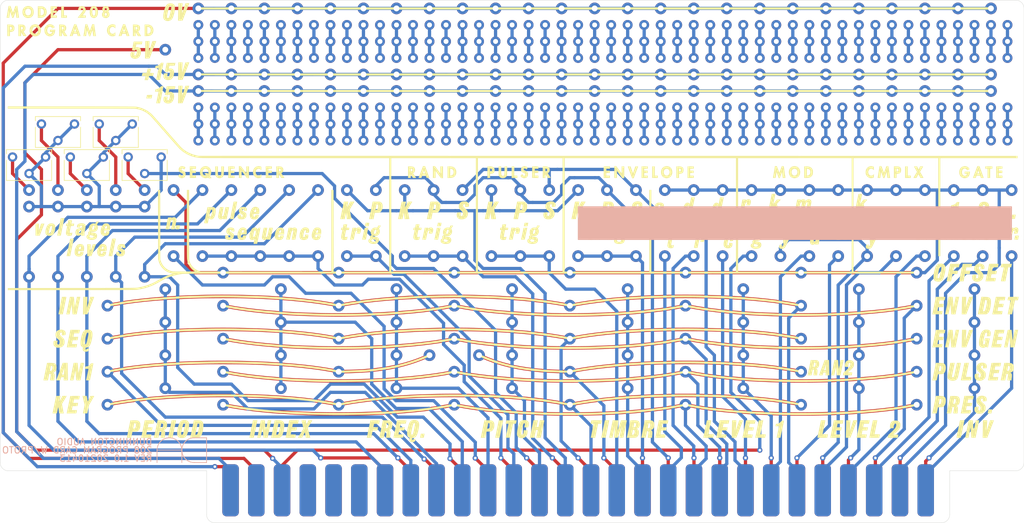
<source format=kicad_pcb>
(kicad_pcb (version 20171130) (host pcbnew 5.1.9-1.fc32)
  (title_block (title "Model 208 Program Card w/Prototyping Area") (date 2021-04-13) (rev 1.0) (company "Dunnington Audio"))
  (layers (0 F.Cu signal) (31 B.Cu signal) (34 B.Paste user hide) (35 F.Paste user hide) (36 B.SilkS user) (37 F.SilkS user) (38 B.Mask user) (39 F.Mask user) (44 Edge.Cuts user))
  (net 0 "")
  (net 1 /SEQ_DRIVE_1)
  (net 2 /SEQ_DRIVE_2)
  (net 3 /SEQ_DRIVE_3)
  (net 4 /SEQ_DRIVE_4)
  (net 5 /SEQ_DRIVE_5)
  (net 6 /ENABLE_+13.5V)
  (net 7 /KEY_P_OUT)
  (net 8 /PULSER_P_OUT)
  (net 9 /SEQ_P_OUT)
  (net 10 /SEQ_CV_SUM)
  (net 11 /SEQ_N)
  (net 12 /SEQ_P_SUM)
  (net 13 /SEQ_P)
  (net 14 /RANDOM_P)
  (net 15 /PULSER_P)
  (net 16 /EG_P)
  (net 17 /EG_ATTACK_CV)
  (net 18 /EG_DUR_CV)
  (net 19 /EG_DECAY_CV)
  (net 20 /MO_RANGE)
  (net 21 /CO_MO_KEY)
  (net 22 /MO_INDEX)
  (net 23 /MO_WAVESHAPE)
  (net 24 /CO_WAVESHAPE_CV)
  (net 25 /CO_WAVESHAPE)
  (net 26 /LPG_1_MODE)
  (net 27 /LPG_2_MODE)
  (net 28 /LPG_2_ROUTING)
  (net 29 /PULSER_PERIOD)
  (net 30 /INV_TO_PROG)
  (net 31 /PRE_TO_PROG)
  (net 32 /MO_FREQ)
  (net 33 /SEQ_CV_OUT)
  (net 34 /CO_PITCH)
  (net 35 /EG_CV_OUT)
  (net 36 /TIMBRE_CV)
  (net 37 /MOD_MODE)
  (net 38 /KEY_PRESSURE_OUT)
  (net 39 /KEY_CV_OUT)
  (net 40 /RANDOM_1_CV_OUT)
  (net 41 "Net-(J114-Pad6b)")
  (net 42 "Net-(J114-Pad5b)")
  (net 43 "Net-(J114-Pad4b)")
  (net 44 /+5V)
  (net 45 "Net-(J114-Pad2b)")
  (net 46 /-15V)
  (net 47 /INV_FROM_PROG)
  (net 48 /LPG_2_CV)
  (net 49 /LPG_1_CV)
  (net 50 /PULSER_OUT)
  (net 51 /RANDOM_2_CV_OUT)
  (net 52 "Net-(J114-Pad6a)")
  (net 53 /PRE_FROM_PROG)
  (net 54 "Net-(J114-Pad4a)")
  (net 55 /0V-Q)
  (net 56 /+15V)
  (net 57 "Net-(J177-Pad1)")
  (net 58 "Net-(J178-Pad1)")
  (net 59 "Net-(J179-Pad1)")
  (net 60 "Net-(J180-Pad1)")
  (net 61 "Net-(J181-Pad1)")
  (net 62 "Net-(J182-Pad1)")
  (net 63 "Net-(J183-Pad1)")
  (net 64 "Net-(J184-Pad1)")
  (net 65 "Net-(J185-Pad1)")
  (net 66 "Net-(J186-Pad1)")
  (net 67 "Net-(J187-Pad1)")
  (net 68 "Net-(J188-Pad1)")
  (net 69 "Net-(J189-Pad1)")
  (net 70 "Net-(J190-Pad1)")
  (net 71 "Net-(J191-Pad1)")
  (net 72 "Net-(J192-Pad1)")
  (net 73 "Net-(J193-Pad1)")
  (net 74 "Net-(J194-Pad1)")
  (net 75 "Net-(J195-Pad1)")
  (net 76 "Net-(J196-Pad1)")
  (net 77 "Net-(J197-Pad1)")
  (net 78 "Net-(J198-Pad1)")
  (net 79 "Net-(J199-Pad1)")
  (net 80 "Net-(J200-Pad1)")
  (net 81 "Net-(J201-Pad1)")
  (net 82 "Net-(J202-Pad1)")
  (net 83 "Net-(J203-Pad1)")
  (net 84 "Net-(J204-Pad1)")
  (net 85 "Net-(J205-Pad1)")
  (net 86 "Net-(J206-Pad1)")
  (net 87 "Net-(J207-Pad1)")
  (net 88 "Net-(J208-Pad1)")
  (net 89 "Net-(J209-Pad1)")
  (net 90 "Net-(J210-Pad1)")
  (net 91 "Net-(J211-Pad1)")
  (net 92 "Net-(J212-Pad1)")
  (net 93 "Net-(J213-Pad1)")
  (net 94 "Net-(J214-Pad1)")
  (net 95 "Net-(J215-Pad1)")
  (net 96 "Net-(J216-Pad1)")
  (net 97 "Net-(J217-Pad1)")
  (net 98 "Net-(J218-Pad1)")
  (net 99 "Net-(J219-Pad1)")
  (net 100 "Net-(J220-Pad1)")
  (net 101 "Net-(J221-Pad1)")
  (net 102 "Net-(J222-Pad1)")
  (net 103 "Net-(J223-Pad1)")
  (net 104 "Net-(J224-Pad1)")
  (net 105 "Net-(J225-Pad1)")
  (net 106 "Net-(J226-Pad1)")
  (net 107 "Net-(J297-Pad1)")
  (net 108 "Net-(J298-Pad1)")
  (net 109 "Net-(J299-Pad1)")
  (net 110 "Net-(J300-Pad1)")
  (net 111 "Net-(J301-Pad1)")
  (net 112 "Net-(J302-Pad1)")
  (net 113 "Net-(J303-Pad1)")
  (net 114 "Net-(J304-Pad1)")
  (net 115 "Net-(J305-Pad1)")
  (net 116 "Net-(J306-Pad1)")
  (net 117 "Net-(J307-Pad1)")
  (net 118 "Net-(J308-Pad1)")
  (net 119 "Net-(J309-Pad1)")
  (net 120 "Net-(J310-Pad1)")
  (net 121 "Net-(J311-Pad1)")
  (net 122 "Net-(J312-Pad1)")
  (net 123 "Net-(J313-Pad1)")
  (net 124 "Net-(J314-Pad1)")
  (net 125 "Net-(J315-Pad1)")
  (net 126 "Net-(J316-Pad1)")
  (net 127 "Net-(J317-Pad1)")
  (net 128 "Net-(J318-Pad1)")
  (net 129 "Net-(J319-Pad1)")
  (net 130 "Net-(J320-Pad1)")
  (net 131 "Net-(J321-Pad1)")
  (net 132 "Net-(J322-Pad1)")
  (net 133 "Net-(J323-Pad1)")
  (net 134 "Net-(J324-Pad1)")
  (net 135 "Net-(J325-Pad1)")
  (net 136 "Net-(J326-Pad1)")
  (net 137 "Net-(J327-Pad1)")
  (net 138 "Net-(J328-Pad1)")
  (net 139 "Net-(J329-Pad1)")
  (net 140 "Net-(J330-Pad1)")
  (net 141 "Net-(J331-Pad1)")
  (net 142 "Net-(J332-Pad1)")
  (net 143 "Net-(J333-Pad1)")
  (net 144 "Net-(J334-Pad1)")
  (net 145 "Net-(J335-Pad1)")
  (net 146 "Net-(J336-Pad1)")
  (net 147 "Net-(J337-Pad1)")
  (net 148 "Net-(J338-Pad1)")
  (net 149 "Net-(J339-Pad1)")
  (net 150 "Net-(J340-Pad1)")
  (net 151 "Net-(J341-Pad1)")
  (net 152 "Net-(J342-Pad1)")
  (net 153 "Net-(J343-Pad1)")
  (net 154 "Net-(J344-Pad1)")
  (net 155 "Net-(J345-Pad1)")
  (net 156 "Net-(J346-Pad1)")
  (net 157 "Net-(J354-Pad1)")
  (net 158 "Net-(J355-Pad1)")
  (net 159 "Net-(J356-Pad1)")
  (net 160 "Net-(J357-Pad1)")
  (net 161 "Net-(J358-Pad1)")
  (module Dunnington:Logo_150mil (layer B.Cu) (at 95.25 138.43 180)
    (fp_text reference M1 hide)
    (fp_text value Logo_150mil hide)
    (fp_text user "REV 1.0 20210413" (at 8.255 0.635) (layer B.SilkS) (effects (justify left mirror)))
    (fp_text user "208 PROGRAM CARD W/PROTO" (at 8.255 1.905) (layer B.SilkS) (effects (justify left mirror)))
    (fp_text user "DUNNINGTON AUDIO" (at 8.255 3.175) (layer B.SilkS) (effects (justify left mirror)))
  )
  (module Dunnington:208_PROGRAM_CARD_PROTO (layer F.Cu) (at 215.9 68.58)
    (fp_text reference S1 hide)
    (fp_text value ROWS hide)
    (pad 6 smd custom (at -29.21 55.88) (size 0.5 0.5) (layers F.Cu) (net 51 /RANDOM_2_CV_OUT) (options (clearance outline) (anchor circle)) (primitives (gr_poly (pts (xy -49.399034 -2.765093) (xy -49.342899 -2.742059) (xy -49.259988 -2.706763) (xy -49.156225 -2.661738) (xy -49.037535 -2.609514) (xy -48.997036 -2.591547) (xy -48.194539 -2.252458) (xy -47.377933 -1.942687) (xy -46.544727 -1.661605) (xy -45.692431 -1.408582) (xy -44.818553 -1.182991) (xy -43.920602 -0.984203) (xy -42.996087 -0.811589) (xy -42.042518 -0.664522) (xy -41.057402 -0.542371) (xy -40.745833 -0.509527) (xy -40.34567 -0.472002) (xy -39.910598 -0.436606) (xy -39.448005 -0.403709) (xy -38.965279 -0.373679) (xy -38.469807 -0.346884) (xy -37.968978 -0.323693) (xy -37.470178 -0.304473) (xy -36.980797 -0.289594) (xy -36.508221 -0.279424) (xy -36.059839 -0.274331) (xy -36.025666 -0.274156) (xy -35.549416 -0.271947) (xy -35.019834 -0.37833) (xy -34.399235 -0.496963) (xy -33.739248 -0.611596) (xy -33.042659 -0.721902) (xy -32.312253 -0.827551) (xy -31.550816 -0.928214) (xy -30.761134 -1.023564) (xy -29.945992 -1.113272) (xy -29.108177 -1.19701) (xy -28.250475 -1.274448) (xy -27.37567 -1.345258) (xy -26.486549 -1.409112) (xy -26.024416 -1.439149) (xy -24.844935 -1.507248) (xy -23.654992 -1.564488) (xy -22.457098 -1.610954) (xy -21.253764 -1.646733) (xy -20.047501 -1.671911) (xy -18.84082 -1.686572) (xy -17.636233 -1.690802) (xy -16.436249 -1.684688) (xy -15.24338 -1.668314) (xy -14.060137 -1.641767) (xy -12.889031 -1.605132) (xy -11.732572 -1.558494) (xy -10.593272 -1.501941) (xy -9.473642 -1.435556) (xy -8.376192 -1.359426) (xy -7.303433 -1.273637) (xy -6.257877 -1.178273) (xy -5.242034 -1.073422) (xy -4.258415 -0.959168) (xy -3.309531 -0.835597) (xy -2.397894 -0.702795) (xy -1.8415 -0.614046) (xy -1.656319 -0.582908) (xy -1.461439 -0.549155) (xy -1.261305 -0.513642) (xy -1.060361 -0.477219) (xy -0.863052 -0.440738) (xy -0.673821 -0.405053) (xy -0.497115 -0.371013) (xy -0.337376 -0.339473) (xy -0.19905 -0.311283) (xy -0.086581 -0.287296) (xy -0.004413 -0.268364) (xy 0.043009 -0.255338) (xy 0.052772 -0.250902) (xy 0.050844 -0.229414) (xy 0.041606 -0.17654) (xy 0.027139 -0.102174) (xy 0.009523 -0.016208) (xy -0.009161 0.071463) (xy -0.026833 0.150948) (xy -0.041412 0.212353) (xy -0.050818 0.245785) (xy -0.052337 0.2489) (xy -0.073892 0.247042) (xy -0.128448 0.237536) (xy -0.207686 0.22194) (xy -0.300331 0.202451) (xy -0.738763 0.112132) (xy -1.215952 0.022178) (xy -1.728323 -0.066941) (xy -2.272299 -0.154753) (xy -2.844304 -0.240786) (xy -3.440762 -0.324571) (xy -4.058097 -0.405636) (xy -4.692733 -0.48351) (xy -5.341094 -0.557721) (xy -5.999604 -0.627799) (xy -6.664687 -0.693273) (xy -7.332767 -0.753671) (xy -7.9375 -0.803604) (xy -9.233287 -0.897333) (xy -10.56392 -0.977352) (xy -11.924155 -1.04355) (xy -13.308747 -1.095817) (xy -14.712455 -1.134044) (xy -16.130034 -1.158121) (xy -17.556241 -1.167939) (xy -18.985832 -1.163387) (xy -20.413564 -1.144355) (xy -21.834193 -1.110734) (xy -22.150916 -1.101192) (xy -23.103063 -1.067549) (xy -24.047483 -1.026621) (xy -24.981889 -0.978634) (xy -25.903995 -0.923815) (xy -26.811512 -0.86239) (xy -27.702155 -0.794586) (xy -28.573637 -0.720628) (xy -29.42367 -0.640744) (xy -30.249969 -0.555159) (xy -31.050245 -0.464099) (xy -31.822212 -0.367792) (xy -32.563584 -0.266463) (xy -33.272073 -0.160339) (xy -33.945392 -0.049646) (xy -34.581255 0.06539) (xy -35.177374 0.184542) (xy -35.208803 0.191176) (xy -35.314529 0.213466) (xy -35.404373 0.23223) (xy -35.470761 0.2459) (xy -35.50612 0.252909) (xy -35.509823 0.2535) (xy -35.519467 0.235539) (xy -35.534294 0.191607) (xy -35.536319 0.184709) (xy -35.556182 0.115917) (xy -35.558091 0.184709) (xy -35.56 0.2535) (xy -35.999208 0.249005) (xy -36.150457 0.247318) (xy -36.304994 0.24535) (xy -36.45133 0.243266) (xy -36.577979 0.241227) (xy -36.67125 0.239446) (xy -36.871564 0.234458) (xy -37.10379 0.227612) (xy -37.358681 0.219258) (xy -37.626994 0.209747) (xy -37.899481 0.199428) (xy -38.166898 0.188653) (xy -38.419998 0.177772) (xy -38.649537 0.167135) (xy -38.846268 0.157092) (xy -38.851416 0.156812) (xy -39.842665 0.092217) (xy -40.798615 0.008233) (xy -41.721866 -0.095664) (xy -42.615016 -0.219998) (xy -43.480665 -0.365293) (xy -44.321411 -0.532072) (xy -45.139854 -0.720861) (xy -45.938593 -0.932183) (xy -46.720226 -1.166563) (xy -47.487354 -1.424523) (xy -48.242574 -1.706589) (xy -48.397583 -1.768007) (xy -48.601466 -1.850619) (xy -48.797285 -1.931937) (xy -48.981383 -2.010297) (xy -49.150101 -2.084033) (xy -49.29978 -2.151481) (xy -49.426761 -2.210975) (xy -49.527386 -2.260852) (xy -49.597996 -2.299445) (xy -49.634933 -2.325091) (xy -49.639548 -2.333164) (xy -49.625467 -2.37219) (xy -49.598519 -2.434163) (xy -49.563255 -2.509855) (xy -49.524226 -2.590038) (xy -49.485984 -2.665484) (xy -49.453079 -2.726964) (xy -49.430063 -2.765251) (xy -49.422468 -2.773333) (xy -49.399034 -2.765093)) (width 0.01))))
    (pad 9 smd custom (at -118.11 60.96) (size 0.5 0.5) (layers F.Cu) (net 38 /KEY_PRESSURE_OUT) (options (clearance outline) (anchor circle)) (primitives (gr_poly (pts (xy 71.075008 -0.235808) (xy 71.087243 -0.188975) (xy 71.09098 -0.168114) (xy 71.105359 -0.118459) (xy 71.122269 -0.108226) (xy 71.13598 -0.135317) (xy 71.140843 -0.186372) (xy 71.151902 -0.228651) (xy 71.16899 -0.245339) (xy 71.199564 -0.245323) (xy 71.262335 -0.237413) (xy 71.348194 -0.22298) (xy 71.448033 -0.203396) (xy 71.449449 -0.2031) (xy 72.15062 -0.063955) (xy 72.891516 0.068292) (xy 73.670081 0.193536) (xy 74.484256 0.311675) (xy 75.331981 0.422605) (xy 76.2112 0.526222) (xy 77.119853 0.622424) (xy 78.055883 0.711106) (xy 79.017231 0.792166) (xy 80.001839 0.8655) (xy 81.007648 0.931004) (xy 82.032601 0.988576) (xy 83.074639 1.038111) (xy 84.131703 1.079506) (xy 85.201736 1.112658) (xy 86.282679 1.137463) (xy 87.372474 1.153818) (xy 88.469063 1.161619) (xy 89.570387 1.160764) (xy 90.674389 1.151148) (xy 91.779008 1.132668) (xy 92.882189 1.105221) (xy 93.981872 1.068703) (xy 95.075998 1.023012) (xy 95.47225 1.004093) (xy 96.60143 0.942965) (xy 97.702326 0.87251) (xy 98.7736 0.792874) (xy 99.813913 0.704203) (xy 100.821927 0.606641) (xy 101.796303 0.500335) (xy 102.735703 0.38543) (xy 103.638788 0.262072) (xy 104.50422 0.130406) (xy 105.330661 -0.009423) (xy 106.073881 -0.148788) (xy 106.220198 -0.177321) (xy 106.352302 -0.20249) (xy 106.46469 -0.223292) (xy 106.551857 -0.238728) (xy 106.6083 -0.247797) (xy 106.628469 -0.249587) (xy 106.636056 -0.226792) (xy 106.649448 -0.172984) (xy 106.66655 -0.098068) (xy 106.685264 -0.01195) (xy 106.703496 0.075463) (xy 106.719147 0.154263) (xy 106.730122 0.214546) (xy 106.734325 0.246404) (xy 106.733964 0.248926) (xy 106.708117 0.257918) (xy 106.644547 0.27313) (xy 106.547289 0.293832) (xy 106.420379 0.319295) (xy 106.267853 0.348789) (xy 106.093745 0.381586) (xy 105.902092 0.416957) (xy 105.69693 0.454171) (xy 105.482293 0.492499) (xy 105.262218 0.531214) (xy 105.040741 0.569584) (xy 104.821896 0.606881) (xy 104.60972 0.642376) (xy 104.408248 0.675339) (xy 104.221516 0.705042) (xy 104.14 0.717666) (xy 103.292372 0.840591) (xy 102.405799 0.955612) (xy 101.482944 1.062618) (xy 100.526471 1.1615) (xy 99.539046 1.252145) (xy 98.523331 1.334444) (xy 97.481992 1.408286) (xy 96.417692 1.473561) (xy 95.333095 1.530157) (xy 94.230866 1.577964) (xy 93.113668 1.616872) (xy 91.984167 1.64677) (xy 90.845026 1.667547) (xy 89.698908 1.679092) (xy 88.54848 1.681296) (xy 87.396404 1.674047) (xy 86.245344 1.657234) (xy 85.097965 1.630748) (xy 83.956932 1.594477) (xy 83.47075 1.575919) (xy 82.357036 1.526394) (xy 81.267384 1.468208) (xy 80.203379 1.40152) (xy 79.166607 1.326487) (xy 78.158653 1.243269) (xy 77.181104 1.152024) (xy 76.235544 1.052911) (xy 75.323559 0.946087) (xy 74.446735 0.831712) (xy 73.606657 0.709943) (xy 72.804912 0.58094) (xy 72.043084 0.444861) (xy 71.919605 0.421409) (xy 71.763914 0.391608) (xy 71.615078 0.36318) (xy 71.480247 0.337486) (xy 71.366572 0.315887) (xy 71.281206 0.299744) (xy 71.236056 0.291295) (xy 71.195258 0.284696) (xy 71.154917 0.281252) (xy 71.109275 0.281684) (xy 71.05257 0.286711) (xy 70.979042 0.297053) (xy 70.882931 0.313431) (xy 70.758476 0.336564) (xy 70.599918 0.367173) (xy 70.548139 0.377276) (xy 69.771615 0.521122) (xy 68.955589 0.657154) (xy 68.102186 0.785259) (xy 67.213531 0.905324) (xy 66.291748 1.017238) (xy 65.338964 1.120887) (xy 64.357302 1.21616) (xy 63.348888 1.302943) (xy 62.315846 1.381124) (xy 61.260302 1.45059) (xy 60.18438 1.51123) (xy 59.090205 1.562931) (xy 57.979903 1.605579) (xy 56.855598 1.639063) (xy 55.719415 1.66327) (xy 54.573478 1.678088) (xy 53.419914 1.683404) (xy 52.260847 1.679106) (xy 51.098401 1.66508) (xy 49.934702 1.641215) (xy 48.771874 1.607398) (xy 47.91075 1.575803) (xy 46.805144 1.526795) (xy 45.722775 1.469166) (xy 44.665263 1.403081) (xy 43.634226 1.328703) (xy 42.631282 1.246196) (xy 41.658052 1.155724) (xy 40.716153 1.057451) (xy 39.807205 0.95154) (xy 38.932825 0.838156) (xy 38.094633 0.717462) (xy 37.294248 0.589623) (xy 36.533288 0.454801) (xy 36.195 0.390105) (xy 36.021999 0.35581) (xy 35.883419 0.328384) (xy 35.771923 0.307755) (xy 35.680171 0.293853) (xy 35.600825 0.286605) (xy 35.526547 0.285939) (xy 35.449997 0.291785) (xy 35.363837 0.304069) (xy 35.260729 0.322722) (xy 35.133333 0.34767) (xy 34.977556 0.378215) (xy 34.785958 0.415268) (xy 34.629286 0.445513) (xy 34.5009 0.470162) (xy 34.394158 0.490426) (xy 34.30242 0.507517) (xy 34.219044 0.522646) (xy 34.13739 0.537024) (xy 34.050818 0.551863) (xy 33.952686 0.568374) (xy 33.836353 0.587768) (xy 33.75025 0.602092) (xy 32.869988 0.740673) (xy 31.949315 0.870287) (xy 30.989213 0.990847) (xy 29.99066 1.10227) (xy 28.954639 1.204469) (xy 27.882129 1.297361) (xy 26.774111 1.380859) (xy 25.631565 1.45488) (xy 24.455471 1.519338) (xy 23.24681 1.574149) (xy 22.013334 1.61901) (xy 21.846693 1.623932) (xy 21.648514 1.629075) (xy 21.422938 1.634375) (xy 21.174111 1.639769) (xy 20.906175 1.645192) (xy 20.623274 1.65058) (xy 20.329552 1.655871) (xy 20.029153 1.661) (xy 19.72622 1.665903) (xy 19.424897 1.670517) (xy 19.129327 1.674778) (xy 18.843655 1.678622) (xy 18.572023 1.681985) (xy 18.318576 1.684804) (xy 18.087457 1.687015) (xy 17.88281 1.688554) (xy 17.708779 1.689357) (xy 17.569506 1.689361) (xy 17.483667 1.688716) (xy 17.417476 1.687866) (xy 17.313636 1.686568) (xy 17.176829 1.684879) (xy 17.011737 1.682856) (xy 16.823042 1.680555) (xy 16.615425 1.678035) (xy 16.393568 1.675352) (xy 16.162153 1.672563) (xy 15.980834 1.670384) (xy 14.840629 1.651884) (xy 13.713332 1.623991) (xy 12.600891 1.586869) (xy 11.50526 1.540681) (xy 10.428389 1.485594) (xy 9.37223 1.42177) (xy 8.338735 1.349374) (xy 7.329854 1.268571) (xy 6.347541 1.179524) (xy 5.393745 1.082397) (xy 4.470419 0.977356) (xy 3.579514 0.864563) (xy 2.722982 0.744185) (xy 1.902773 0.616383) (xy 1.120841 0.481324) (xy 0.536088 0.370518) (xy 0.384662 0.340383) (xy 0.247236 0.312581) (xy 0.129163 0.288232) (xy 0.035792 0.268454) (xy -0.027523 0.254367) (xy -0.055433 0.24709) (xy -0.056231 0.246658) (xy -0.055406 0.22401) (xy -0.046882 0.170217) (xy -0.032783 0.095314) (xy -0.015233 0.009335) (xy 0.003646 -0.077687) (xy 0.021731 -0.155717) (xy 0.036899 -0.214722) (xy 0.047026 -0.244668) (xy 0.04803 -0.246085) (xy 0.070734 -0.244902) (xy 0.1296 -0.23629) (xy 0.21929 -0.221185) (xy 0.334469 -0.200524) (xy 0.469799 -0.175244) (xy 0.619945 -0.146282) (xy 0.648468 -0.140684) (xy 1.427486 0.004692) (xy 2.24683 0.142242) (xy 3.105194 0.271826) (xy 4.001276 0.393302) (xy 4.933769 0.506527) (xy 5.90137 0.611361) (xy 6.902774 0.707662) (xy 7.936677 0.795289) (xy 9.001773 0.8741) (xy 10.096759 0.943953) (xy 11.197167 1.003562) (xy 12.33593 1.054811) (xy 13.480273 1.096095) (xy 14.628037 1.127519) (xy 15.777069 1.149186) (xy 16.925212 1.161201) (xy 18.07031 1.163666) (xy 19.210207 1.156687) (xy 20.342748 1.140368) (xy 21.465776 1.114811) (xy 22.577136 1.080121) (xy 23.674672 1.036402) (xy 24.756228 0.983758) (xy 25.819649 0.922293) (xy 26.862778 0.852111) (xy 27.88346 0.773316) (xy 28.879538 0.686011) (xy 29.848857 0.590301) (xy 30.789262 0.486289) (xy 31.698595 0.37408) (xy 32.574702 0.253778) (xy 33.415427 0.125486) (xy 34.218613 -0.010692) (xy 34.905853 -0.139564) (xy 35.057557 -0.169328) (xy 35.195512 -0.196229) (xy 35.31432 -0.219227) (xy 35.408584 -0.237282) (xy 35.472908 -0.249357) (xy 35.501895 -0.254411) (xy 35.502852 -0.2545) (xy 35.514815 -0.23605) (xy 35.527608 -0.190648) (xy 35.529612 -0.180602) (xy 35.545629 -0.13386) (xy 35.564829 -0.119553) (xy 35.578924 -0.140048) (xy 35.581491 -0.165791) (xy 35.583128 -0.195925) (xy 35.590612 -0.217909) (xy 35.608731 -0.231704) (xy 35.642274 -0.237272) (xy 35.69603 -0.234573) (xy 35.774787 -0.223568) (xy 35.883335 -0.204219) (xy 36.026461 -0.176485) (xy 36.101968 -0.161549) (xy 36.891119 -0.013161) (xy 37.720061 0.127101) (xy 38.587009 0.259102) (xy 39.490181 0.382704) (xy 40.427795 0.49777) (xy 41.398067 0.604163) (xy 42.399213 0.701747) (xy 43.429453 0.790383) (xy 44.487001 0.869936) (xy 45.570076 0.940267) (xy 46.676894 1.001241) (xy 47.805673 1.052719) (xy 48.95463 1.094565) (xy 50.12198 1.126643) (xy 51.305943 1.148813) (xy 52.504734 1.160941) (xy 53.34 1.163382) (xy 54.519904 1.15844) (xy 55.688203 1.143712) (xy 56.843013 1.119342) (xy 57.982451 1.085472) (xy 59.104632 1.042247) (xy 60.207673 0.989811) (xy 61.289691 0.928308) (xy 62.348802 0.85788) (xy 63.383123 0.778673) (xy 64.390769 0.690831) (xy 65.369857 0.594496) (xy 66.318504 0.489813) (xy 67.234826 0.376925) (xy 68.116939 0.255977) (xy 68.96296 0.127112) (xy 69.771005 -0.009525) (xy 70.508266 -0.147682) (xy 70.654255 -0.176363) (xy 70.786383 -0.202134) (xy 70.899026 -0.223912) (xy 70.986561 -0.240615) (xy 71.043363 -0.251163) (xy 71.063641 -0.2545) (xy 71.075008 -0.235808)) (width 0.01))))
    (pad 8 smd custom (at -135.89 60.96) (size 0.5 0.5) (layers F.Cu) (net 39 /KEY_CV_OUT) (options (clearance outline) (anchor circle)) (primitives (gr_poly (pts (xy 18.941879 -1.686631) (xy 20.117186 -1.671978) (xy 21.287037 -1.647422) (xy 22.448744 -1.612967) (xy 23.59962 -1.568616) (xy 24.736978 -1.514371) (xy 25.858131 -1.450235) (xy 26.960392 -1.376211) (xy 28.041073 -1.292302) (xy 29.097489 -1.198511) (xy 30.126951 -1.094839) (xy 31.126773 -0.981291) (xy 32.094268 -0.857869) (xy 33.026748 -0.724576) (xy 33.921527 -0.581414) (xy 34.173584 -0.538051) (xy 34.330747 -0.510018) (xy 34.514436 -0.47637) (xy 34.709687 -0.439903) (xy 34.901535 -0.403411) (xy 35.075017 -0.36969) (xy 35.079517 -0.368803) (xy 35.562118 -0.273587) (xy 36.105159 -0.380933) (xy 36.90104 -0.529771) (xy 37.735746 -0.669624) (xy 38.606859 -0.800492) (xy 39.511958 -0.922376) (xy 40.448625 -1.035276) (xy 41.414441 -1.139191) (xy 42.406986 -1.234123) (xy 43.423841 -1.32007) (xy 44.462587 -1.397034) (xy 45.520805 -1.465014) (xy 46.596075 -1.524011) (xy 47.685977 -1.574025) (xy 48.788094 -1.615055) (xy 49.900005 -1.647102) (xy 51.019292 -1.670166) (xy 52.143535 -1.684247) (xy 53.270315 -1.689346) (xy 54.397212 -1.685462) (xy 55.521808 -1.672596) (xy 56.641683 -1.650747) (xy 57.754418 -1.619916) (xy 58.857593 -1.580103) (xy 59.948791 -1.531309) (xy 61.02559 -1.473532) (xy 62.085572 -1.406774) (xy 63.126318 -1.331035) (xy 64.145409 -1.246314) (xy 65.140425 -1.152612) (xy 66.108947 -1.049928) (xy 67.048555 -0.938264) (xy 67.956832 -0.817619) (xy 68.831356 -0.687994) (xy 69.66971 -0.549387) (xy 70.469474 -0.401801) (xy 70.585191 -0.379041) (xy 71.119299 -0.27311) (xy 71.548275 -0.358596) (xy 72.351931 -0.510141) (xy 73.194493 -0.652546) (xy 74.073531 -0.785809) (xy 74.986616 -0.909929) (xy 75.931319 -1.024903) (xy 76.90521 -1.130732) (xy 77.905861 -1.227414) (xy 78.930841 -1.314946) (xy 79.977721 -1.393328) (xy 81.044072 -1.462558) (xy 82.127465 -1.522636) (xy 83.22547 -1.573558) (xy 84.335658 -1.615325) (xy 85.4556 -1.647935) (xy 86.582866 -1.671385) (xy 87.715027 -1.685676) (xy 88.849653 -1.690805) (xy 89.984316 -1.686771) (xy 91.116585 -1.673573) (xy 92.244032 -1.651209) (xy 93.364227 -1.619677) (xy 94.474741 -1.578978) (xy 95.573145 -1.529108) (xy 96.657009 -1.470067) (xy 97.723903 -1.401853) (xy 98.771399 -1.324465) (xy 99.797067 -1.237901) (xy 100.798478 -1.14216) (xy 101.773202 -1.037241) (xy 102.71881 -0.923142) (xy 103.632874 -0.799862) (xy 104.512962 -0.6674) (xy 105.356646 -0.525753) (xy 106.14293 -0.378594) (xy 106.291408 -0.348957) (xy 106.426443 -0.321423) (xy 106.5424 -0.29719) (xy 106.633645 -0.277451) (xy 106.694541 -0.263404) (xy 106.719397 -0.256281) (xy 106.720956 -0.23368) (xy 106.715277 -0.179681) (xy 106.704155 -0.104239) (xy 106.689388 -0.017315) (xy 106.672775 0.071135) (xy 106.656113 0.151152) (xy 106.641199 0.212778) (xy 106.62983 0.246055) (xy 106.628322 0.248241) (xy 106.607063 0.246011) (xy 106.551929 0.236261) (xy 106.470422 0.220416) (xy 106.370045 0.199906) (xy 106.328954 0.191278) (xy 105.83546 0.091761) (xy 105.303243 -0.006444) (xy 104.735907 -0.102856) (xy 104.137054 -0.196992) (xy 103.510286 -0.288372) (xy 102.859207 -0.376514) (xy 102.187419 -0.460935) (xy 101.498525 -0.541155) (xy 100.796127 -0.616691) (xy 100.083829 -0.687062) (xy 99.365233 -0.751786) (xy 99.1235 -0.77214) (xy 98.068611 -0.854437) (xy 97.014619 -0.926593) (xy 95.956409 -0.988803) (xy 94.888865 -1.041265) (xy 93.806872 -1.084173) (xy 92.705314 -1.117724) (xy 91.579077 -1.142114) (xy 90.423045 -1.15754) (xy 89.232103 -1.164197) (xy 88.889417 -1.164516) (xy 87.53939 -1.158432) (xy 86.212718 -1.1404) (xy 84.910792 -1.110514) (xy 83.635003 -1.06887) (xy 82.386744 -1.01556) (xy 81.167404 -0.95068) (xy 79.978376 -0.874323) (xy 78.821051 -0.786586) (xy 77.696819 -0.687561) (xy 76.607072 -0.577344) (xy 75.553201 -0.456028) (xy 74.536598 -0.323709) (xy 73.558654 -0.18048) (xy 72.950917 -0.082667) (xy 72.796636 -0.056418) (xy 72.625002 -0.026359) (xy 72.441667 0.006445) (xy 72.252283 0.040928) (xy 72.062501 0.076026) (xy 71.877971 0.110675) (xy 71.704346 0.143809) (xy 71.547278 0.174363) (xy 71.412416 0.201273) (xy 71.305413 0.223473) (xy 71.231921 0.239899) (xy 71.211342 0.245109) (xy 71.181052 0.247493) (xy 71.160816 0.227843) (xy 71.142382 0.177081) (xy 71.1391 0.165649) (xy 71.1131 0.073584) (xy 71.093764 0.16543) (xy 71.079659 0.221757) (xy 71.063143 0.24579) (xy 71.035141 0.247037) (xy 71.019316 0.243444) (xy 70.94597 0.226601) (xy 70.836844 0.20366) (xy 70.697872 0.175741) (xy 70.534988 0.143962) (xy 70.354126 0.109442) (xy 70.16122 0.073298) (xy 69.962204 0.03665) (xy 69.763011 0.000616) (xy 69.569577 -0.033686) (xy 69.387835 -0.065137) (xy 69.331417 -0.074703) (xy 68.415142 -0.220704) (xy 67.458289 -0.356672) (xy 66.461421 -0.482556) (xy 65.425099 -0.598307) (xy 64.349884 -0.703875) (xy 63.23634 -0.79921) (xy 62.085026 -0.884263) (xy 60.896506 -0.958983) (xy 59.671341 -1.023322) (xy 58.410092 -1.077229) (xy 57.742667 -1.101038) (xy 57.022833 -1.122276) (xy 56.268005 -1.139337) (xy 55.485315 -1.152221) (xy 54.681894 -1.160928) (xy 53.864875 -1.165458) (xy 53.04139 -1.165812) (xy 52.218572 -1.161989) (xy 51.403552 -1.15399) (xy 50.603462 -1.141815) (xy 49.825435 -1.125464) (xy 49.076603 -1.104937) (xy 48.947917 -1.100878) (xy 47.916952 -1.063471) (xy 46.899952 -1.018175) (xy 45.898976 -0.965191) (xy 44.916085 -0.904719) (xy 43.953338 -0.836959) (xy 43.012795 -0.762113) (xy 42.096517 -0.680381) (xy 41.206562 -0.591963) (xy 40.34499 -0.49706) (xy 39.513862 -0.395872) (xy 38.715237 -0.2886) (xy 37.951176 -0.175445) (xy 37.223737 -0.056608) (xy 36.534981 0.067712) (xy 36.128787 0.147353) (xy 35.964336 0.180456) (xy 35.836687 0.205117) (xy 35.741172 0.221396) (xy 35.673122 0.229351) (xy 35.627869 0.22904) (xy 35.600742 0.220522) (xy 35.587075 0.203856) (xy 35.582197 0.1791) (xy 35.581491 0.154208) (xy 35.574666 0.107863) (xy 35.55932 0.099032) (xy 35.541768 0.125579) (xy 35.530275 0.171525) (xy 35.51879 0.225883) (xy 35.502661 0.247663) (xy 35.47395 0.24649) (xy 35.469423 0.245302) (xy 35.411927 0.231599) (xy 35.318267 0.211664) (xy 35.193984 0.186538) (xy 35.044616 0.157267) (xy 34.875703 0.124893) (xy 34.692785 0.09046) (xy 34.501402 0.05501) (xy 34.307092 0.019588) (xy 34.115397 -0.014764) (xy 33.931856 -0.047002) (xy 33.771417 -0.074496) (xy 32.86034 -0.219911) (xy 31.908668 -0.355384) (xy 30.916971 -0.480866) (xy 29.885815 -0.596305) (xy 28.815769 -0.701652) (xy 27.707399 -0.796857) (xy 26.561274 -0.881869) (xy 25.377962 -0.956638) (xy 24.15803 -1.021113) (xy 22.902045 -1.075245) (xy 22.182667 -1.101038) (xy 21.462833 -1.122276) (xy 20.708005 -1.139337) (xy 19.925315 -1.152221) (xy 19.121894 -1.160928) (xy 18.304875 -1.165458) (xy 17.48139 -1.165812) (xy 16.658572 -1.161989) (xy 15.843552 -1.15399) (xy 15.043462 -1.141815) (xy 14.265435 -1.125464) (xy 13.516603 -1.104937) (xy 13.387917 -1.100878) (xy 12.232107 -1.058525) (xy 11.098523 -1.006677) (xy 9.988858 -0.945493) (xy 8.904804 -0.875132) (xy 7.848057 -0.795753) (xy 6.820308 -0.707516) (xy 5.823252 -0.610581) (xy 4.858583 -0.505105) (xy 3.927993 -0.39125) (xy 3.033176 -0.269174) (xy 2.175826 -0.139036) (xy 1.357636 -0.000996) (xy 0.994834 0.065122) (xy 0.842359 0.093935) (xy 0.686486 0.12399) (xy 0.538188 0.153129) (xy 0.408442 0.179193) (xy 0.308221 0.200023) (xy 0.299932 0.201802) (xy 0.204834 0.222154) (xy 0.126047 0.238734) (xy 0.072092 0.249769) (xy 0.051627 0.2535) (xy 0.040992 0.235766) (xy 0.032291 0.205875) (xy -0.001765 0.054009) (xy -0.026247 -0.061485) (xy -0.041897 -0.145295) (xy -0.049458 -0.202104) (xy -0.049675 -0.2366) (xy -0.043289 -0.253467) (xy -0.04089 -0.255392) (xy -0.012178 -0.264355) (xy 0.053175 -0.279819) (xy 0.150145 -0.300808) (xy 0.273705 -0.326342) (xy 0.41883 -0.355446) (xy 0.580495 -0.387141) (xy 0.753673 -0.42045) (xy 0.933339 -0.454396) (xy 1.114468 -0.488001) (xy 1.292034 -0.520287) (xy 1.461011 -0.550278) (xy 1.5875 -0.572109) (xy 2.484673 -0.716271) (xy 3.419382 -0.850486) (xy 4.388941 -0.974757) (xy 5.390662 -1.089086) (xy 6.421858 -1.193477) (xy 7.479843 -1.287932) (xy 8.561928 -1.372454) (xy 9.665428 -1.447046) (xy 10.787654 -1.51171) (xy 11.92592 -1.56645) (xy 13.077539 -1.611268) (xy 14.239824 -1.646168) (xy 15.410087 -1.671151) (xy 16.585642 -1.68622) (xy 17.763802 -1.69138) (xy 18.941879 -1.686631)) (width 0.01))))
    (pad 7 smd custom (at -118.11 55.88) (size 0.5 0.5) (layers F.Cu) (net 50 /PULSER_OUT) (options (clearance outline) (anchor circle)) (primitives (gr_poly (pts (xy 71.074978 -0.235807) (xy 71.087241 -0.188973) (xy 71.09098 -0.168114) (xy 71.105464 -0.118458) (xy 71.122542 -0.108313) (xy 71.136267 -0.135732) (xy 71.140843 -0.184459) (xy 71.150131 -0.227424) (xy 71.163181 -0.24444) (xy 71.191297 -0.245513) (xy 71.251986 -0.238544) (xy 71.33652 -0.224793) (xy 71.436173 -0.205519) (xy 71.443639 -0.203964) (xy 72.127989 -0.068147) (xy 72.852307 0.061424) (xy 73.61467 0.184598) (xy 74.413154 0.301225) (xy 75.245835 0.411153) (xy 76.110791 0.514233) (xy 77.006096 0.610313) (xy 77.929828 0.699243) (xy 78.880063 0.780872) (xy 79.854876 0.85505) (xy 80.852346 0.921625) (xy 81.870546 0.980448) (xy 82.907555 1.031367) (xy 83.961448 1.074231) (xy 85.030302 1.108891) (xy 86.112192 1.135195) (xy 87.205196 1.152992) (xy 88.30739 1.162133) (xy 88.9 1.163416) (xy 90.077119 1.158524) (xy 91.242811 1.143881) (xy 92.395179 1.119632) (xy 93.532326 1.08592) (xy 94.652355 1.042891) (xy 95.753369 0.990688) (xy 96.833473 0.929456) (xy 97.890769 0.859339) (xy 98.92336 0.780481) (xy 99.92935 0.693027) (xy 100.906842 0.597121) (xy 101.853939 0.492908) (xy 102.768745 0.380531) (xy 103.649362 0.260136) (xy 104.493895 0.131865) (xy 105.300446 -0.004135) (xy 106.026795 -0.139782) (xy 106.179541 -0.169479) (xy 106.31827 -0.195892) (xy 106.437703 -0.218059) (xy 106.532565 -0.235021) (xy 106.597579 -0.245819) (xy 106.627467 -0.249492) (xy 106.628788 -0.249267) (xy 106.635935 -0.226914) (xy 106.649001 -0.173437) (xy 106.665891 -0.098754) (xy 106.684507 -0.01278) (xy 106.70275 0.074568) (xy 106.718525 0.153374) (xy 106.729734 0.213722) (xy 106.734278 0.245696) (xy 106.734026 0.248276) (xy 106.711582 0.254841) (xy 106.653068 0.26806) (xy 106.564034 0.286844) (xy 106.450028 0.310102) (xy 106.3166 0.336743) (xy 106.169299 0.365679) (xy 106.013674 0.395818) (xy 105.855274 0.42607) (xy 105.699648 0.455346) (xy 105.552346 0.482554) (xy 105.420584 0.50631) (xy 104.518188 0.657808) (xy 103.574868 0.79928) (xy 102.590833 0.930706) (xy 101.566294 1.052066) (xy 100.50146 1.163339) (xy 99.396541 1.264503) (xy 98.251747 1.35554) (xy 97.067288 1.436427) (xy 95.843373 1.507145) (xy 94.625584 1.565705) (xy 93.952857 1.592396) (xy 93.244398 1.615605) (xy 92.50667 1.635287) (xy 91.746135 1.651401) (xy 90.969255 1.663901) (xy 90.182491 1.672745) (xy 89.392305 1.677889) (xy 88.605161 1.679289) (xy 87.827519 1.676902) (xy 87.065842 1.670684) (xy 86.326591 1.660592) (xy 85.61623 1.646582) (xy 85.005334 1.630539) (xy 83.827842 1.590713) (xy 82.676246 1.541992) (xy 81.551814 1.484493) (xy 80.455813 1.418336) (xy 79.389511 1.34364) (xy 78.354178 1.260523) (xy 77.35108 1.169104) (xy 76.381487 1.069501) (xy 75.446665 0.961834) (xy 74.547884 0.846222) (xy 73.686412 0.722782) (xy 72.863515 0.591634) (xy 72.080464 0.452897) (xy 71.744417 0.388607) (xy 71.598786 0.360308) (xy 71.463074 0.334373) (xy 71.344075 0.312067) (xy 71.248584 0.294653) (xy 71.183398 0.283396) (xy 71.160471 0.279977) (xy 71.116937 0.281277) (xy 71.039562 0.290188) (xy 70.935922 0.305568) (xy 70.813593 0.326274) (xy 70.680153 0.351163) (xy 70.652471 0.356607) (xy 69.832714 0.5107) (xy 68.972114 0.655788) (xy 68.071204 0.791815) (xy 67.130516 0.918726) (xy 66.150584 1.036465) (xy 65.13194 1.144976) (xy 64.075119 1.244204) (xy 62.980652 1.334094) (xy 61.849073 1.414589) (xy 60.680915 1.485633) (xy 59.476711 1.547172) (xy 59.065584 1.565642) (xy 58.376746 1.592876) (xy 57.652336 1.616479) (xy 56.898959 1.636406) (xy 56.123223 1.652614) (xy 55.331736 1.665056) (xy 54.531106 1.67369) (xy 53.727939 1.67847) (xy 52.928844 1.679351) (xy 52.140427 1.676289) (xy 51.369297 1.66924) (xy 50.62206 1.658159) (xy 49.905325 1.643002) (xy 49.445334 1.630539) (xy 48.271988 1.590859) (xy 47.124091 1.542317) (xy 46.002966 1.485035) (xy 44.909939 1.419136) (xy 43.846334 1.344742) (xy 42.813475 1.261975) (xy 41.812688 1.170958) (xy 40.845296 1.071813) (xy 39.912626 0.964663) (xy 39.016001 0.84963) (xy 38.156746 0.726836) (xy 37.336186 0.596404) (xy 36.555646 0.458456) (xy 36.359605 0.421409) (xy 36.203865 0.391599) (xy 36.054933 0.363154) (xy 35.919973 0.337438) (xy 35.806145 0.315812) (xy 35.720611 0.299641) (xy 35.675346 0.291173) (xy 35.629546 0.283821) (xy 35.58517 0.280307) (xy 35.535359 0.281401) (xy 35.473252 0.287873) (xy 35.391989 0.300493) (xy 35.28471 0.320029) (xy 35.144554 0.347253) (xy 35.103846 0.355296) (xy 34.254291 0.514501) (xy 33.363668 0.663895) (xy 32.432091 0.803468) (xy 31.459676 0.933206) (xy 30.446539 1.053098) (xy 29.392794 1.163132) (xy 28.298557 1.263296) (xy 27.163944 1.353578) (xy 25.98907 1.433965) (xy 24.774049 1.504446) (xy 23.518998 1.565009) (xy 23.505584 1.565593) (xy 23.23088 1.576816) (xy 22.925126 1.587999) (xy 22.592734 1.599052) (xy 22.238119 1.609885) (xy 21.865694 1.620407) (xy 21.479873 1.630528) (xy 21.08507 1.640158) (xy 20.685698 1.649207) (xy 20.286171 1.657585) (xy 19.890903 1.6652) (xy 19.504308 1.671964) (xy 19.130799 1.677785) (xy 18.77479 1.682574) (xy 18.440695 1.68624) (xy 18.132928 1.688693) (xy 17.855902 1.689843) (xy 17.614032 1.6896) (xy 17.483667 1.68871) (xy 17.400287 1.687845) (xy 17.279746 1.686511) (xy 17.127211 1.684769) (xy 16.947851 1.682679) (xy 16.746834 1.680303) (xy 16.529329 1.677701) (xy 16.300504 1.674934) (xy 16.065527 1.672063) (xy 15.927917 1.670368) (xy 14.806519 1.651775) (xy 13.696164 1.62395) (xy 12.598961 1.587067) (xy 11.517019 1.5413) (xy 10.452447 1.486824) (xy 9.407355 1.423811) (xy 8.383852 1.352437) (xy 7.384048 1.272876) (xy 6.410052 1.1853) (xy 5.463972 1.089886) (xy 4.547919 0.986806) (xy 3.664002 0.876234) (xy 2.81433 0.758346) (xy 2.001013 0.633314) (xy 1.226159 0.501313) (xy 0.79375 0.421352) (xy 0.59397 0.382916) (xy 0.414255 0.347649) (xy 0.258186 0.316293) (xy 0.129341 0.28959) (xy 0.031299 0.268282) (xy -0.03236 0.253111) (xy -0.058057 0.24482) (xy -0.058191 0.244698) (xy -0.056876 0.222513) (xy -0.047833 0.169174) (xy -0.03323 0.094687) (xy -0.015237 0.009059) (xy 0.003975 -0.077705) (xy 0.022237 -0.155598) (xy 0.03738 -0.214614) (xy 0.047233 -0.244748) (xy 0.048291 -0.246346) (xy 0.07126 -0.245497) (xy 0.129782 -0.237191) (xy 0.217934 -0.222447) (xy 0.329793 -0.202282) (xy 0.459436 -0.177715) (xy 0.542895 -0.161363) (xy 1.355311 -0.008944) (xy 2.206529 0.134177) (xy 3.094092 0.268) (xy 4.015543 0.392523) (xy 4.968423 0.507744) (xy 5.950275 0.613661) (xy 6.958642 0.710274) (xy 7.991066 0.79758) (xy 9.045089 0.875578) (xy 10.118255 0.944267) (xy 11.208105 1.003644) (xy 12.312182 1.053709) (xy 13.428028 1.094459) (xy 14.553186 1.125893) (xy 15.685198 1.14801) (xy 16.821607 1.160808) (xy 17.959956 1.164285) (xy 19.097786 1.158439) (xy 20.23264 1.14327) (xy 21.36206 1.118776) (xy 22.48359 1.084955) (xy 23.59477 1.041805) (xy 24.693145 0.989325) (xy 25.776257 0.927514) (xy 26.841647 0.856369) (xy 27.886858 0.775889) (xy 28.909433 0.686074) (xy 29.906914 0.58692) (xy 30.876844 0.478426) (xy 31.816765 0.360592) (xy 32.724219 0.233415) (xy 33.59675 0.096893) (xy 34.431899 -0.048974) (xy 34.905853 -0.13937) (xy 35.057553 -0.169184) (xy 35.195504 -0.196129) (xy 35.31431 -0.219165) (xy 35.408574 -0.237251) (xy 35.472901 -0.249347) (xy 35.501893 -0.254411) (xy 35.502852 -0.2545) (xy 35.514815 -0.23605) (xy 35.527608 -0.190648) (xy 35.529612 -0.180602) (xy 35.545629 -0.13386) (xy 35.564829 -0.119553) (xy 35.578924 -0.140048) (xy 35.581491 -0.165791) (xy 35.583128 -0.195925) (xy 35.590612 -0.217909) (xy 35.608731 -0.231704) (xy 35.642274 -0.237272) (xy 35.69603 -0.234573) (xy 35.774787 -0.223568) (xy 35.883335 -0.204219) (xy 36.026461 -0.176485) (xy 36.101968 -0.161549) (xy 36.915885 -0.008849) (xy 37.768633 0.13452) (xy 38.657751 0.268558) (xy 39.580779 0.393262) (xy 40.535254 0.508631) (xy 41.518716 0.614664) (xy 42.528704 0.711358) (xy 43.562756 0.798712) (xy 44.618411 0.876726) (xy 45.693208 0.945396) (xy 46.784686 1.004722) (xy 47.890383 1.054701) (xy 49.007839 1.095334) (xy 50.134591 1.126616) (xy 51.26818 1.148549) (xy 52.406144 1.161128) (xy 53.546021 1.164354) (xy 54.68535 1.158224) (xy 55.821671 1.142738) (xy 56.952521 1.117892) (xy 58.07544 1.083687) (xy 59.187967 1.040119) (xy 60.28764 0.987188) (xy 61.371999 0.924893) (xy 62.438581 0.85323) (xy 63.484926 0.7722) (xy 64.508573 0.6818) (xy 65.50706 0.582029) (xy 66.477927 0.472885) (xy 67.418711 0.354366) (xy 68.326952 0.226472) (xy 69.200189 0.0892) (xy 70.03596 -0.057452) (xy 70.465853 -0.139564) (xy 70.617601 -0.169332) (xy 70.755638 -0.196235) (xy 70.874561 -0.219235) (xy 70.968963 -0.23729) (xy 71.033439 -0.249363) (xy 71.062584 -0.254412) (xy 71.063561 -0.2545) (xy 71.074978 -0.235807)) (width 0.01))))
    (pad 5 smd custom (at -135.89 55.88) (size 0.5 0.5) (layers F.Cu) (net 40 /RANDOM_1_CV_OUT) (options (clearance outline) (anchor circle)) (primitives (gr_poly (pts (xy 49.434238 -2.755496) (xy 49.460646 -2.708155) (xy 49.49523 -2.640565) (xy 49.533566 -2.561984) (xy 49.571231 -2.481667) (xy 49.603801 -2.408871) (xy 49.626853 -2.35285) (xy 49.635963 -2.322861) (xy 49.635975 -2.322314) (xy 49.61685 -2.305785) (xy 49.56187 -2.274944) (xy 49.474409 -2.231391) (xy 49.357839 -2.176729) (xy 49.215536 -2.112557) (xy 49.050872 -2.040479) (xy 48.959753 -2.001353) (xy 48.151108 -1.672451) (xy 47.333635 -1.372576) (xy 46.504157 -1.100959) (xy 45.659494 -0.856828) (xy 44.79647 -0.639412) (xy 43.911907 -0.447939) (xy 43.002627 -0.281639) (xy 42.065451 -0.13974) (xy 41.097203 -0.021472) (xy 40.587084 0.03031) (xy 39.974389 0.083066) (xy 39.320001 0.129111) (xy 38.624026 0.168441) (xy 37.886569 0.201051) (xy 37.107737 0.226935) (xy 36.316709 0.245537) (xy 35.56 0.25998) (xy 35.557748 0.198532) (xy 35.555497 0.137084) (xy 35.532086 0.196458) (xy 35.508875 0.237767) (xy 35.476876 0.24661) (xy 35.456439 0.242722) (xy 35.351833 0.21846) (xy 35.210369 0.18868) (xy 35.037036 0.154259) (xy 34.836822 0.116072) (xy 34.614719 0.074996) (xy 34.375714 0.031907) (xy 34.124797 -0.01232) (xy 33.866958 -0.056809) (xy 33.607186 -0.100682) (xy 33.35047 -0.143066) (xy 33.101799 -0.183082) (xy 32.866163 -0.219856) (xy 32.648551 -0.252512) (xy 32.5755 -0.263103) (xy 31.788709 -0.371336) (xy 30.988038 -0.4722) (xy 30.170964 -0.565891) (xy 29.334961 -0.652604) (xy 28.477504 -0.732537) (xy 27.596067 -0.805885) (xy 26.688127 -0.872846) (xy 25.751157 -0.933614) (xy 24.782633 -0.988387) (xy 23.780029 -1.03736) (xy 22.740821 -1.08073) (xy 21.662483 -1.118694) (xy 21.505334 -1.12368) (xy 21.31204 -1.128919) (xy 21.080574 -1.133807) (xy 20.815096 -1.138328) (xy 20.519765 -1.142468) (xy 20.198742 -1.146213) (xy 19.856187 -1.149548) (xy 19.496259 -1.152459) (xy 19.123118 -1.154932) (xy 18.740924 -1.156951) (xy 18.353837 -1.158504) (xy 17.966018 -1.159574) (xy 17.581625 -1.160148) (xy 17.204819 -1.160211) (xy 16.839759 -1.159749) (xy 16.490606 -1.158748) (xy 16.161519 -1.157192) (xy 15.856659 -1.155068) (xy 15.580185 -1.152361) (xy 15.336256 -1.149057) (xy 15.155334 -1.145719) (xy 14.057154 -1.118746) (xy 12.997403 -1.085655) (xy 11.97259 -1.046228) (xy 10.979224 -1.000249) (xy 10.013814 -0.947501) (xy 9.072869 -0.887767) (xy 8.152898 -0.820831) (xy 7.25041 -0.746475) (xy 6.361915 -0.664483) (xy 5.483921 -0.574638) (xy 4.878917 -0.507554) (xy 4.396126 -0.450257) (xy 3.907388 -0.388268) (xy 3.417877 -0.32239) (xy 2.932768 -0.253426) (xy 2.457238 -0.182176) (xy 1.996462 -0.109445) (xy 1.555615 -0.036034) (xy 1.139873 0.037255) (xy 0.754411 0.109619) (xy 0.404406 0.180256) (xy 0.303527 0.20176) (xy 0.208293 0.222165) (xy 0.129124 0.238777) (xy 0.074645 0.24981) (xy 0.05368 0.2535) (xy 0.041439 0.235739) (xy 0.032291 0.205875) (xy -0.001921 0.052292) (xy -0.028317 -0.073399) (xy -0.046256 -0.167838) (xy -0.055094 -0.227666) (xy -0.054648 -0.24924) (xy -0.027425 -0.259634) (xy 0.03745 -0.276245) (xy 0.135879 -0.298307) (xy 0.263759 -0.32505) (xy 0.416992 -0.35571) (xy 0.591477 -0.389518) (xy 0.783114 -0.425707) (xy 0.987802 -0.463511) (xy 1.201441 -0.502161) (xy 1.419931 -0.540891) (xy 1.639172 -0.578933) (xy 1.855063 -0.615521) (xy 2.063505 -0.649886) (xy 2.2225 -0.67532) (xy 3.154825 -0.813971) (xy 4.125462 -0.942607) (xy 5.131584 -1.06119) (xy 6.170363 -1.169683) (xy 7.238971 -1.268049) (xy 8.33458 -1.356252) (xy 9.454362 -1.434253) (xy 10.59549 -1.502017) (xy 11.755134 -1.559505) (xy 12.930469 -1.606681) (xy 14.118665 -1.643508) (xy 15.316894 -1.669949) (xy 16.52233 -1.685966) (xy 17.732143 -1.691523) (xy 18.943507 -1.686583) (xy 20.153593 -1.671108) (xy 21.359573 -1.645061) (xy 22.55862 -1.608406) (xy 23.747905 -1.561105) (xy 24.924601 -1.503122) (xy 26.08588 -1.434419) (xy 27.228914 -1.354958) (xy 28.350875 -1.264705) (xy 29.448935 -1.16362) (xy 30.520266 -1.051667) (xy 30.564667 -1.046723) (xy 31.112143 -0.983047) (xy 31.664091 -0.913908) (xy 32.21443 -0.840216) (xy 32.757081 -0.762884) (xy 33.285964 -0.682824) (xy 33.795 -0.600947) (xy 34.278109 -0.518165) (xy 34.729212 -0.43539) (xy 35.02025 -0.378431) (xy 35.549417 -0.271849) (xy 36.025667 -0.274321) (xy 36.380797 -0.278001) (xy 36.768147 -0.285317) (xy 37.177792 -0.295914) (xy 37.599807 -0.309433) (xy 38.024267 -0.32552) (xy 38.441248 -0.343816) (xy 38.840824 -0.363965) (xy 39.213071 -0.385611) (xy 39.327667 -0.392985) (xy 40.327256 -0.470784) (xy 41.292555 -0.570098) (xy 42.226067 -0.6915) (xy 43.130296 -0.835565) (xy 44.007742 -1.002867) (xy 44.860909 -1.19398) (xy 45.692299 -1.40948) (xy 46.504415 -1.649941) (xy 47.299759 -1.915936) (xy 48.080834 -2.20804) (xy 48.850141 -2.526828) (xy 49.094583 -2.634721) (xy 49.200466 -2.681715) (xy 49.292842 -2.721887) (xy 49.364807 -2.752299) (xy 49.409453 -2.770014) (xy 49.42043 -2.773333) (xy 49.434238 -2.755496)) (width 0.01))))
    (pad 4 smd custom (at -118.11 50.8) (size 0.5 0.5) (layers F.Cu) (net 35 /EG_CV_OUT) (options (clearance outline) (anchor circle)) (primitives (gr_poly (pts (xy 71.073568 -0.235787) (xy 71.087144 -0.188909) (xy 71.09098 -0.168114) (xy 71.105359 -0.118459) (xy 71.122269 -0.108226) (xy 71.13598 -0.135317) (xy 71.140843 -0.186372) (xy 71.152017 -0.2287) (xy 71.169278 -0.245449) (xy 71.201156 -0.245873) (xy 71.263637 -0.238134) (xy 71.346106 -0.223731) (xy 71.39682 -0.213363) (xy 71.736964 -0.143208) (xy 72.113539 -0.070948) (xy 72.520748 0.002487) (xy 72.952799 0.076164) (xy 73.403896 0.149155) (xy 73.868245 0.220527) (xy 74.340051 0.289351) (xy 74.81352 0.354696) (xy 75.282857 0.415632) (xy 75.416834 0.43228) (xy 76.391635 0.545612) (xy 77.392208 0.649264) (xy 78.416202 0.74328) (xy 79.461266 0.827704) (xy 80.525048 0.902581) (xy 81.605199 0.967953) (xy 82.699367 1.023865) (xy 83.805201 1.070362) (xy 84.92035 1.107486) (xy 86.042463 1.135282) (xy 87.169189 1.153794) (xy 88.298177 1.163067) (xy 89.427077 1.163143) (xy 90.553537 1.154067) (xy 91.675206 1.135883) (xy 92.789733 1.108634) (xy 93.894768 1.072366) (xy 94.987959 1.027122) (xy 96.066956 0.972945) (xy 97.129407 0.90988) (xy 98.172961 0.837971) (xy 99.195268 0.757262) (xy 100.193977 0.667796) (xy 101.166736 0.569618) (xy 102.111195 0.462772) (xy 103.025002 0.347302) (xy 103.905807 0.223251) (xy 104.751259 0.090664) (xy 105.559007 -0.050415) (xy 106.031532 -0.14049) (xy 106.183533 -0.170195) (xy 106.321424 -0.196651) (xy 106.439921 -0.218884) (xy 106.533741 -0.23592) (xy 106.597602 -0.246785) (xy 106.626221 -0.250505) (xy 106.627233 -0.250329) (xy 106.634281 -0.227934) (xy 106.647396 -0.174493) (xy 106.664456 -0.099876) (xy 106.683338 -0.013954) (xy 106.70192 0.073404) (xy 106.718078 0.152328) (xy 106.729691 0.212946) (xy 106.734635 0.245391) (xy 106.734451 0.248223) (xy 106.713094 0.253913) (xy 106.656938 0.266448) (xy 106.5727 0.284394) (xy 106.467095 0.306317) (xy 106.360722 0.327984) (xy 105.52859 0.487122) (xy 104.655492 0.636672) (xy 103.7414 0.776636) (xy 102.786288 0.907017) (xy 101.790129 1.027819) (xy 100.752897 1.139043) (xy 99.674566 1.240692) (xy 98.555107 1.33277) (xy 97.394495 1.41528) (xy 96.192704 1.488223) (xy 94.949706 1.551603) (xy 94.636167 1.565793) (xy 93.991377 1.591755) (xy 93.310555 1.614454) (xy 92.599878 1.633846) (xy 91.865524 1.649892) (xy 91.113672 1.66255) (xy 90.3505 1.671779) (xy 89.582184 1.677537) (xy 88.814904 1.679782) (xy 88.054837 1.678474) (xy 87.308161 1.673571) (xy 86.581054 1.665032) (xy 85.879694 1.652815) (xy 85.210259 1.63688) (xy 84.984167 1.630402) (xy 83.810136 1.59038) (xy 82.662257 1.541594) (xy 81.541781 1.484161) (xy 80.44996 1.418198) (xy 79.388043 1.343822) (xy 78.357283 1.261149) (xy 77.358929 1.170297) (xy 76.394234 1.071382) (xy 75.464446 0.964521) (xy 74.570819 0.849831) (xy 73.714602 0.727429) (xy 72.897046 0.597431) (xy 72.119403 0.459955) (xy 71.799953 0.399029) (xy 71.649086 0.36979) (xy 71.507695 0.342759) (xy 71.382412 0.319174) (xy 71.279867 0.300274) (xy 71.206693 0.287299) (xy 71.172917 0.281903) (xy 71.114878 0.28218) (xy 71.018128 0.292925) (xy 70.88489 0.313815) (xy 70.717387 0.34453) (xy 70.654334 0.356894) (xy 69.872445 0.504347) (xy 69.050063 0.643848) (xy 68.188296 0.775282) (xy 67.288253 0.898532) (xy 66.351042 1.013483) (xy 65.377771 1.120019) (xy 64.36955 1.218024) (xy 63.327487 1.307382) (xy 62.25269 1.387977) (xy 61.146267 1.459694) (xy 60.009328 1.522417) (xy 59.08675 1.565686) (xy 58.395633 1.592981) (xy 57.669138 1.616643) (xy 56.91388 1.636629) (xy 56.136477 1.652893) (xy 55.343544 1.665392) (xy 54.541696 1.67408) (xy 53.737551 1.678915) (xy 52.937724 1.679851) (xy 52.148831 1.676844) (xy 51.377488 1.669851) (xy 50.630311 1.658825) (xy 49.913916 1.643724) (xy 49.424167 1.630402) (xy 48.277986 1.591399) (xy 47.155522 1.543935) (xy 46.058202 1.488141) (xy 44.987454 1.42415) (xy 43.944705 1.352096) (xy 42.931383 1.27211) (xy 41.948914 1.184326) (xy 40.998726 1.088876) (xy 40.082246 0.985892) (xy 39.200901 0.875507) (xy 38.356119 0.757855) (xy 37.549327 0.633066) (xy 36.781952 0.501275) (xy 36.297762 0.41052) (xy 36.150012 0.381895) (xy 36.008487 0.354581) (xy 35.881035 0.330085) (xy 35.775502 0.309913) (xy 35.699735 0.295571) (xy 35.675386 0.291042) (xy 35.632013 0.28409) (xy 35.589637 0.280623) (xy 35.541961 0.281395) (xy 35.48269 0.287161) (xy 35.405528 0.298676) (xy 35.304178 0.316695) (xy 35.172345 0.341971) (xy 35.050969 0.36589) (xy 34.282382 0.510347) (xy 33.473349 0.647206) (xy 32.62509 0.776341) (xy 31.738829 0.897624) (xy 30.815788 1.010928) (xy 29.857188 1.116126) (xy 28.864253 1.213091) (xy 27.838203 1.301695) (xy 26.780262 1.381811) (xy 25.691652 1.453312) (xy 24.573594 1.51607) (xy 23.52675 1.565686) (xy 23.246496 1.577107) (xy 22.936208 1.588443) (xy 22.600229 1.599605) (xy 22.242902 1.610506) (xy 21.868568 1.621058) (xy 21.48157 1.631173) (xy 21.086252 1.640765) (xy 20.686954 1.649745) (xy 20.288021 1.658026) (xy 19.893794 1.665519) (xy 19.508616 1.672138) (xy 19.13683 1.677794) (xy 18.782778 1.682401) (xy 18.450802 1.685869) (xy 18.145246 1.688113) (xy 17.870451 1.689043) (xy 17.630761 1.688573) (xy 17.49425 1.687457) (xy 17.363409 1.686076) (xy 17.200649 1.684519) (xy 17.016383 1.682878) (xy 16.821023 1.681242) (xy 16.624983 1.679702) (xy 16.4465 1.6784) (xy 15.442212 1.6671) (xy 14.436876 1.647303) (xy 13.433198 1.61922) (xy 12.433885 1.583062) (xy 11.441644 1.53904) (xy 10.459183 1.487365) (xy 9.489208 1.428247) (xy 8.534426 1.361897) (xy 7.597544 1.288527) (xy 6.681269 1.208348) (xy 5.788308 1.121569) (xy 4.921368 1.028403) (xy 4.083155 0.92906) (xy 3.276377 0.82375) (xy 2.503741 0.712685) (xy 1.767954 0.596076) (xy 1.132417 0.485271) (xy 0.965694 0.454443) (xy 0.795751 0.422339) (xy 0.627794 0.390005) (xy 0.467025 0.358488) (xy 0.31865 0.328836) (xy 0.187873 0.302095) (xy 0.079898 0.279312) (xy -0.00007 0.261533) (xy -0.046826 0.249807) (xy -0.056838 0.246051) (xy -0.055878 0.223522) (xy -0.047195 0.169848) (xy -0.032928 0.095055) (xy -0.015217 0.009166) (xy 0.003798 -0.077795) (xy 0.021976 -0.155804) (xy 0.037178 -0.214836) (xy 0.047262 -0.244868) (xy 0.048291 -0.246346) (xy 0.07126 -0.245497) (xy 0.129782 -0.237191) (xy 0.217934 -0.222447) (xy 0.329793 -0.202282) (xy 0.459436 -0.177715) (xy 0.542895 -0.161363) (xy 1.334517 -0.012578) (xy 2.165643 0.1279) (xy 3.034246 0.25996) (xy 3.938299 0.383496) (xy 4.875774 0.498396) (xy 5.844645 0.604553) (xy 6.842884 0.701858) (xy 7.868463 0.790201) (xy 8.919356 0.869474) (xy 9.993534 0.939568) (xy 11.088971 1.000373) (xy 12.20364 1.051782) (xy 13.335513 1.093683) (xy 14.482562 1.12597) (xy 15.642761 1.148533) (xy 16.814082 1.161262) (xy 17.994497 1.16405) (xy 19.18198 1.156786) (xy 20.374504 1.139363) (xy 21.57004 1.11167) (xy 22.766561 1.0736) (xy 23.20925 1.056857) (xy 24.145692 1.016032) (xy 25.07341 0.967907) (xy 25.99002 0.912732) (xy 26.893142 0.850758) (xy 27.780394 0.782236) (xy 28.649395 0.707415) (xy 29.497762 0.626546) (xy 30.323113 0.539881) (xy 31.123068 0.447669) (xy 31.895245 0.350161) (xy 32.637261 0.247608) (xy 33.346735 0.14026) (xy 34.021286 0.028368) (xy 34.658532 -0.087818) (xy 35.256091 -0.208047) (xy 35.279173 -0.212945) (xy 35.366334 -0.23104) (xy 35.438227 -0.245148) (xy 35.484534 -0.253286) (xy 35.495172 -0.2545) (xy 35.512226 -0.235997) (xy 35.527574 -0.19048) (xy 35.529612 -0.180602) (xy 35.545629 -0.13386) (xy 35.564829 -0.119553) (xy 35.578924 -0.140048) (xy 35.581491 -0.165791) (xy 35.584724 -0.204798) (xy 35.597718 -0.229844) (xy 35.626671 -0.241738) (xy 35.677781 -0.241284) (xy 35.757245 -0.229291) (xy 35.871263 -0.206564) (xy 35.880287 -0.204679) (xy 36.540201 -0.073522) (xy 37.240118 0.052209) (xy 37.978027 0.172299) (xy 38.75192 0.286537) (xy 39.559787 0.394709) (xy 40.399618 0.496602) (xy 41.269406 0.592003) (xy 42.16714 0.6807) (xy 43.090812 0.762479) (xy 44.038411 0.837126) (xy 45.00793 0.90443) (xy 45.997358 0.964178) (xy 47.004687 1.016155) (xy 47.677917 1.046082) (xy 48.836249 1.089242) (xy 49.996423 1.122457) (xy 51.156398 1.145836) (xy 52.314133 1.159489) (xy 53.467589 1.163524) (xy 54.614724 1.158049) (xy 55.753498 1.143174) (xy 56.88187 1.119008) (xy 57.997801 1.085658) (xy 59.099248 1.043234) (xy 60.184173 0.991845) (xy 61.250534 0.931599) (xy 62.296291 0.862606) (xy 63.319404 0.784973) (xy 64.317831 0.69881) (xy 65.289532 0.604226) (xy 66.232468 0.501328) (xy 67.144596 0.390227) (xy 68.023877 0.271031) (xy 68.868271 0.143848) (xy 69.675736 0.008788) (xy 70.444232 -0.134041) (xy 70.673792 -0.179789) (xy 70.79378 -0.203913) (xy 70.899421 -0.224794) (xy 70.983714 -0.241078) (xy 71.039655 -0.251409) (xy 71.059834 -0.2545) (xy 71.073568 -0.235787)) (width 0.01))))
    (pad 3 smd custom (at -135.89 50.8) (size 0.5 0.5) (layers F.Cu) (net 33 /SEQ_CV_OUT) (options (clearance outline) (anchor circle)) (primitives (gr_poly (pts (xy 18.977102 -1.684325) (xy 20.101474 -1.670121) (xy 21.220626 -1.646924) (xy 22.332149 -1.614745) (xy 23.433637 -1.573595) (xy 24.522681 -1.523485) (xy 25.596875 -1.464428) (xy 26.65381 -1.396435) (xy 27.691078 -1.319516) (xy 28.706274 -1.233684) (xy 29.696988 -1.138949) (xy 30.660813 -1.035323) (xy 31.595341 -0.922818) (xy 32.498166 -0.801444) (xy 33.366878 -0.671213) (xy 34.199072 -0.532138) (xy 34.992338 -0.384228) (xy 35.01459 -0.379836) (xy 35.559263 -0.27216) (xy 35.988257 -0.357706) (xy 36.78167 -0.50749) (xy 37.613234 -0.648334) (xy 38.480588 -0.78024) (xy 39.381373 -0.90321) (xy 40.313229 -1.017245) (xy 41.273796 -1.122347) (xy 42.260715 -1.218516) (xy 43.271626 -1.305755) (xy 44.304169 -1.384064) (xy 45.355985 -1.453445) (xy 46.424714 -1.5139) (xy 47.507995 -1.565431) (xy 48.60347 -1.608037) (xy 49.708779 -1.641722) (xy 50.821562 -1.666486) (xy 51.939459 -1.682331) (xy 53.06011 -1.689258) (xy 54.181157 -1.687268) (xy 55.300238 -1.676364) (xy 56.414995 -1.656547) (xy 57.523068 -1.627817) (xy 58.622096 -1.590177) (xy 59.709721 -1.543628) (xy 60.783582 -1.488171) (xy 61.841321 -1.423809) (xy 62.880576 -1.350541) (xy 63.898989 -1.26837) (xy 64.8942 -1.177297) (xy 65.863848 -1.077323) (xy 66.805575 -0.968451) (xy 67.717021 -0.850681) (xy 68.595825 -0.724015) (xy 69.439629 -0.588454) (xy 70.246072 -0.444) (xy 70.792599 -0.336464) (xy 71.110781 -0.271346) (xy 71.651576 -0.378248) (xy 72.435455 -0.524906) (xy 73.258413 -0.662994) (xy 74.118064 -0.792487) (xy 75.012026 -0.913361) (xy 75.937913 -1.025592) (xy 76.893341 -1.129156) (xy 77.875928 -1.224029) (xy 78.883288 -1.310186) (xy 79.913039 -1.387604) (xy 80.962795 -1.456258) (xy 82.030173 -1.516124) (xy 83.112789 -1.567177) (xy 84.208259 -1.609395) (xy 85.314199 -1.642752) (xy 86.428225 -1.667224) (xy 87.547953 -1.682787) (xy 88.670999 -1.689418) (xy 89.794979 -1.687091) (xy 90.917509 -1.675783) (xy 92.036205 -1.655469) (xy 93.148684 -1.626126) (xy 94.25256 -1.587729) (xy 95.345451 -1.540253) (xy 96.424972 -1.483676) (xy 97.488739 -1.417972) (xy 98.534368 -1.343117) (xy 99.559476 -1.259088) (xy 100.561678 -1.16586) (xy 101.53859 -1.063409) (xy 102.487828 -0.95171) (xy 103.407009 -0.83074) (xy 104.240558 -0.708699) (xy 104.441695 -0.677104) (xy 104.655314 -0.642463) (xy 104.877352 -0.605518) (xy 105.103742 -0.567012) (xy 105.33042 -0.527686) (xy 105.55332 -0.488283) (xy 105.768376 -0.449544) (xy 105.971525 -0.412212) (xy 106.158699 -0.377028) (xy 106.325835 -0.344735) (xy 106.468867 -0.316074) (xy 106.58373 -0.291788) (xy 106.666358 -0.272619) (xy 106.712687 -0.259309) (xy 106.719531 -0.256198) (xy 106.721128 -0.233558) (xy 106.715418 -0.179528) (xy 106.704213 -0.104056) (xy 106.689324 -0.01709) (xy 106.672562 0.071419) (xy 106.655737 0.151524) (xy 106.640662 0.213275) (xy 106.629146 0.246723) (xy 106.627572 0.24899) (xy 106.605898 0.247413) (xy 106.552285 0.238179) (xy 106.47608 0.222987) (xy 106.427339 0.21258) (xy 105.975846 0.118796) (xy 105.485364 0.025805) (xy 104.959235 -0.065971) (xy 104.400803 -0.156115) (xy 103.81341 -0.244205) (xy 103.200399 -0.329823) (xy 102.565111 -0.41255) (xy 101.910891 -0.491965) (xy 101.24108 -0.56765) (xy 100.559021 -0.639184) (xy 99.868057 -0.706149) (xy 99.171531 -0.768125) (xy 98.472785 -0.824691) (xy 97.775161 -0.87543) (xy 97.737084 -0.87803) (xy 96.897198 -0.932698) (xy 96.074718 -0.981059) (xy 95.263941 -1.02328) (xy 94.459163 -1.059527) (xy 93.654679 -1.089966) (xy 92.844785 -1.114762) (xy 92.023777 -1.134081) (xy 91.185951 -1.14809) (xy 90.325604 -1.156954) (xy 89.437031 -1.160838) (xy 88.514527 -1.159909) (xy 88.10625 -1.158073) (xy 87.702453 -1.155745) (xy 87.336216 -1.153359) (xy 87.002766 -1.150824) (xy 86.697331 -1.148051) (xy 86.415138 -1.144952) (xy 86.151413 -1.141437) (xy 85.901385 -1.137417) (xy 85.660279 -1.132802) (xy 85.423323 -1.127505) (xy 85.185744 -1.121435) (xy 84.94277 -1.114503) (xy 84.689627 -1.106621) (xy 84.421542 -1.097699) (xy 84.133743 -1.087648) (xy 83.91525 -1.079793) (xy 83.011046 -1.043437) (xy 82.113223 -1.000322) (xy 81.224137 -0.95069) (xy 80.346145 -0.894782) (xy 79.481603 -0.83284) (xy 78.632867 -0.765105) (xy 77.802292 -0.69182) (xy 76.992236 -0.613226) (xy 76.205054 -0.529564) (xy 75.443103 -0.441076) (xy 74.708738 -0.348004) (xy 74.004315 -0.250589) (xy 73.332192 -0.149074) (xy 72.694723 -0.043699) (xy 72.094266 0.065293) (xy 71.533175 0.177661) (xy 71.419932 0.201802) (xy 71.324884 0.22215) (xy 71.246197 0.238729) (xy 71.192372 0.249765) (xy 71.172039 0.2535) (xy 71.162028 0.235201) (xy 71.146171 0.189024) (xy 71.138676 0.163542) (xy 71.113386 0.073584) (xy 71.095019 0.156994) (xy 71.081904 0.211078) (xy 71.071682 0.243856) (xy 71.069778 0.247278) (xy 71.047654 0.245789) (xy 70.992616 0.236607) (xy 70.913065 0.22126) (xy 70.821577 0.202176) (xy 70.538192 0.143614) (xy 70.218534 0.081974) (xy 69.868474 0.018198) (xy 69.49388 -0.046771) (xy 69.100624 -0.111991) (xy 68.694573 -0.17652) (xy 68.281598 -0.239414) (xy 67.867568 -0.29973) (xy 67.458354 -0.356527) (xy 67.059824 -0.408861) (xy 66.8655 -0.433171) (xy 65.598189 -0.578757) (xy 64.298125 -0.708097) (xy 62.96455 -0.821233) (xy 61.596707 -0.918205) (xy 60.193839 -0.999054) (xy 58.755189 -1.063822) (xy 57.28 -1.112548) (xy 55.767514 -1.145275) (xy 54.216975 -1.162042) (xy 53.329417 -1.164475) (xy 51.740036 -1.156171) (xy 50.189011 -1.131497) (xy 48.675639 -1.090419) (xy 47.19922 -1.0329) (xy 45.759055 -0.958906) (xy 44.354441 -0.868401) (xy 42.984679 -0.76135) (xy 41.649068 -0.637716) (xy 40.523584 -0.517691) (xy 40.046651 -0.461559) (xy 39.562153 -0.400604) (xy 39.075302 -0.33563) (xy 38.591311 -0.267441) (xy 38.115391 -0.196841) (xy 37.652757 -0.124635) (xy 37.208619 -0.051627) (xy 36.788191 0.021378) (xy 36.396686 0.093577) (xy 36.039316 0.164164) (xy 35.85786 0.202298) (xy 35.746628 0.225235) (xy 35.670065 0.23699) (xy 35.62172 0.23644) (xy 35.59514 0.222462) (xy 35.583874 0.193935) (xy 35.581491 0.154208) (xy 35.574537 0.107859) (xy 35.558974 0.09909) (xy 35.541373 0.12596) (xy 35.530644 0.169218) (xy 35.520673 0.221913) (xy 35.512114 0.251301) (xy 35.510178 0.2535) (xy 35.4881 0.24936) (xy 35.432198 0.237983) (xy 35.35006 0.220937) (xy 35.24927 0.199789) (xy 35.208803 0.191246) (xy 34.667909 0.082413) (xy 34.08758 -0.023833) (xy 33.470657 -0.127151) (xy 32.819979 -0.227204) (xy 32.138385 -0.323652) (xy 31.428715 -0.416156) (xy 30.693809 -0.504377) (xy 29.936507 -0.587977) (xy 29.159646 -0.666616) (xy 28.366068 -0.739955) (xy 27.558612 -0.807656) (xy 26.740117 -0.869379) (xy 25.913423 -0.924785) (xy 25.802167 -0.931712) (xy 24.623615 -0.997903) (xy 23.411283 -1.05337) (xy 22.172367 -1.098015) (xy 20.914063 -1.13174) (xy 19.64357 -1.154446) (xy 18.368084 -1.166035) (xy 17.094802 -1.16641) (xy 15.830921 -1.15547) (xy 14.583639 -1.13312) (xy 13.409084 -1.100853) (xy 12.282977 -1.059591) (xy 11.178412 -1.009471) (xy 10.097003 -0.950649) (xy 9.040363 -0.883285) (xy 8.010104 -0.807534) (xy 7.007842 -0.723555) (xy 6.035187 -0.631506) (xy 5.093755 -0.531543) (xy 4.185158 -0.423826) (xy 3.31101 -0.30851) (xy 2.472924 -0.185753) (xy 1.672513 -0.055714) (xy 0.91139 0.08145) (xy 0.518584 0.158165) (xy 0.393931 0.183321) (xy 0.28112 0.206292) (xy 0.18774 0.225518) (xy 0.121381 0.239436) (xy 0.09088 0.246172) (xy 0.052554 0.245556) (xy 0.033842 0.212239) (xy 0.032809 0.207939) (xy -0.001665 0.054639) (xy -0.026392 -0.062153) (xy -0.042092 -0.146949) (xy -0.049485 -0.204259) (xy -0.049292 -0.238595) (xy -0.042233 -0.254468) (xy -0.04114 -0.255237) (xy -0.013088 -0.263856) (xy 0.051467 -0.279042) (xy 0.147378 -0.299781) (xy 0.2695 -0.325058) (xy 0.412685 -0.353858) (xy 0.571787 -0.385167) (xy 0.74166 -0.41797) (xy 0.917158 -0.451252) (xy 1.093135 -0.484) (xy 1.264444 -0.515198) (xy 1.397 -0.538768) (xy 2.241759 -0.679194) (xy 3.122226 -0.810432) (xy 4.035994 -0.932496) (xy 4.980655 -1.045395) (xy 5.953803 -1.149141) (xy 6.953028 -1.243746) (xy 7.975925 -1.329221) (xy 9.020084 -1.405578) (xy 10.083099 -1.472827) (xy 11.162561 -1.53098) (xy 12.256064 -1.580049) (xy 13.3612 -1.620045) (xy 14.475561 -1.650979) (xy 15.596739 -1.672862) (xy 16.722327 -1.685707) (xy 17.849917 -1.689524) (xy 18.977102 -1.684325)) (width 0.01))))
    (pad 2 smd custom (at -118.11 45.72) (size 0.5 0.5) (layers F.Cu) (net 31 /PRE_TO_PROG) (options (clearance outline) (anchor circle)) (primitives (gr_poly (pts (xy 71.072074 -0.235768) (xy 71.087041 -0.188847) (xy 71.09098 -0.168114) (xy 71.105464 -0.118458) (xy 71.122542 -0.108313) (xy 71.136267 -0.135732) (xy 71.140843 -0.184459) (xy 71.149115 -0.226717) (xy 71.160814 -0.242977) (xy 71.186389 -0.242487) (xy 71.247281 -0.23444) (xy 71.337349 -0.21986) (xy 71.450456 -0.199771) (xy 71.580462 -0.175196) (xy 71.652939 -0.160937) (xy 72.418681 -0.016167) (xy 73.224252 0.120946) (xy 74.067822 0.250262) (xy 74.94756 0.371642) (xy 75.861634 0.484943) (xy 76.808214 0.590025) (xy 77.785468 0.686749) (xy 78.791565 0.774974) (xy 79.824675 0.854558) (xy 80.882966 0.925362) (xy 81.964607 0.987245) (xy 83.067767 1.040067) (xy 84.190615 1.083687) (xy 85.33132 1.117964) (xy 86.488051 1.142758) (xy 87.658976 1.157929) (xy 88.842266 1.163336) (xy 88.910584 1.163347) (xy 90.113402 1.158208) (xy 91.302467 1.143068) (xy 92.476017 1.118061) (xy 93.632289 1.083324) (xy 94.76952 1.038992) (xy 95.885948 0.9852) (xy 96.979811 0.922084) (xy 98.049345 0.84978) (xy 99.092789 0.768423) (xy 100.108379 0.678149) (xy 101.094354 0.579093) (xy 102.04895 0.47139) (xy 102.970406 0.355177) (xy 103.856958 0.230588) (xy 104.706844 0.09776) (xy 105.518301 -0.043172) (xy 106.136903 -0.161321) (xy 106.274004 -0.188307) (xy 106.396554 -0.21179) (xy 106.498699 -0.2307) (xy 106.574584 -0.243968) (xy 106.618356 -0.250525) (xy 106.626771 -0.250791) (xy 106.633954 -0.228274) (xy 106.64719 -0.174729) (xy 106.664351 -0.100025) (xy 106.683309 -0.014031) (xy 106.701938 0.073385) (xy 106.71811 0.152354) (xy 106.729698 0.213007) (xy 106.734574 0.245477) (xy 106.734361 0.248312) (xy 106.711452 0.255106) (xy 106.652264 0.268561) (xy 106.562145 0.287621) (xy 106.446441 0.311233) (xy 106.3105 0.338344) (xy 106.159667 0.367898) (xy 105.99929 0.398843) (xy 105.834715 0.430123) (xy 105.671289 0.460686) (xy 105.514358 0.489477) (xy 105.4735 0.496863) (xy 104.658954 0.635862) (xy 103.805166 0.76669) (xy 102.914452 0.889248) (xy 101.989125 1.003434) (xy 101.031502 1.109149) (xy 100.043897 1.206292) (xy 99.028625 1.294763) (xy 97.988002 1.374461) (xy 96.924342 1.445287) (xy 95.839961 1.507139) (xy 94.737173 1.559918) (xy 93.618294 1.603523) (xy 92.485639 1.637854) (xy 91.341522 1.662811) (xy 90.188259 1.678293) (xy 89.028165 1.684199) (xy 87.863555 1.680431) (xy 86.696744 1.666886) (xy 85.530047 1.643465) (xy 84.365779 1.610068) (xy 83.206255 1.566594) (xy 82.053791 1.512943) (xy 82.042 1.512339) (xy 80.91484 1.449082) (xy 79.815526 1.376407) (xy 78.745472 1.29447) (xy 77.706091 1.203426) (xy 76.698796 1.10343) (xy 75.725001 0.994638) (xy 74.786117 0.877205) (xy 73.883559 0.751286) (xy 73.01874 0.617038) (xy 72.193072 0.474614) (xy 71.620191 0.366421) (xy 71.114964 0.267293) (xy 70.942857 0.301192) (xy 70.689769 0.350875) (xy 70.470362 0.393526) (xy 70.276838 0.430583) (xy 70.101402 0.463486) (xy 69.936256 0.493672) (xy 69.773603 0.522579) (xy 69.605648 0.551646) (xy 69.424592 0.582311) (xy 69.363167 0.592604) (xy 68.501111 0.729057) (xy 67.600069 0.856842) (xy 66.66251 0.975861) (xy 65.690904 1.086014) (xy 64.687722 1.187201) (xy 63.655434 1.279325) (xy 62.59651 1.362284) (xy 61.51342 1.435981) (xy 60.408634 1.500315) (xy 59.284624 1.555188) (xy 58.143858 1.600499) (xy 56.988808 1.636151) (xy 55.821943 1.662043) (xy 54.645733 1.678076) (xy 53.462649 1.684152) (xy 52.275162 1.680169) (xy 51.08574 1.666031) (xy 49.896855 1.641636) (xy 48.710977 1.606886) (xy 47.530576 1.561681) (xy 46.482 1.512339) (xy 45.440371 1.454223) (xy 44.420558 1.387908) (xy 43.424489 1.313602) (xy 42.45409 1.231516) (xy 41.511286 1.141859) (xy 40.598006 1.044841) (xy 39.716175 0.94067) (xy 38.86772 0.829556) (xy 38.054568 0.711709) (xy 37.278644 0.587337) (xy 36.541875 0.456651) (xy 36.239953 0.399029) (xy 36.089087 0.3698) (xy 35.947698 0.342794) (xy 35.822415 0.31925) (xy 35.719871 0.300402) (xy 35.646695 0.287487) (xy 35.612917 0.282145) (xy 35.555502 0.282564) (xy 35.459738 0.293325) (xy 35.328232 0.31405) (xy 35.163585 0.344356) (xy 35.094334 0.358012) (xy 34.325328 0.504025) (xy 33.5161 0.642132) (xy 32.668037 0.772215) (xy 31.782526 0.894156) (xy 30.860956 1.00784) (xy 29.904712 1.113149) (xy 28.915185 1.209966) (xy 27.89376 1.298175) (xy 26.841825 1.377657) (xy 25.760769 1.448297) (xy 24.651978 1.509977) (xy 23.516841 1.56258) (xy 22.356745 1.60599) (xy 21.173077 1.640088) (xy 19.967226 1.664759) (xy 19.515667 1.671475) (xy 19.19507 1.675703) (xy 18.908251 1.679306) (xy 18.649615 1.682283) (xy 18.41357 1.68463) (xy 18.194521 1.686348) (xy 17.986876 1.687434) (xy 17.785039 1.687887) (xy 17.583419 1.687706) (xy 17.376422 1.686888) (xy 17.158453 1.685432) (xy 16.92392 1.683337) (xy 16.667228 1.680601) (xy 16.382785 1.677222) (xy 16.064996 1.673199) (xy 15.853834 1.670448) (xy 14.706809 1.650504) (xy 13.5727 1.621045) (xy 12.453549 1.582237) (xy 11.351397 1.534249) (xy 10.268284 1.47725) (xy 9.206253 1.411408) (xy 8.167344 1.336892) (xy 7.153598 1.253869) (xy 6.167058 1.162509) (xy 5.209763 1.062979) (xy 4.283755 0.955448) (xy 3.391076 0.840085) (xy 2.533766 0.717057) (xy 1.713867 0.586533) (xy 0.93342 0.448682) (xy 0.846667 0.432438) (xy 0.65091 0.395162) (xy 0.470816 0.360088) (xy 0.310438 0.328058) (xy 0.173829 0.299913) (xy 0.065042 0.276494) (xy -0.011869 0.258644) (xy -0.052852 0.247203) (xy -0.058331 0.244558) (xy -0.057063 0.222291) (xy -0.047988 0.168886) (xy -0.033291 0.09434) (xy -0.015156 0.008652) (xy 0.00423 -0.078181) (xy 0.022683 -0.15616) (xy 0.038018 -0.215288) (xy 0.04805 -0.245565) (xy 0.049139 -0.247195) (xy 0.073156 -0.247562) (xy 0.130237 -0.24007) (xy 0.212114 -0.226018) (xy 0.310521 -0.206705) (xy 0.321494 -0.204421) (xy 0.982683 -0.073035) (xy 1.683946 0.052881) (xy 2.42335 0.173123) (xy 3.198965 0.287486) (xy 4.00886 0.395765) (xy 4.851103 0.497755) (xy 5.723763 0.593252) (xy 6.624909 0.682051) (xy 7.552609 0.763947) (xy 8.504931 0.838734) (xy 9.479946 0.90621) (xy 10.475721 0.966167) (xy 11.490325 1.018403) (xy 12.117917 1.046398) (xy 13.239039 1.088633) (xy 14.36366 1.121375) (xy 15.489732 1.144733) (xy 16.615205 1.158819) (xy 17.738031 1.163744) (xy 18.856162 1.159617) (xy 19.967548 1.146549) (xy 21.070141 1.124652) (xy 22.161893 1.094034) (xy 23.240754 1.054808) (xy 24.304677 1.007083) (xy 25.351612 0.950971) (xy 26.379512 0.886581) (xy 27.386326 0.814024) (xy 28.370007 0.733411) (xy 29.328507 0.644852) (xy 30.259775 0.548459) (xy 31.161765 0.44434) (xy 32.032426 0.332608) (xy 32.869712 0.213372) (xy 33.671572 0.086744) (xy 34.435958 -0.047167) (xy 35.160822 -0.188249) (xy 35.21942 -0.200335) (xy 35.320018 -0.220904) (xy 35.405563 -0.237884) (xy 35.467538 -0.24962) (xy 35.497429 -0.254459) (xy 35.498305 -0.2545) (xy 35.513281 -0.236018) (xy 35.527588 -0.190545) (xy 35.529612 -0.180602) (xy 35.545629 -0.13386) (xy 35.564829 -0.119553) (xy 35.578924 -0.140048) (xy 35.581491 -0.165791) (xy 35.584724 -0.204798) (xy 35.597718 -0.229844) (xy 35.626671 -0.241738) (xy 35.677781 -0.241284) (xy 35.757245 -0.229291) (xy 35.871263 -0.206564) (xy 35.880287 -0.204679) (xy 36.595733 -0.062865) (xy 37.35074 0.071608) (xy 38.143161 0.198663) (xy 38.970852 0.318225) (xy 39.831667 0.430219) (xy 40.723462 0.534568) (xy 41.64409 0.631196) (xy 42.591407 0.720029) (xy 43.563268 0.800989) (xy 44.557527 0.874002) (xy 45.57204 0.93899) (xy 46.60466 0.99588) (xy 47.653243 1.044594) (xy 48.715644 1.085058) (xy 49.789718 1.117195) (xy 50.873318 1.140929) (xy 51.964301 1.156184) (xy 53.06052 1.162886) (xy 54.159831 1.160957) (xy 55.260088 1.150323) (xy 56.359147 1.130908) (xy 57.454862 1.102634) (xy 58.545087 1.065428) (xy 59.627678 1.019213) (xy 60.70049 0.963913) (xy 61.761377 0.899453) (xy 62.808193 0.825756) (xy 63.5 0.771225) (xy 64.243531 0.706687) (xy 64.980517 0.636131) (xy 65.70745 0.560027) (xy 66.420822 0.478846) (xy 67.117129 0.393057) (xy 67.792861 0.303131) (xy 68.444513 0.209538) (xy 69.068577 0.112748) (xy 69.661546 0.013232) (xy 70.219914 -0.088539) (xy 70.740173 -0.192097) (xy 70.839173 -0.212945) (xy 70.926437 -0.231046) (xy 70.998537 -0.245157) (xy 71.045109 -0.253292) (xy 71.055881 -0.2545) (xy 71.072074 -0.235768)) (width 0.01))))
    (pad 1 smd custom (at -135.89 45.72) (size 0.5 0.5) (layers F.Cu) (net 30 /INV_TO_PROG) (options (clearance outline) (anchor circle)) (primitives (gr_poly (pts (xy 89.869591 -1.687472) (xy 91.000502 -1.675216) (xy 92.127365 -1.65377) (xy 93.247791 -1.623116) (xy 94.359386 -1.583236) (xy 95.459758 -1.53411) (xy 96.546517 -1.475721) (xy 97.617269 -1.408051) (xy 98.669623 -1.331079) (xy 99.701187 -1.24479) (xy 100.709569 -1.149163) (xy 101.692377 -1.04418) (xy 102.647219 -0.929824) (xy 103.571703 -0.806075) (xy 104.463438 -0.672915) (xy 104.827917 -0.614129) (xy 105.010119 -0.583545) (xy 105.202718 -0.550281) (xy 105.401254 -0.515185) (xy 105.601263 -0.479109) (xy 105.798283 -0.4429) (xy 105.987854 -0.407408) (xy 106.165513 -0.373481) (xy 106.326798 -0.341971) (xy 106.467248 -0.313724) (xy 106.5824 -0.289592) (xy 106.667793 -0.270422) (xy 106.718965 -0.257065) (xy 106.73193 -0.251744) (xy 106.730227 -0.230037) (xy 106.721211 -0.176951) (xy 106.706945 -0.10239) (xy 106.689494 -0.016256) (xy 106.670922 0.071548) (xy 106.653292 0.151119) (xy 106.638668 0.212553) (xy 106.629114 0.245949) (xy 106.627572 0.24899) (xy 106.605898 0.247413) (xy 106.552285 0.238179) (xy 106.47608 0.222987) (xy 106.427339 0.21258) (xy 106.345555 0.195357) (xy 106.232176 0.172358) (xy 106.097224 0.14557) (xy 105.950719 0.11698) (xy 105.802681 0.088575) (xy 105.784301 0.085085) (xy 104.976792 -0.060044) (xy 104.129037 -0.196943) (xy 103.24234 -0.325481) (xy 102.318006 -0.445529) (xy 101.35734 -0.556959) (xy 100.361647 -0.659641) (xy 99.33223 -0.753445) (xy 98.270396 -0.838242) (xy 97.177448 -0.913902) (xy 96.054692 -0.980298) (xy 94.903431 -1.037298) (xy 94.13875 -1.069315) (xy 93.324936 -1.097732) (xy 92.477024 -1.121135) (xy 91.602584 -1.139502) (xy 90.709186 -1.152806) (xy 89.804401 -1.161022) (xy 88.895798 -1.164128) (xy 87.990949 -1.162096) (xy 87.097424 -1.154904) (xy 86.222792 -1.142525) (xy 85.374623 -1.124936) (xy 84.56049 -1.102111) (xy 84.5185 -1.100757) (xy 83.386559 -1.059125) (xy 82.276245 -1.008513) (xy 81.189183 -0.949078) (xy 80.127003 -0.88098) (xy 79.091332 -0.804376) (xy 78.083798 -0.719425) (xy 77.106028 -0.626286) (xy 76.15965 -0.525116) (xy 75.246292 -0.416074) (xy 74.367581 -0.299318) (xy 73.525146 -0.175008) (xy 72.720613 -0.0433) (xy 71.955611 0.095645) (xy 71.689079 0.14763) (xy 71.558265 0.173772) (xy 71.438761 0.197909) (xy 71.337886 0.218543) (xy 71.262959 0.234176) (xy 71.221299 0.243309) (xy 71.218718 0.243938) (xy 71.184437 0.248252) (xy 71.163305 0.23291) (xy 71.145895 0.188615) (xy 71.139203 0.165499) (xy 71.113386 0.073584) (xy 71.095019 0.156994) (xy 71.081793 0.211213) (xy 71.071313 0.244238) (xy 71.069322 0.247734) (xy 71.046876 0.246658) (xy 70.992513 0.237783) (xy 70.915579 0.222747) (xy 70.863454 0.211664) (xy 70.492728 0.134292) (xy 70.083981 0.055744) (xy 69.641486 -0.023348) (xy 69.169518 -0.102348) (xy 68.67235 -0.180625) (xy 68.154256 -0.257543) (xy 67.619509 -0.33247) (xy 67.072383 -0.404771) (xy 66.517151 -0.473814) (xy 65.958088 -0.538964) (xy 65.399467 -0.599588) (xy 65.37325 -0.60232) (xy 64.250945 -0.711335) (xy 63.091818 -0.808962) (xy 61.89985 -0.895101) (xy 60.679021 -0.969653) (xy 59.433309 -1.032518) (xy 58.166694 -1.083598) (xy 56.883157 -1.122792) (xy 55.586676 -1.15) (xy 54.28123 -1.165124) (xy 52.970801 -1.168064) (xy 51.659366 -1.158721) (xy 50.350907 -1.136994) (xy 49.049401 -1.102785) (xy 47.758829 -1.055993) (xy 47.5615 -1.047671) (xy 46.474073 -0.996104) (xy 45.409095 -0.935899) (xy 44.368267 -0.867234) (xy 43.353287 -0.790289) (xy 42.365857 -0.705241) (xy 41.407675 -0.612269) (xy 40.480441 -0.511551) (xy 39.585856 -0.403267) (xy 38.72562 -0.287594) (xy 37.901431 -0.164712) (xy 37.11499 -0.034798) (xy 36.367997 0.101969) (xy 36.085877 0.157499) (xy 35.928762 0.188833) (xy 35.80826 0.21166) (xy 35.719508 0.225937) (xy 35.657639 0.23162) (xy 35.617788 0.228665) (xy 35.595092 0.217029) (xy 35.584684 0.196667) (xy 35.581699 0.167536) (xy 35.581491 0.152959) (xy 35.57459 0.11275) (xy 35.558937 0.10884) (xy 35.540893 0.137981) (xy 35.529647 0.179417) (xy 35.518531 0.228164) (xy 35.509059 0.252777) (xy 35.507818 0.2535) (xy 35.485228 0.249307) (xy 35.429764 0.23791) (xy 35.349921 0.221078) (xy 35.260069 0.20185) (xy 35.025624 0.153287) (xy 34.755881 0.100785) (xy 34.457568 0.045493) (xy 34.137413 -0.011438) (xy 33.802144 -0.068857) (xy 33.458488 -0.125614) (xy 33.113175 -0.180559) (xy 32.772932 -0.232541) (xy 32.444487 -0.28041) (xy 32.41675 -0.284334) (xy 31.437708 -0.415311) (xy 30.432383 -0.535573) (xy 29.399229 -0.645231) (xy 28.336704 -0.744395) (xy 27.243261 -0.833175) (xy 26.117357 -0.911683) (xy 24.957447 -0.980029) (xy 23.761986 -1.038323) (xy 22.529431 -1.086676) (xy 21.258236 -1.125199) (xy 20.3835 -1.145577) (xy 20.15928 -1.149489) (xy 19.900164 -1.152774) (xy 19.610319 -1.155447) (xy 19.293913 -1.157522) (xy 18.955114 -1.159013) (xy 18.59809 -1.159936) (xy 18.227008 -1.160303) (xy 17.846038 -1.160131) (xy 17.459346 -1.159432) (xy 17.0711 -1.158223) (xy 16.685468 -1.156516) (xy 16.306619 -1.154327) (xy 15.93872 -1.15167) (xy 15.585939 -1.148559) (xy 15.252443 -1.145009) (xy 14.942401 -1.141034) (xy 14.659981 -1.136649) (xy 14.40935 -1.131867) (xy 14.194676 -1.126705) (xy 14.097 -1.123822) (xy 13.0259 -1.086605) (xy 11.994724 -1.044585) (xy 11.00132 -0.997588) (xy 10.043533 -0.945438) (xy 9.119209 -0.887962) (xy 8.226193 -0.824985) (xy 7.362331 -0.756332) (xy 6.525469 -0.681829) (xy 5.713454 -0.601302) (xy 4.92413 -0.514575) (xy 4.155344 -0.421475) (xy 3.404941 -0.321827) (xy 2.670767 -0.215457) (xy 2.434167 -0.179235) (xy 2.235629 -0.147743) (xy 2.019597 -0.112246) (xy 1.791481 -0.073727) (xy 1.556694 -0.033168) (xy 1.320646 0.008449) (xy 1.088749 0.050142) (xy 0.866414 0.090928) (xy 0.659054 0.129826) (xy 0.472079 0.165853) (xy 0.310901 0.198027) (xy 0.180932 0.225366) (xy 0.09088 0.246068) (xy 0.05258 0.245574) (xy 0.033882 0.212398) (xy 0.032809 0.207939) (xy 0.00091 0.065378) (xy -0.024896 -0.056284) (xy -0.043663 -0.152168) (xy -0.054441 -0.217392) (xy -0.056282 -0.247073) (xy -0.055753 -0.248136) (xy -0.026247 -0.260479) (xy 0.04147 -0.278688) (xy 0.143778 -0.302118) (xy 0.277058 -0.330122) (xy 0.437693 -0.362054) (xy 0.622063 -0.397268) (xy 0.826548 -0.435117) (xy 1.047531 -0.474956) (xy 1.281392 -0.516138) (xy 1.524512 -0.558018) (xy 1.773274 -0.599949) (xy 2.024056 -0.641284) (xy 2.273242 -0.681378) (xy 2.517211 -0.719585) (xy 2.752345 -0.755259) (xy 2.931584 -0.781528) (xy 3.841362 -0.905641) (xy 4.78064 -1.02051) (xy 5.747122 -1.126168) (xy 6.738512 -1.222645) (xy 7.752513 -1.309973) (xy 8.786828 -1.388184) (xy 9.839162 -1.45731) (xy 10.907219 -1.517382) (xy 11.988701 -1.568432) (xy 13.081314 -1.610492) (xy 14.182759 -1.643592) (xy 15.290742 -1.667766) (xy 16.402966 -1.683044) (xy 17.517135 -1.689459) (xy 18.630952 -1.687041) (xy 19.742121 -1.675823) (xy 20.848346 -1.655835) (xy 21.94733 -1.627111) (xy 23.036778 -1.589681) (xy 24.114393 -1.543578) (xy 25.177878 -1.488832) (xy 26.224938 -1.425475) (xy 27.253276 -1.35354) (xy 28.260596 -1.273057) (xy 29.244602 -1.184058) (xy 30.202997 -1.086576) (xy 31.133485 -0.980641) (xy 32.03377 -0.866286) (xy 32.901555 -0.743542) (xy 33.734545 -0.61244) (xy 34.530442 -0.473013) (xy 35.233683 -0.336238) (xy 35.552949 -0.270894) (xy 35.9851 -0.357073) (xy 36.75967 -0.503495) (xy 37.57374 -0.641922) (xy 38.425217 -0.772252) (xy 39.31201 -0.894385) (xy 40.232026 -1.008218) (xy 41.183174 -1.113652) (xy 42.163362 -1.210583) (xy 43.170499 -1.298912) (xy 44.202492 -1.378536) (xy 45.257249 -1.449355) (xy 46.33268 -1.511267) (xy 47.426691 -1.56417) (xy 48.537192 -1.607965) (xy 49.662091 -1.642548) (xy 50.799295 -1.66782) (xy 51.946713 -1.683678) (xy 53.102254 -1.690021) (xy 54.263824 -1.686748) (xy 55.429333 -1.673759) (xy 56.596689 -1.65095) (xy 57.7638 -1.618222) (xy 58.928574 -1.575472) (xy 60.071 -1.523496) (xy 61.214605 -1.460843) (xy 62.32854 -1.388637) (xy 63.41159 -1.307013) (xy 64.462539 -1.216104) (xy 65.480173 -1.116041) (xy 66.463277 -1.006958) (xy 67.410636 -0.888988) (xy 68.321036 -0.762264) (xy 69.19326 -0.626918) (xy 70.026095 -0.483084) (xy 70.6273 -0.369094) (xy 71.11885 -0.272078) (xy 71.54805 -0.357664) (xy 72.342778 -0.50767) (xy 73.176514 -0.648818) (xy 74.046866 -0.78109) (xy 74.951442 -0.904467) (xy 75.887851 -1.01893) (xy 76.853701 -1.124462) (xy 77.846599 -1.221045) (xy 78.864153 -1.308658) (xy 79.903973 -1.387285) (xy 80.963665 -1.456906) (xy 82.040838 -1.517504) (xy 83.1331 -1.569059) (xy 84.238059 -1.611554) (xy 85.353323 -1.644969) (xy 86.4765 -1.669287) (xy 87.605199 -1.68449) (xy 88.737026 -1.690557) (xy 89.869591 -1.687472)) (width 0.01))))
  )
  (module Buchla_Connectors:SolderWirePad_1x01_Drill0.9mm (layer F.Cu) (at 85.725 96.52)
    (fp_text reference J358 hide)
    (fp_text value Pad)
    (pad 1 thru_hole circle (at 0 0) (size 1.8 1.8) (drill 0.9) (layers *.Cu *.Mask) (net 161 "Net-(J358-Pad1)"))
  )
  (module Buchla_Connectors:SolderWirePad_1x01_Drill0.9mm (layer F.Cu) (at 81.28 96.52)
    (fp_text reference J357 hide)
    (fp_text value Pad)
    (pad 1 thru_hole circle (at 0 0) (size 1.8 1.8) (drill 0.9) (layers *.Cu *.Mask) (net 160 "Net-(J357-Pad1)"))
  )
  (module Buchla_Connectors:SolderWirePad_1x01_Drill0.9mm (layer F.Cu) (at 76.835 96.52)
    (fp_text reference J356 hide)
    (fp_text value Pad)
    (pad 1 thru_hole circle (at 0 0) (size 1.8 1.8) (drill 0.9) (layers *.Cu *.Mask) (net 159 "Net-(J356-Pad1)"))
  )
  (module Buchla_Connectors:SolderWirePad_1x01_Drill0.9mm (layer F.Cu) (at 72.39 96.52)
    (fp_text reference J355 hide)
    (fp_text value Pad)
    (pad 1 thru_hole circle (at 0 0) (size 1.8 1.8) (drill 0.9) (layers *.Cu *.Mask) (net 158 "Net-(J355-Pad1)"))
  )
  (module Buchla_Connectors:SolderWirePad_1x01_Drill0.9mm (layer F.Cu) (at 67.945 96.52)
    (fp_text reference J354 hide)
    (fp_text value Pad)
    (pad 1 thru_hole circle (at 0 0) (size 1.8 1.8) (drill 0.9) (layers *.Cu *.Mask) (net 157 "Net-(J354-Pad1)"))
  )
  (module Potentiometer_THT:Potentiometer_Bourns_3266W_Vertical (layer F.Cu) (at 88.265 91.44)
    (fp_text reference TR5 hide)
    (fp_text value TRIM)
    (pad 3 thru_hole circle (at -5.08 0) (size 1.44 1.44) (drill 0.8) (layers *.Cu *.Mask) (net 161 "Net-(J358-Pad1)"))
    (pad 2 thru_hole circle (at -2.54 2.54) (size 1.44 1.44) (drill 0.8) (layers *.Cu *.Mask) (net 10 /SEQ_CV_SUM))
    (pad 1 thru_hole circle (at 0 0) (size 1.44 1.44) (drill 0.8) (layers *.Cu *.Mask) (net 10 /SEQ_CV_SUM))
  )
  (module Potentiometer_THT:Potentiometer_Bourns_3266W_Vertical (layer F.Cu) (at 83.82 86.36)
    (fp_text reference TR4 hide)
    (fp_text value TRIM)
    (pad 3 thru_hole circle (at -5.08 0) (size 1.44 1.44) (drill 0.8) (layers *.Cu *.Mask) (net 160 "Net-(J357-Pad1)"))
    (pad 2 thru_hole circle (at -2.54 2.54) (size 1.44 1.44) (drill 0.8) (layers *.Cu *.Mask) (net 10 /SEQ_CV_SUM))
    (pad 1 thru_hole circle (at 0 0) (size 1.44 1.44) (drill 0.8) (layers *.Cu *.Mask) (net 10 /SEQ_CV_SUM))
  )
  (module Potentiometer_THT:Potentiometer_Bourns_3266W_Vertical (layer F.Cu) (at 79.375 91.44)
    (fp_text reference TR3 hide)
    (fp_text value TRIM)
    (pad 3 thru_hole circle (at -5.08 0) (size 1.44 1.44) (drill 0.8) (layers *.Cu *.Mask) (net 159 "Net-(J356-Pad1)"))
    (pad 2 thru_hole circle (at -2.54 2.54) (size 1.44 1.44) (drill 0.8) (layers *.Cu *.Mask) (net 10 /SEQ_CV_SUM))
    (pad 1 thru_hole circle (at 0 0) (size 1.44 1.44) (drill 0.8) (layers *.Cu *.Mask) (net 10 /SEQ_CV_SUM))
  )
  (module Potentiometer_THT:Potentiometer_Bourns_3266W_Vertical (layer F.Cu) (at 74.93 86.36)
    (fp_text reference TR2 hide)
    (fp_text value TRIM)
    (pad 3 thru_hole circle (at -5.08 0) (size 1.44 1.44) (drill 0.8) (layers *.Cu *.Mask) (net 158 "Net-(J355-Pad1)"))
    (pad 2 thru_hole circle (at -2.54 2.54) (size 1.44 1.44) (drill 0.8) (layers *.Cu *.Mask) (net 10 /SEQ_CV_SUM))
    (pad 1 thru_hole circle (at 0 0) (size 1.44 1.44) (drill 0.8) (layers *.Cu *.Mask) (net 10 /SEQ_CV_SUM))
  )
  (module Potentiometer_THT:Potentiometer_Bourns_3266W_Vertical (layer F.Cu) (at 70.485 91.44)
    (fp_text reference TR1 hide)
    (fp_text value TRIM)
    (pad 3 thru_hole circle (at -5.08 0) (size 1.44 1.44) (drill 0.8) (layers *.Cu *.Mask) (net 157 "Net-(J354-Pad1)"))
    (pad 2 thru_hole circle (at -2.54 2.54) (size 1.44 1.44) (drill 0.8) (layers *.Cu *.Mask) (net 10 /SEQ_CV_SUM))
    (pad 1 thru_hole circle (at 0 0) (size 1.44 1.44) (drill 0.8) (layers *.Cu *.Mask) (net 10 /SEQ_CV_SUM))
  )
  (module Buchla_Connectors:SolderWirePad_1x01_Drill0.9mm (layer F.Cu) (at 88.9 74.93)
    (fp_text reference J353 hide)
    (fp_text value Pad)
    (pad 1 thru_hole circle (at 0 0) (size 1.8 1.8) (drill 0.9) (layers *.Cu *.Mask) (net 44 /+5V))
  )
  (module "Buchla_Connectors:Muck Pads" (layer F.Cu) (at 218.44 88.9)
    (fp_text reference J346 hide)
    (fp_text value "Muck Pads")
    (pad 3 thru_hole circle (at 0 -5.08) (size 1.524 1.524) (drill 0.762) (layers *.Cu *.Mask) (net 156 "Net-(J346-Pad1)"))
    (pad 2 thru_hole circle (at 0 -2.54) (size 1.524 1.524) (drill 0.762) (layers *.Cu *.Mask) (net 156 "Net-(J346-Pad1)"))
    (pad 1 thru_hole circle (at 0 0) (size 1.524 1.524) (drill 0.762) (layers *.Cu *.Mask) (net 156 "Net-(J346-Pad1)"))
  )
  (module "Buchla_Connectors:Muck Pads" (layer F.Cu) (at 215.9 88.9)
    (fp_text reference J345 hide)
    (fp_text value "Muck Pads")
    (pad 3 thru_hole circle (at 0 -5.08) (size 1.524 1.524) (drill 0.762) (layers *.Cu *.Mask) (net 155 "Net-(J345-Pad1)"))
    (pad 2 thru_hole circle (at 0 -2.54) (size 1.524 1.524) (drill 0.762) (layers *.Cu *.Mask) (net 155 "Net-(J345-Pad1)"))
    (pad 1 thru_hole circle (at 0 0) (size 1.524 1.524) (drill 0.762) (layers *.Cu *.Mask) (net 155 "Net-(J345-Pad1)"))
  )
  (module "Buchla_Connectors:Muck Pads" (layer F.Cu) (at 213.36 88.9)
    (fp_text reference J344 hide)
    (fp_text value "Muck Pads")
    (pad 3 thru_hole circle (at 0 -5.08) (size 1.524 1.524) (drill 0.762) (layers *.Cu *.Mask) (net 154 "Net-(J344-Pad1)"))
    (pad 2 thru_hole circle (at 0 -2.54) (size 1.524 1.524) (drill 0.762) (layers *.Cu *.Mask) (net 154 "Net-(J344-Pad1)"))
    (pad 1 thru_hole circle (at 0 0) (size 1.524 1.524) (drill 0.762) (layers *.Cu *.Mask) (net 154 "Net-(J344-Pad1)"))
  )
  (module "Buchla_Connectors:Muck Pads" (layer F.Cu) (at 210.82 88.9)
    (fp_text reference J343 hide)
    (fp_text value "Muck Pads")
    (pad 3 thru_hole circle (at 0 -5.08) (size 1.524 1.524) (drill 0.762) (layers *.Cu *.Mask) (net 153 "Net-(J343-Pad1)"))
    (pad 2 thru_hole circle (at 0 -2.54) (size 1.524 1.524) (drill 0.762) (layers *.Cu *.Mask) (net 153 "Net-(J343-Pad1)"))
    (pad 1 thru_hole circle (at 0 0) (size 1.524 1.524) (drill 0.762) (layers *.Cu *.Mask) (net 153 "Net-(J343-Pad1)"))
  )
  (module "Buchla_Connectors:Muck Pads" (layer F.Cu) (at 208.28 88.9)
    (fp_text reference J342 hide)
    (fp_text value "Muck Pads")
    (pad 3 thru_hole circle (at 0 -5.08) (size 1.524 1.524) (drill 0.762) (layers *.Cu *.Mask) (net 152 "Net-(J342-Pad1)"))
    (pad 2 thru_hole circle (at 0 -2.54) (size 1.524 1.524) (drill 0.762) (layers *.Cu *.Mask) (net 152 "Net-(J342-Pad1)"))
    (pad 1 thru_hole circle (at 0 0) (size 1.524 1.524) (drill 0.762) (layers *.Cu *.Mask) (net 152 "Net-(J342-Pad1)"))
  )
  (module "Buchla_Connectors:Muck Pads" (layer F.Cu) (at 205.74 88.9)
    (fp_text reference J341 hide)
    (fp_text value "Muck Pads")
    (pad 3 thru_hole circle (at 0 -5.08) (size 1.524 1.524) (drill 0.762) (layers *.Cu *.Mask) (net 151 "Net-(J341-Pad1)"))
    (pad 2 thru_hole circle (at 0 -2.54) (size 1.524 1.524) (drill 0.762) (layers *.Cu *.Mask) (net 151 "Net-(J341-Pad1)"))
    (pad 1 thru_hole circle (at 0 0) (size 1.524 1.524) (drill 0.762) (layers *.Cu *.Mask) (net 151 "Net-(J341-Pad1)"))
  )
  (module "Buchla_Connectors:Muck Pads" (layer F.Cu) (at 203.2 88.9)
    (fp_text reference J340 hide)
    (fp_text value "Muck Pads")
    (pad 3 thru_hole circle (at 0 -5.08) (size 1.524 1.524) (drill 0.762) (layers *.Cu *.Mask) (net 150 "Net-(J340-Pad1)"))
    (pad 2 thru_hole circle (at 0 -2.54) (size 1.524 1.524) (drill 0.762) (layers *.Cu *.Mask) (net 150 "Net-(J340-Pad1)"))
    (pad 1 thru_hole circle (at 0 0) (size 1.524 1.524) (drill 0.762) (layers *.Cu *.Mask) (net 150 "Net-(J340-Pad1)"))
  )
  (module "Buchla_Connectors:Muck Pads" (layer F.Cu) (at 200.66 88.9)
    (fp_text reference J339 hide)
    (fp_text value "Muck Pads")
    (pad 3 thru_hole circle (at 0 -5.08) (size 1.524 1.524) (drill 0.762) (layers *.Cu *.Mask) (net 149 "Net-(J339-Pad1)"))
    (pad 2 thru_hole circle (at 0 -2.54) (size 1.524 1.524) (drill 0.762) (layers *.Cu *.Mask) (net 149 "Net-(J339-Pad1)"))
    (pad 1 thru_hole circle (at 0 0) (size 1.524 1.524) (drill 0.762) (layers *.Cu *.Mask) (net 149 "Net-(J339-Pad1)"))
  )
  (module "Buchla_Connectors:Muck Pads" (layer F.Cu) (at 198.12 88.9)
    (fp_text reference J338 hide)
    (fp_text value "Muck Pads")
    (pad 3 thru_hole circle (at 0 -5.08) (size 1.524 1.524) (drill 0.762) (layers *.Cu *.Mask) (net 148 "Net-(J338-Pad1)"))
    (pad 2 thru_hole circle (at 0 -2.54) (size 1.524 1.524) (drill 0.762) (layers *.Cu *.Mask) (net 148 "Net-(J338-Pad1)"))
    (pad 1 thru_hole circle (at 0 0) (size 1.524 1.524) (drill 0.762) (layers *.Cu *.Mask) (net 148 "Net-(J338-Pad1)"))
  )
  (module "Buchla_Connectors:Muck Pads" (layer F.Cu) (at 195.58 88.9)
    (fp_text reference J337 hide)
    (fp_text value "Muck Pads")
    (pad 3 thru_hole circle (at 0 -5.08) (size 1.524 1.524) (drill 0.762) (layers *.Cu *.Mask) (net 147 "Net-(J337-Pad1)"))
    (pad 2 thru_hole circle (at 0 -2.54) (size 1.524 1.524) (drill 0.762) (layers *.Cu *.Mask) (net 147 "Net-(J337-Pad1)"))
    (pad 1 thru_hole circle (at 0 0) (size 1.524 1.524) (drill 0.762) (layers *.Cu *.Mask) (net 147 "Net-(J337-Pad1)"))
  )
  (module "Buchla_Connectors:Muck Pads" (layer F.Cu) (at 193.04 88.9)
    (fp_text reference J336 hide)
    (fp_text value "Muck Pads")
    (pad 3 thru_hole circle (at 0 -5.08) (size 1.524 1.524) (drill 0.762) (layers *.Cu *.Mask) (net 146 "Net-(J336-Pad1)"))
    (pad 2 thru_hole circle (at 0 -2.54) (size 1.524 1.524) (drill 0.762) (layers *.Cu *.Mask) (net 146 "Net-(J336-Pad1)"))
    (pad 1 thru_hole circle (at 0 0) (size 1.524 1.524) (drill 0.762) (layers *.Cu *.Mask) (net 146 "Net-(J336-Pad1)"))
  )
  (module "Buchla_Connectors:Muck Pads" (layer F.Cu) (at 190.5 88.9)
    (fp_text reference J335 hide)
    (fp_text value "Muck Pads")
    (pad 3 thru_hole circle (at 0 -5.08) (size 1.524 1.524) (drill 0.762) (layers *.Cu *.Mask) (net 145 "Net-(J335-Pad1)"))
    (pad 2 thru_hole circle (at 0 -2.54) (size 1.524 1.524) (drill 0.762) (layers *.Cu *.Mask) (net 145 "Net-(J335-Pad1)"))
    (pad 1 thru_hole circle (at 0 0) (size 1.524 1.524) (drill 0.762) (layers *.Cu *.Mask) (net 145 "Net-(J335-Pad1)"))
  )
  (module "Buchla_Connectors:Muck Pads" (layer F.Cu) (at 187.96 88.9)
    (fp_text reference J334 hide)
    (fp_text value "Muck Pads")
    (pad 3 thru_hole circle (at 0 -5.08) (size 1.524 1.524) (drill 0.762) (layers *.Cu *.Mask) (net 144 "Net-(J334-Pad1)"))
    (pad 2 thru_hole circle (at 0 -2.54) (size 1.524 1.524) (drill 0.762) (layers *.Cu *.Mask) (net 144 "Net-(J334-Pad1)"))
    (pad 1 thru_hole circle (at 0 0) (size 1.524 1.524) (drill 0.762) (layers *.Cu *.Mask) (net 144 "Net-(J334-Pad1)"))
  )
  (module "Buchla_Connectors:Muck Pads" (layer F.Cu) (at 185.42 88.9)
    (fp_text reference J333 hide)
    (fp_text value "Muck Pads")
    (pad 3 thru_hole circle (at 0 -5.08) (size 1.524 1.524) (drill 0.762) (layers *.Cu *.Mask) (net 143 "Net-(J333-Pad1)"))
    (pad 2 thru_hole circle (at 0 -2.54) (size 1.524 1.524) (drill 0.762) (layers *.Cu *.Mask) (net 143 "Net-(J333-Pad1)"))
    (pad 1 thru_hole circle (at 0 0) (size 1.524 1.524) (drill 0.762) (layers *.Cu *.Mask) (net 143 "Net-(J333-Pad1)"))
  )
  (module "Buchla_Connectors:Muck Pads" (layer F.Cu) (at 182.88 88.9)
    (fp_text reference J332 hide)
    (fp_text value "Muck Pads")
    (pad 3 thru_hole circle (at 0 -5.08) (size 1.524 1.524) (drill 0.762) (layers *.Cu *.Mask) (net 142 "Net-(J332-Pad1)"))
    (pad 2 thru_hole circle (at 0 -2.54) (size 1.524 1.524) (drill 0.762) (layers *.Cu *.Mask) (net 142 "Net-(J332-Pad1)"))
    (pad 1 thru_hole circle (at 0 0) (size 1.524 1.524) (drill 0.762) (layers *.Cu *.Mask) (net 142 "Net-(J332-Pad1)"))
  )
  (module "Buchla_Connectors:Muck Pads" (layer F.Cu) (at 180.34 88.9)
    (fp_text reference J331 hide)
    (fp_text value "Muck Pads")
    (pad 3 thru_hole circle (at 0 -5.08) (size 1.524 1.524) (drill 0.762) (layers *.Cu *.Mask) (net 141 "Net-(J331-Pad1)"))
    (pad 2 thru_hole circle (at 0 -2.54) (size 1.524 1.524) (drill 0.762) (layers *.Cu *.Mask) (net 141 "Net-(J331-Pad1)"))
    (pad 1 thru_hole circle (at 0 0) (size 1.524 1.524) (drill 0.762) (layers *.Cu *.Mask) (net 141 "Net-(J331-Pad1)"))
  )
  (module "Buchla_Connectors:Muck Pads" (layer F.Cu) (at 177.8 88.9)
    (fp_text reference J330 hide)
    (fp_text value "Muck Pads")
    (pad 3 thru_hole circle (at 0 -5.08) (size 1.524 1.524) (drill 0.762) (layers *.Cu *.Mask) (net 140 "Net-(J330-Pad1)"))
    (pad 2 thru_hole circle (at 0 -2.54) (size 1.524 1.524) (drill 0.762) (layers *.Cu *.Mask) (net 140 "Net-(J330-Pad1)"))
    (pad 1 thru_hole circle (at 0 0) (size 1.524 1.524) (drill 0.762) (layers *.Cu *.Mask) (net 140 "Net-(J330-Pad1)"))
  )
  (module "Buchla_Connectors:Muck Pads" (layer F.Cu) (at 175.26 88.9)
    (fp_text reference J329 hide)
    (fp_text value "Muck Pads")
    (pad 3 thru_hole circle (at 0 -5.08) (size 1.524 1.524) (drill 0.762) (layers *.Cu *.Mask) (net 139 "Net-(J329-Pad1)"))
    (pad 2 thru_hole circle (at 0 -2.54) (size 1.524 1.524) (drill 0.762) (layers *.Cu *.Mask) (net 139 "Net-(J329-Pad1)"))
    (pad 1 thru_hole circle (at 0 0) (size 1.524 1.524) (drill 0.762) (layers *.Cu *.Mask) (net 139 "Net-(J329-Pad1)"))
  )
  (module "Buchla_Connectors:Muck Pads" (layer F.Cu) (at 172.72 88.9)
    (fp_text reference J328 hide)
    (fp_text value "Muck Pads")
    (pad 3 thru_hole circle (at 0 -5.08) (size 1.524 1.524) (drill 0.762) (layers *.Cu *.Mask) (net 138 "Net-(J328-Pad1)"))
    (pad 2 thru_hole circle (at 0 -2.54) (size 1.524 1.524) (drill 0.762) (layers *.Cu *.Mask) (net 138 "Net-(J328-Pad1)"))
    (pad 1 thru_hole circle (at 0 0) (size 1.524 1.524) (drill 0.762) (layers *.Cu *.Mask) (net 138 "Net-(J328-Pad1)"))
  )
  (module "Buchla_Connectors:Muck Pads" (layer F.Cu) (at 170.18 88.9)
    (fp_text reference J327 hide)
    (fp_text value "Muck Pads")
    (pad 3 thru_hole circle (at 0 -5.08) (size 1.524 1.524) (drill 0.762) (layers *.Cu *.Mask) (net 137 "Net-(J327-Pad1)"))
    (pad 2 thru_hole circle (at 0 -2.54) (size 1.524 1.524) (drill 0.762) (layers *.Cu *.Mask) (net 137 "Net-(J327-Pad1)"))
    (pad 1 thru_hole circle (at 0 0) (size 1.524 1.524) (drill 0.762) (layers *.Cu *.Mask) (net 137 "Net-(J327-Pad1)"))
  )
  (module "Buchla_Connectors:Muck Pads" (layer F.Cu) (at 167.64 88.9)
    (fp_text reference J326 hide)
    (fp_text value "Muck Pads")
    (pad 3 thru_hole circle (at 0 -5.08) (size 1.524 1.524) (drill 0.762) (layers *.Cu *.Mask) (net 136 "Net-(J326-Pad1)"))
    (pad 2 thru_hole circle (at 0 -2.54) (size 1.524 1.524) (drill 0.762) (layers *.Cu *.Mask) (net 136 "Net-(J326-Pad1)"))
    (pad 1 thru_hole circle (at 0 0) (size 1.524 1.524) (drill 0.762) (layers *.Cu *.Mask) (net 136 "Net-(J326-Pad1)"))
  )
  (module "Buchla_Connectors:Muck Pads" (layer F.Cu) (at 165.1 88.9)
    (fp_text reference J325 hide)
    (fp_text value "Muck Pads")
    (pad 3 thru_hole circle (at 0 -5.08) (size 1.524 1.524) (drill 0.762) (layers *.Cu *.Mask) (net 135 "Net-(J325-Pad1)"))
    (pad 2 thru_hole circle (at 0 -2.54) (size 1.524 1.524) (drill 0.762) (layers *.Cu *.Mask) (net 135 "Net-(J325-Pad1)"))
    (pad 1 thru_hole circle (at 0 0) (size 1.524 1.524) (drill 0.762) (layers *.Cu *.Mask) (net 135 "Net-(J325-Pad1)"))
  )
  (module "Buchla_Connectors:Muck Pads" (layer F.Cu) (at 162.56 88.9)
    (fp_text reference J324 hide)
    (fp_text value "Muck Pads")
    (pad 3 thru_hole circle (at 0 -5.08) (size 1.524 1.524) (drill 0.762) (layers *.Cu *.Mask) (net 134 "Net-(J324-Pad1)"))
    (pad 2 thru_hole circle (at 0 -2.54) (size 1.524 1.524) (drill 0.762) (layers *.Cu *.Mask) (net 134 "Net-(J324-Pad1)"))
    (pad 1 thru_hole circle (at 0 0) (size 1.524 1.524) (drill 0.762) (layers *.Cu *.Mask) (net 134 "Net-(J324-Pad1)"))
  )
  (module "Buchla_Connectors:Muck Pads" (layer F.Cu) (at 160.02 88.9)
    (fp_text reference J323 hide)
    (fp_text value "Muck Pads")
    (pad 3 thru_hole circle (at 0 -5.08) (size 1.524 1.524) (drill 0.762) (layers *.Cu *.Mask) (net 133 "Net-(J323-Pad1)"))
    (pad 2 thru_hole circle (at 0 -2.54) (size 1.524 1.524) (drill 0.762) (layers *.Cu *.Mask) (net 133 "Net-(J323-Pad1)"))
    (pad 1 thru_hole circle (at 0 0) (size 1.524 1.524) (drill 0.762) (layers *.Cu *.Mask) (net 133 "Net-(J323-Pad1)"))
  )
  (module "Buchla_Connectors:Muck Pads" (layer F.Cu) (at 157.48 88.9)
    (fp_text reference J322 hide)
    (fp_text value "Muck Pads")
    (pad 3 thru_hole circle (at 0 -5.08) (size 1.524 1.524) (drill 0.762) (layers *.Cu *.Mask) (net 132 "Net-(J322-Pad1)"))
    (pad 2 thru_hole circle (at 0 -2.54) (size 1.524 1.524) (drill 0.762) (layers *.Cu *.Mask) (net 132 "Net-(J322-Pad1)"))
    (pad 1 thru_hole circle (at 0 0) (size 1.524 1.524) (drill 0.762) (layers *.Cu *.Mask) (net 132 "Net-(J322-Pad1)"))
  )
  (module "Buchla_Connectors:Muck Pads" (layer F.Cu) (at 154.94 88.9)
    (fp_text reference J321 hide)
    (fp_text value "Muck Pads")
    (pad 3 thru_hole circle (at 0 -5.08) (size 1.524 1.524) (drill 0.762) (layers *.Cu *.Mask) (net 131 "Net-(J321-Pad1)"))
    (pad 2 thru_hole circle (at 0 -2.54) (size 1.524 1.524) (drill 0.762) (layers *.Cu *.Mask) (net 131 "Net-(J321-Pad1)"))
    (pad 1 thru_hole circle (at 0 0) (size 1.524 1.524) (drill 0.762) (layers *.Cu *.Mask) (net 131 "Net-(J321-Pad1)"))
  )
  (module "Buchla_Connectors:Muck Pads" (layer F.Cu) (at 152.4 88.9)
    (fp_text reference J320 hide)
    (fp_text value "Muck Pads")
    (pad 3 thru_hole circle (at 0 -5.08) (size 1.524 1.524) (drill 0.762) (layers *.Cu *.Mask) (net 130 "Net-(J320-Pad1)"))
    (pad 2 thru_hole circle (at 0 -2.54) (size 1.524 1.524) (drill 0.762) (layers *.Cu *.Mask) (net 130 "Net-(J320-Pad1)"))
    (pad 1 thru_hole circle (at 0 0) (size 1.524 1.524) (drill 0.762) (layers *.Cu *.Mask) (net 130 "Net-(J320-Pad1)"))
  )
  (module "Buchla_Connectors:Muck Pads" (layer F.Cu) (at 149.86 88.9)
    (fp_text reference J319 hide)
    (fp_text value "Muck Pads")
    (pad 3 thru_hole circle (at 0 -5.08) (size 1.524 1.524) (drill 0.762) (layers *.Cu *.Mask) (net 129 "Net-(J319-Pad1)"))
    (pad 2 thru_hole circle (at 0 -2.54) (size 1.524 1.524) (drill 0.762) (layers *.Cu *.Mask) (net 129 "Net-(J319-Pad1)"))
    (pad 1 thru_hole circle (at 0 0) (size 1.524 1.524) (drill 0.762) (layers *.Cu *.Mask) (net 129 "Net-(J319-Pad1)"))
  )
  (module "Buchla_Connectors:Muck Pads" (layer F.Cu) (at 147.32 88.9)
    (fp_text reference J318 hide)
    (fp_text value "Muck Pads")
    (pad 3 thru_hole circle (at 0 -5.08) (size 1.524 1.524) (drill 0.762) (layers *.Cu *.Mask) (net 128 "Net-(J318-Pad1)"))
    (pad 2 thru_hole circle (at 0 -2.54) (size 1.524 1.524) (drill 0.762) (layers *.Cu *.Mask) (net 128 "Net-(J318-Pad1)"))
    (pad 1 thru_hole circle (at 0 0) (size 1.524 1.524) (drill 0.762) (layers *.Cu *.Mask) (net 128 "Net-(J318-Pad1)"))
  )
  (module "Buchla_Connectors:Muck Pads" (layer F.Cu) (at 144.78 88.9)
    (fp_text reference J317 hide)
    (fp_text value "Muck Pads")
    (pad 3 thru_hole circle (at 0 -5.08) (size 1.524 1.524) (drill 0.762) (layers *.Cu *.Mask) (net 127 "Net-(J317-Pad1)"))
    (pad 2 thru_hole circle (at 0 -2.54) (size 1.524 1.524) (drill 0.762) (layers *.Cu *.Mask) (net 127 "Net-(J317-Pad1)"))
    (pad 1 thru_hole circle (at 0 0) (size 1.524 1.524) (drill 0.762) (layers *.Cu *.Mask) (net 127 "Net-(J317-Pad1)"))
  )
  (module "Buchla_Connectors:Muck Pads" (layer F.Cu) (at 142.24 88.9)
    (fp_text reference J316 hide)
    (fp_text value "Muck Pads")
    (pad 3 thru_hole circle (at 0 -5.08) (size 1.524 1.524) (drill 0.762) (layers *.Cu *.Mask) (net 126 "Net-(J316-Pad1)"))
    (pad 2 thru_hole circle (at 0 -2.54) (size 1.524 1.524) (drill 0.762) (layers *.Cu *.Mask) (net 126 "Net-(J316-Pad1)"))
    (pad 1 thru_hole circle (at 0 0) (size 1.524 1.524) (drill 0.762) (layers *.Cu *.Mask) (net 126 "Net-(J316-Pad1)"))
  )
  (module "Buchla_Connectors:Muck Pads" (layer F.Cu) (at 139.7 88.9)
    (fp_text reference J315 hide)
    (fp_text value "Muck Pads")
    (pad 3 thru_hole circle (at 0 -5.08) (size 1.524 1.524) (drill 0.762) (layers *.Cu *.Mask) (net 125 "Net-(J315-Pad1)"))
    (pad 2 thru_hole circle (at 0 -2.54) (size 1.524 1.524) (drill 0.762) (layers *.Cu *.Mask) (net 125 "Net-(J315-Pad1)"))
    (pad 1 thru_hole circle (at 0 0) (size 1.524 1.524) (drill 0.762) (layers *.Cu *.Mask) (net 125 "Net-(J315-Pad1)"))
  )
  (module "Buchla_Connectors:Muck Pads" (layer F.Cu) (at 137.16 88.9)
    (fp_text reference J314 hide)
    (fp_text value "Muck Pads")
    (pad 1 thru_hole circle (at 0 0) (size 1.524 1.524) (drill 0.762) (layers *.Cu *.Mask) (net 124 "Net-(J314-Pad1)"))
    (pad 2 thru_hole circle (at 0 -2.54) (size 1.524 1.524) (drill 0.762) (layers *.Cu *.Mask) (net 124 "Net-(J314-Pad1)"))
    (pad 3 thru_hole circle (at 0 -5.08) (size 1.524 1.524) (drill 0.762) (layers *.Cu *.Mask) (net 124 "Net-(J314-Pad1)"))
  )
  (module "Buchla_Connectors:Muck Pads" (layer F.Cu) (at 134.62 88.9)
    (fp_text reference J313 hide)
    (fp_text value "Muck Pads")
    (pad 3 thru_hole circle (at 0 -5.08) (size 1.524 1.524) (drill 0.762) (layers *.Cu *.Mask) (net 123 "Net-(J313-Pad1)"))
    (pad 2 thru_hole circle (at 0 -2.54) (size 1.524 1.524) (drill 0.762) (layers *.Cu *.Mask) (net 123 "Net-(J313-Pad1)"))
    (pad 1 thru_hole circle (at 0 0) (size 1.524 1.524) (drill 0.762) (layers *.Cu *.Mask) (net 123 "Net-(J313-Pad1)"))
  )
  (module "Buchla_Connectors:Muck Pads" (layer F.Cu) (at 132.08 88.9)
    (fp_text reference J312 hide)
    (fp_text value "Muck Pads")
    (pad 3 thru_hole circle (at 0 -5.08) (size 1.524 1.524) (drill 0.762) (layers *.Cu *.Mask) (net 122 "Net-(J312-Pad1)"))
    (pad 2 thru_hole circle (at 0 -2.54) (size 1.524 1.524) (drill 0.762) (layers *.Cu *.Mask) (net 122 "Net-(J312-Pad1)"))
    (pad 1 thru_hole circle (at 0 0) (size 1.524 1.524) (drill 0.762) (layers *.Cu *.Mask) (net 122 "Net-(J312-Pad1)"))
  )
  (module "Buchla_Connectors:Muck Pads" (layer F.Cu) (at 129.54 88.9)
    (fp_text reference J311 hide)
    (fp_text value "Muck Pads")
    (pad 3 thru_hole circle (at 0 -5.08) (size 1.524 1.524) (drill 0.762) (layers *.Cu *.Mask) (net 121 "Net-(J311-Pad1)"))
    (pad 2 thru_hole circle (at 0 -2.54) (size 1.524 1.524) (drill 0.762) (layers *.Cu *.Mask) (net 121 "Net-(J311-Pad1)"))
    (pad 1 thru_hole circle (at 0 0) (size 1.524 1.524) (drill 0.762) (layers *.Cu *.Mask) (net 121 "Net-(J311-Pad1)"))
  )
  (module "Buchla_Connectors:Muck Pads" (layer F.Cu) (at 127 88.9)
    (fp_text reference J310 hide)
    (fp_text value "Muck Pads")
    (pad 3 thru_hole circle (at 0 -5.08) (size 1.524 1.524) (drill 0.762) (layers *.Cu *.Mask) (net 120 "Net-(J310-Pad1)"))
    (pad 2 thru_hole circle (at 0 -2.54) (size 1.524 1.524) (drill 0.762) (layers *.Cu *.Mask) (net 120 "Net-(J310-Pad1)"))
    (pad 1 thru_hole circle (at 0 0) (size 1.524 1.524) (drill 0.762) (layers *.Cu *.Mask) (net 120 "Net-(J310-Pad1)"))
  )
  (module "Buchla_Connectors:Muck Pads" (layer F.Cu) (at 124.46 88.9)
    (fp_text reference J309 hide)
    (fp_text value "Muck Pads")
    (pad 3 thru_hole circle (at 0 -5.08) (size 1.524 1.524) (drill 0.762) (layers *.Cu *.Mask) (net 119 "Net-(J309-Pad1)"))
    (pad 2 thru_hole circle (at 0 -2.54) (size 1.524 1.524) (drill 0.762) (layers *.Cu *.Mask) (net 119 "Net-(J309-Pad1)"))
    (pad 1 thru_hole circle (at 0 0) (size 1.524 1.524) (drill 0.762) (layers *.Cu *.Mask) (net 119 "Net-(J309-Pad1)"))
  )
  (module "Buchla_Connectors:Muck Pads" (layer F.Cu) (at 121.92 88.9)
    (fp_text reference J308 hide)
    (fp_text value "Muck Pads")
    (pad 3 thru_hole circle (at 0 -5.08) (size 1.524 1.524) (drill 0.762) (layers *.Cu *.Mask) (net 118 "Net-(J308-Pad1)"))
    (pad 2 thru_hole circle (at 0 -2.54) (size 1.524 1.524) (drill 0.762) (layers *.Cu *.Mask) (net 118 "Net-(J308-Pad1)"))
    (pad 1 thru_hole circle (at 0 0) (size 1.524 1.524) (drill 0.762) (layers *.Cu *.Mask) (net 118 "Net-(J308-Pad1)"))
  )
  (module "Buchla_Connectors:Muck Pads" (layer F.Cu) (at 119.38 88.9)
    (fp_text reference J307 hide)
    (fp_text value "Muck Pads")
    (pad 3 thru_hole circle (at 0 -5.08) (size 1.524 1.524) (drill 0.762) (layers *.Cu *.Mask) (net 117 "Net-(J307-Pad1)"))
    (pad 2 thru_hole circle (at 0 -2.54) (size 1.524 1.524) (drill 0.762) (layers *.Cu *.Mask) (net 117 "Net-(J307-Pad1)"))
    (pad 1 thru_hole circle (at 0 0) (size 1.524 1.524) (drill 0.762) (layers *.Cu *.Mask) (net 117 "Net-(J307-Pad1)"))
  )
  (module "Buchla_Connectors:Muck Pads" (layer F.Cu) (at 116.84 88.9)
    (fp_text reference J306 hide)
    (fp_text value "Muck Pads")
    (pad 3 thru_hole circle (at 0 -5.08) (size 1.524 1.524) (drill 0.762) (layers *.Cu *.Mask) (net 116 "Net-(J306-Pad1)"))
    (pad 2 thru_hole circle (at 0 -2.54) (size 1.524 1.524) (drill 0.762) (layers *.Cu *.Mask) (net 116 "Net-(J306-Pad1)"))
    (pad 1 thru_hole circle (at 0 0) (size 1.524 1.524) (drill 0.762) (layers *.Cu *.Mask) (net 116 "Net-(J306-Pad1)"))
  )
  (module "Buchla_Connectors:Muck Pads" (layer F.Cu) (at 114.3 88.9)
    (fp_text reference J305 hide)
    (fp_text value "Muck Pads")
    (pad 3 thru_hole circle (at 0 -5.08) (size 1.524 1.524) (drill 0.762) (layers *.Cu *.Mask) (net 115 "Net-(J305-Pad1)"))
    (pad 2 thru_hole circle (at 0 -2.54) (size 1.524 1.524) (drill 0.762) (layers *.Cu *.Mask) (net 115 "Net-(J305-Pad1)"))
    (pad 1 thru_hole circle (at 0 0) (size 1.524 1.524) (drill 0.762) (layers *.Cu *.Mask) (net 115 "Net-(J305-Pad1)"))
  )
  (module "Buchla_Connectors:Muck Pads" (layer F.Cu) (at 111.76 88.9)
    (fp_text reference J304 hide)
    (fp_text value "Muck Pads")
    (pad 3 thru_hole circle (at 0 -5.08) (size 1.524 1.524) (drill 0.762) (layers *.Cu *.Mask) (net 114 "Net-(J304-Pad1)"))
    (pad 2 thru_hole circle (at 0 -2.54) (size 1.524 1.524) (drill 0.762) (layers *.Cu *.Mask) (net 114 "Net-(J304-Pad1)"))
    (pad 1 thru_hole circle (at 0 0) (size 1.524 1.524) (drill 0.762) (layers *.Cu *.Mask) (net 114 "Net-(J304-Pad1)"))
  )
  (module "Buchla_Connectors:Muck Pads" (layer F.Cu) (at 109.22 88.9)
    (fp_text reference J303 hide)
    (fp_text value "Muck Pads")
    (pad 3 thru_hole circle (at 0 -5.08) (size 1.524 1.524) (drill 0.762) (layers *.Cu *.Mask) (net 113 "Net-(J303-Pad1)"))
    (pad 2 thru_hole circle (at 0 -2.54) (size 1.524 1.524) (drill 0.762) (layers *.Cu *.Mask) (net 113 "Net-(J303-Pad1)"))
    (pad 1 thru_hole circle (at 0 0) (size 1.524 1.524) (drill 0.762) (layers *.Cu *.Mask) (net 113 "Net-(J303-Pad1)"))
  )
  (module "Buchla_Connectors:Muck Pads" (layer F.Cu) (at 106.68 88.9)
    (fp_text reference J302 hide)
    (fp_text value "Muck Pads")
    (pad 3 thru_hole circle (at 0 -5.08) (size 1.524 1.524) (drill 0.762) (layers *.Cu *.Mask) (net 112 "Net-(J302-Pad1)"))
    (pad 2 thru_hole circle (at 0 -2.54) (size 1.524 1.524) (drill 0.762) (layers *.Cu *.Mask) (net 112 "Net-(J302-Pad1)"))
    (pad 1 thru_hole circle (at 0 0) (size 1.524 1.524) (drill 0.762) (layers *.Cu *.Mask) (net 112 "Net-(J302-Pad1)"))
  )
  (module "Buchla_Connectors:Muck Pads" (layer F.Cu) (at 104.14 88.9)
    (fp_text reference J301 hide)
    (fp_text value "Muck Pads")
    (pad 3 thru_hole circle (at 0 -5.08) (size 1.524 1.524) (drill 0.762) (layers *.Cu *.Mask) (net 111 "Net-(J301-Pad1)"))
    (pad 2 thru_hole circle (at 0 -2.54) (size 1.524 1.524) (drill 0.762) (layers *.Cu *.Mask) (net 111 "Net-(J301-Pad1)"))
    (pad 1 thru_hole circle (at 0 0) (size 1.524 1.524) (drill 0.762) (layers *.Cu *.Mask) (net 111 "Net-(J301-Pad1)"))
  )
  (module "Buchla_Connectors:Muck Pads" (layer F.Cu) (at 101.6 88.9)
    (fp_text reference J300 hide)
    (fp_text value "Muck Pads")
    (pad 3 thru_hole circle (at 0 -5.08) (size 1.524 1.524) (drill 0.762) (layers *.Cu *.Mask) (net 110 "Net-(J300-Pad1)"))
    (pad 2 thru_hole circle (at 0 -2.54) (size 1.524 1.524) (drill 0.762) (layers *.Cu *.Mask) (net 110 "Net-(J300-Pad1)"))
    (pad 1 thru_hole circle (at 0 0) (size 1.524 1.524) (drill 0.762) (layers *.Cu *.Mask) (net 110 "Net-(J300-Pad1)"))
  )
  (module "Buchla_Connectors:Muck Pads" (layer F.Cu) (at 99.06 88.9)
    (fp_text reference J299 hide)
    (fp_text value "Muck Pads")
    (pad 3 thru_hole circle (at 0 -5.08) (size 1.524 1.524) (drill 0.762) (layers *.Cu *.Mask) (net 109 "Net-(J299-Pad1)"))
    (pad 2 thru_hole circle (at 0 -2.54) (size 1.524 1.524) (drill 0.762) (layers *.Cu *.Mask) (net 109 "Net-(J299-Pad1)"))
    (pad 1 thru_hole circle (at 0 0) (size 1.524 1.524) (drill 0.762) (layers *.Cu *.Mask) (net 109 "Net-(J299-Pad1)"))
  )
  (module "Buchla_Connectors:Muck Pads" (layer F.Cu) (at 96.52 88.9)
    (fp_text reference J298 hide)
    (fp_text value "Muck Pads")
    (pad 3 thru_hole circle (at 0 -5.08) (size 1.524 1.524) (drill 0.762) (layers *.Cu *.Mask) (net 108 "Net-(J298-Pad1)"))
    (pad 2 thru_hole circle (at 0 -2.54) (size 1.524 1.524) (drill 0.762) (layers *.Cu *.Mask) (net 108 "Net-(J298-Pad1)"))
    (pad 1 thru_hole circle (at 0 0) (size 1.524 1.524) (drill 0.762) (layers *.Cu *.Mask) (net 108 "Net-(J298-Pad1)"))
  )
  (module "Buchla_Connectors:Muck Pads" (layer F.Cu) (at 93.98 88.9)
    (fp_text reference J297 hide)
    (fp_text value "Muck Pads")
    (pad 3 thru_hole circle (at 0 -5.08) (size 1.524 1.524) (drill 0.762) (layers *.Cu *.Mask) (net 107 "Net-(J297-Pad1)"))
    (pad 2 thru_hole circle (at 0 -2.54) (size 1.524 1.524) (drill 0.762) (layers *.Cu *.Mask) (net 107 "Net-(J297-Pad1)"))
    (pad 1 thru_hole circle (at 0 0) (size 1.524 1.524) (drill 0.762) (layers *.Cu *.Mask) (net 107 "Net-(J297-Pad1)"))
  )
  (module Buchla_Connectors:SolderWirePad_1x01_Drill0.9mm (layer F.Cu) (at 215.9 81.28)
    (fp_text reference J289 hide)
    (fp_text value Pad)
    (pad 1 thru_hole circle (at 0 0) (size 1.8 1.8) (drill 0.9) (layers *.Cu *.Mask) (net 46 /-15V))
  )
  (module Buchla_Connectors:SolderWirePad_1x01_Drill0.9mm (layer F.Cu) (at 210.82 81.28)
    (fp_text reference J288 hide)
    (fp_text value Pad)
    (pad 1 thru_hole circle (at 0 0) (size 1.8 1.8) (drill 0.9) (layers *.Cu *.Mask) (net 46 /-15V))
  )
  (module Buchla_Connectors:SolderWirePad_1x01_Drill0.9mm (layer F.Cu) (at 205.74 81.28)
    (fp_text reference J287 hide)
    (fp_text value Pad)
    (pad 1 thru_hole circle (at 0 0) (size 1.8 1.8) (drill 0.9) (layers *.Cu *.Mask) (net 46 /-15V))
  )
  (module Buchla_Connectors:SolderWirePad_1x01_Drill0.9mm (layer F.Cu) (at 200.66 81.28)
    (fp_text reference J286 hide)
    (fp_text value Pad)
    (pad 1 thru_hole circle (at 0 0) (size 1.8 1.8) (drill 0.9) (layers *.Cu *.Mask) (net 46 /-15V))
  )
  (module Buchla_Connectors:SolderWirePad_1x01_Drill0.9mm (layer F.Cu) (at 195.58 81.28)
    (fp_text reference J285 hide)
    (fp_text value Pad)
    (pad 1 thru_hole circle (at 0 0) (size 1.8 1.8) (drill 0.9) (layers *.Cu *.Mask) (net 46 /-15V))
  )
  (module Buchla_Connectors:SolderWirePad_1x01_Drill0.9mm (layer F.Cu) (at 190.5 81.28)
    (fp_text reference J284 hide)
    (fp_text value Pad)
    (pad 1 thru_hole circle (at 0 0) (size 1.8 1.8) (drill 0.9) (layers *.Cu *.Mask) (net 46 /-15V))
  )
  (module Buchla_Connectors:SolderWirePad_1x01_Drill0.9mm (layer F.Cu) (at 185.42 81.28)
    (fp_text reference J283 hide)
    (fp_text value Pad)
    (pad 1 thru_hole circle (at 0 0) (size 1.8 1.8) (drill 0.9) (layers *.Cu *.Mask) (net 46 /-15V))
  )
  (module Buchla_Connectors:SolderWirePad_1x01_Drill0.9mm (layer F.Cu) (at 180.34 81.28)
    (fp_text reference J282 hide)
    (fp_text value Pad)
    (pad 1 thru_hole circle (at 0 0) (size 1.8 1.8) (drill 0.9) (layers *.Cu *.Mask) (net 46 /-15V))
  )
  (module Buchla_Connectors:SolderWirePad_1x01_Drill0.9mm (layer F.Cu) (at 175.26 81.28)
    (fp_text reference J281 hide)
    (fp_text value Pad)
    (pad 1 thru_hole circle (at 0 0) (size 1.8 1.8) (drill 0.9) (layers *.Cu *.Mask) (net 46 /-15V))
  )
  (module Buchla_Connectors:SolderWirePad_1x01_Drill0.9mm (layer F.Cu) (at 170.18 81.28)
    (fp_text reference J280 hide)
    (fp_text value Pad)
    (pad 1 thru_hole circle (at 0 0) (size 1.8 1.8) (drill 0.9) (layers *.Cu *.Mask) (net 46 /-15V))
  )
  (module Buchla_Connectors:SolderWirePad_1x01_Drill0.9mm (layer F.Cu) (at 165.1 81.28)
    (fp_text reference J279 hide)
    (fp_text value Pad)
    (pad 1 thru_hole circle (at 0 0) (size 1.8 1.8) (drill 0.9) (layers *.Cu *.Mask) (net 46 /-15V))
  )
  (module Buchla_Connectors:SolderWirePad_1x01_Drill0.9mm (layer F.Cu) (at 160.02 81.28)
    (fp_text reference J278 hide)
    (fp_text value Pad)
    (pad 1 thru_hole circle (at 0 0) (size 1.8 1.8) (drill 0.9) (layers *.Cu *.Mask) (net 46 /-15V))
  )
  (module Buchla_Connectors:SolderWirePad_1x01_Drill0.9mm (layer F.Cu) (at 154.94 81.28)
    (fp_text reference J277 hide)
    (fp_text value Pad)
    (pad 1 thru_hole circle (at 0 0) (size 1.8 1.8) (drill 0.9) (layers *.Cu *.Mask) (net 46 /-15V))
  )
  (module Buchla_Connectors:SolderWirePad_1x01_Drill0.9mm (layer F.Cu) (at 149.86 81.28)
    (fp_text reference J276 hide)
    (fp_text value Pad)
    (pad 1 thru_hole circle (at 0 0) (size 1.8 1.8) (drill 0.9) (layers *.Cu *.Mask) (net 46 /-15V))
  )
  (module Buchla_Connectors:SolderWirePad_1x01_Drill0.9mm (layer F.Cu) (at 144.78 81.28)
    (fp_text reference J275 hide)
    (fp_text value Pad)
    (pad 1 thru_hole circle (at 0 0) (size 1.8 1.8) (drill 0.9) (layers *.Cu *.Mask) (net 46 /-15V))
  )
  (module Buchla_Connectors:SolderWirePad_1x01_Drill0.9mm (layer F.Cu) (at 139.7 81.28)
    (fp_text reference J274 hide)
    (fp_text value Pad)
    (pad 1 thru_hole circle (at 0 0) (size 1.8 1.8) (drill 0.9) (layers *.Cu *.Mask) (net 46 /-15V))
  )
  (module Buchla_Connectors:SolderWirePad_1x01_Drill0.9mm (layer F.Cu) (at 134.62 81.28)
    (fp_text reference J273 hide)
    (fp_text value Pad)
    (pad 1 thru_hole circle (at 0 0) (size 1.8 1.8) (drill 0.9) (layers *.Cu *.Mask) (net 46 /-15V))
  )
  (module Buchla_Connectors:SolderWirePad_1x01_Drill0.9mm (layer F.Cu) (at 129.54 81.28)
    (fp_text reference J272 hide)
    (fp_text value Pad)
    (pad 1 thru_hole circle (at 0 0) (size 1.8 1.8) (drill 0.9) (layers *.Cu *.Mask) (net 46 /-15V))
  )
  (module Buchla_Connectors:SolderWirePad_1x01_Drill0.9mm (layer F.Cu) (at 124.46 81.28)
    (fp_text reference J271 hide)
    (fp_text value Pad)
    (pad 1 thru_hole circle (at 0 0) (size 1.8 1.8) (drill 0.9) (layers *.Cu *.Mask) (net 46 /-15V))
  )
  (module Buchla_Connectors:SolderWirePad_1x01_Drill0.9mm (layer F.Cu) (at 119.38 81.28)
    (fp_text reference J270 hide)
    (fp_text value Pad)
    (pad 1 thru_hole circle (at 0 0) (size 1.8 1.8) (drill 0.9) (layers *.Cu *.Mask) (net 46 /-15V))
  )
  (module Buchla_Connectors:SolderWirePad_1x01_Drill0.9mm (layer F.Cu) (at 114.3 81.28)
    (fp_text reference J269 hide)
    (fp_text value Pad)
    (pad 1 thru_hole circle (at 0 0) (size 1.8 1.8) (drill 0.9) (layers *.Cu *.Mask) (net 46 /-15V))
  )
  (module Buchla_Connectors:SolderWirePad_1x01_Drill0.9mm (layer F.Cu) (at 109.22 81.28)
    (fp_text reference J268 hide)
    (fp_text value Pad)
    (pad 1 thru_hole circle (at 0 0) (size 1.8 1.8) (drill 0.9) (layers *.Cu *.Mask) (net 46 /-15V))
  )
  (module Buchla_Connectors:SolderWirePad_1x01_Drill0.9mm (layer F.Cu) (at 104.14 81.28)
    (fp_text reference J267 hide)
    (fp_text value Pad)
    (pad 1 thru_hole circle (at 0 0) (size 1.8 1.8) (drill 0.9) (layers *.Cu *.Mask) (net 46 /-15V))
  )
  (module Buchla_Connectors:SolderWirePad_1x01_Drill0.9mm (layer F.Cu) (at 99.06 81.28)
    (fp_text reference J266 hide)
    (fp_text value Pad)
    (pad 1 thru_hole circle (at 0 0) (size 1.8 1.8) (drill 0.9) (layers *.Cu *.Mask) (net 46 /-15V))
  )
  (module Buchla_Connectors:SolderWirePad_1x01_Drill0.9mm (layer F.Cu) (at 93.98 81.28)
    (fp_text reference J265 hide)
    (fp_text value Pad)
    (pad 1 thru_hole circle (at 0 0) (size 1.8 1.8) (drill 0.9) (layers *.Cu *.Mask) (net 46 /-15V))
  )
  (module Buchla_Connectors:SolderWirePad_1x01_Drill0.9mm (layer F.Cu) (at 215.9 78.74)
    (fp_text reference J257 hide)
    (fp_text value Pad)
    (pad 1 thru_hole circle (at 0 0) (size 1.8 1.8) (drill 0.9) (layers *.Cu *.Mask) (net 56 /+15V))
  )
  (module Buchla_Connectors:SolderWirePad_1x01_Drill0.9mm (layer F.Cu) (at 210.82 78.74)
    (fp_text reference J256 hide)
    (fp_text value Pad)
    (pad 1 thru_hole circle (at 0 0) (size 1.8 1.8) (drill 0.9) (layers *.Cu *.Mask) (net 56 /+15V))
  )
  (module Buchla_Connectors:SolderWirePad_1x01_Drill0.9mm (layer F.Cu) (at 205.74 78.74)
    (fp_text reference J255 hide)
    (fp_text value Pad)
    (pad 1 thru_hole circle (at 0 0) (size 1.8 1.8) (drill 0.9) (layers *.Cu *.Mask) (net 56 /+15V))
  )
  (module Buchla_Connectors:SolderWirePad_1x01_Drill0.9mm (layer F.Cu) (at 200.66 78.74)
    (fp_text reference J254 hide)
    (fp_text value Pad)
    (pad 1 thru_hole circle (at 0 0) (size 1.8 1.8) (drill 0.9) (layers *.Cu *.Mask) (net 56 /+15V))
  )
  (module Buchla_Connectors:SolderWirePad_1x01_Drill0.9mm (layer F.Cu) (at 195.58 78.74)
    (fp_text reference J253 hide)
    (fp_text value Pad)
    (pad 1 thru_hole circle (at 0 0) (size 1.8 1.8) (drill 0.9) (layers *.Cu *.Mask) (net 56 /+15V))
  )
  (module Buchla_Connectors:SolderWirePad_1x01_Drill0.9mm (layer F.Cu) (at 190.5 78.74)
    (fp_text reference J252 hide)
    (fp_text value Pad)
    (pad 1 thru_hole circle (at 0 0) (size 1.8 1.8) (drill 0.9) (layers *.Cu *.Mask) (net 56 /+15V))
  )
  (module Buchla_Connectors:SolderWirePad_1x01_Drill0.9mm (layer F.Cu) (at 185.42 78.74)
    (fp_text reference J251 hide)
    (fp_text value Pad)
    (pad 1 thru_hole circle (at 0 0) (size 1.8 1.8) (drill 0.9) (layers *.Cu *.Mask) (net 56 /+15V))
  )
  (module Buchla_Connectors:SolderWirePad_1x01_Drill0.9mm (layer F.Cu) (at 180.34 78.74)
    (fp_text reference J250 hide)
    (fp_text value Pad)
    (pad 1 thru_hole circle (at 0 0) (size 1.8 1.8) (drill 0.9) (layers *.Cu *.Mask) (net 56 /+15V))
  )
  (module Buchla_Connectors:SolderWirePad_1x01_Drill0.9mm (layer F.Cu) (at 175.26 78.74)
    (fp_text reference J249 hide)
    (fp_text value Pad)
    (pad 1 thru_hole circle (at 0 0) (size 1.8 1.8) (drill 0.9) (layers *.Cu *.Mask) (net 56 /+15V))
  )
  (module Buchla_Connectors:SolderWirePad_1x01_Drill0.9mm (layer F.Cu) (at 170.18 78.74)
    (fp_text reference J248 hide)
    (fp_text value Pad)
    (pad 1 thru_hole circle (at 0 0) (size 1.8 1.8) (drill 0.9) (layers *.Cu *.Mask) (net 56 /+15V))
  )
  (module Buchla_Connectors:SolderWirePad_1x01_Drill0.9mm (layer F.Cu) (at 165.1 78.74)
    (fp_text reference J247 hide)
    (fp_text value Pad)
    (pad 1 thru_hole circle (at 0 0) (size 1.8 1.8) (drill 0.9) (layers *.Cu *.Mask) (net 56 /+15V))
  )
  (module Buchla_Connectors:SolderWirePad_1x01_Drill0.9mm (layer F.Cu) (at 160.02 78.74)
    (fp_text reference J246 hide)
    (fp_text value Pad)
    (pad 1 thru_hole circle (at 0 0) (size 1.8 1.8) (drill 0.9) (layers *.Cu *.Mask) (net 56 /+15V))
  )
  (module Buchla_Connectors:SolderWirePad_1x01_Drill0.9mm (layer F.Cu) (at 154.94 78.74)
    (fp_text reference J245 hide)
    (fp_text value Pad)
    (pad 1 thru_hole circle (at 0 0) (size 1.8 1.8) (drill 0.9) (layers *.Cu *.Mask) (net 56 /+15V))
  )
  (module Buchla_Connectors:SolderWirePad_1x01_Drill0.9mm (layer F.Cu) (at 149.86 78.74)
    (fp_text reference J244 hide)
    (fp_text value Pad)
    (pad 1 thru_hole circle (at 0 0) (size 1.8 1.8) (drill 0.9) (layers *.Cu *.Mask) (net 56 /+15V))
  )
  (module Buchla_Connectors:SolderWirePad_1x01_Drill0.9mm (layer F.Cu) (at 144.78 78.74)
    (fp_text reference J243 hide)
    (fp_text value Pad)
    (pad 1 thru_hole circle (at 0 0) (size 1.8 1.8) (drill 0.9) (layers *.Cu *.Mask) (net 56 /+15V))
  )
  (module Buchla_Connectors:SolderWirePad_1x01_Drill0.9mm (layer F.Cu) (at 139.7 78.74)
    (fp_text reference J242 hide)
    (fp_text value Pad)
    (pad 1 thru_hole circle (at 0 0) (size 1.8 1.8) (drill 0.9) (layers *.Cu *.Mask) (net 56 /+15V))
  )
  (module Buchla_Connectors:SolderWirePad_1x01_Drill0.9mm (layer F.Cu) (at 134.62 78.74)
    (fp_text reference J241 hide)
    (fp_text value Pad)
    (pad 1 thru_hole circle (at 0 0) (size 1.8 1.8) (drill 0.9) (layers *.Cu *.Mask) (net 56 /+15V))
  )
  (module Buchla_Connectors:SolderWirePad_1x01_Drill0.9mm (layer F.Cu) (at 129.54 78.74)
    (fp_text reference J240 hide)
    (fp_text value Pad)
    (pad 1 thru_hole circle (at 0 0) (size 1.8 1.8) (drill 0.9) (layers *.Cu *.Mask) (net 56 /+15V))
  )
  (module Buchla_Connectors:SolderWirePad_1x01_Drill0.9mm (layer F.Cu) (at 124.46 78.74)
    (fp_text reference J239 hide)
    (fp_text value Pad)
    (pad 1 thru_hole circle (at 0 0) (size 1.8 1.8) (drill 0.9) (layers *.Cu *.Mask) (net 56 /+15V))
  )
  (module Buchla_Connectors:SolderWirePad_1x01_Drill0.9mm (layer F.Cu) (at 119.38 78.74)
    (fp_text reference J238 hide)
    (fp_text value Pad)
    (pad 1 thru_hole circle (at 0 0) (size 1.8 1.8) (drill 0.9) (layers *.Cu *.Mask) (net 56 /+15V))
  )
  (module Buchla_Connectors:SolderWirePad_1x01_Drill0.9mm (layer F.Cu) (at 114.3 78.74)
    (fp_text reference J237 hide)
    (fp_text value Pad)
    (pad 1 thru_hole circle (at 0 0) (size 1.8 1.8) (drill 0.9) (layers *.Cu *.Mask) (net 56 /+15V))
  )
  (module Buchla_Connectors:SolderWirePad_1x01_Drill0.9mm (layer F.Cu) (at 109.22 78.74)
    (fp_text reference J236 hide)
    (fp_text value Pad)
    (pad 1 thru_hole circle (at 0 0) (size 1.8 1.8) (drill 0.9) (layers *.Cu *.Mask) (net 56 /+15V))
  )
  (module Buchla_Connectors:SolderWirePad_1x01_Drill0.9mm (layer F.Cu) (at 104.14 78.74)
    (fp_text reference J235 hide)
    (fp_text value Pad)
    (pad 1 thru_hole circle (at 0 0) (size 1.8 1.8) (drill 0.9) (layers *.Cu *.Mask) (net 56 /+15V))
  )
  (module Buchla_Connectors:SolderWirePad_1x01_Drill0.9mm (layer F.Cu) (at 99.06 78.74)
    (fp_text reference J234 hide)
    (fp_text value Pad)
    (pad 1 thru_hole circle (at 0 0) (size 1.8 1.8) (drill 0.9) (layers *.Cu *.Mask) (net 56 /+15V))
  )
  (module Buchla_Connectors:SolderWirePad_1x01_Drill0.9mm (layer F.Cu) (at 93.98 78.74)
    (fp_text reference J233 hide)
    (fp_text value Pad)
    (pad 1 thru_hole circle (at 0 0) (size 1.8 1.8) (drill 0.9) (layers *.Cu *.Mask) (net 56 /+15V))
  )
  (module "Buchla_Connectors:Muck Pads" (layer F.Cu) (at 218.44 76.2)
    (fp_text reference J226 hide)
    (fp_text value "Muck Pads")
    (pad 3 thru_hole circle (at 0 -5.08) (size 1.524 1.524) (drill 0.762) (layers *.Cu *.Mask) (net 106 "Net-(J226-Pad1)"))
    (pad 2 thru_hole circle (at 0 -2.54) (size 1.524 1.524) (drill 0.762) (layers *.Cu *.Mask) (net 106 "Net-(J226-Pad1)"))
    (pad 1 thru_hole circle (at 0 0) (size 1.524 1.524) (drill 0.762) (layers *.Cu *.Mask) (net 106 "Net-(J226-Pad1)"))
  )
  (module "Buchla_Connectors:Muck Pads" (layer F.Cu) (at 215.9 76.2)
    (fp_text reference J225 hide)
    (fp_text value "Muck Pads")
    (pad 3 thru_hole circle (at 0 -5.08) (size 1.524 1.524) (drill 0.762) (layers *.Cu *.Mask) (net 105 "Net-(J225-Pad1)"))
    (pad 2 thru_hole circle (at 0 -2.54) (size 1.524 1.524) (drill 0.762) (layers *.Cu *.Mask) (net 105 "Net-(J225-Pad1)"))
    (pad 1 thru_hole circle (at 0 0) (size 1.524 1.524) (drill 0.762) (layers *.Cu *.Mask) (net 105 "Net-(J225-Pad1)"))
  )
  (module "Buchla_Connectors:Muck Pads" (layer F.Cu) (at 213.36 76.2)
    (fp_text reference J224 hide)
    (fp_text value "Muck Pads")
    (pad 3 thru_hole circle (at 0 -5.08) (size 1.524 1.524) (drill 0.762) (layers *.Cu *.Mask) (net 104 "Net-(J224-Pad1)"))
    (pad 2 thru_hole circle (at 0 -2.54) (size 1.524 1.524) (drill 0.762) (layers *.Cu *.Mask) (net 104 "Net-(J224-Pad1)"))
    (pad 1 thru_hole circle (at 0 0) (size 1.524 1.524) (drill 0.762) (layers *.Cu *.Mask) (net 104 "Net-(J224-Pad1)"))
  )
  (module "Buchla_Connectors:Muck Pads" (layer F.Cu) (at 210.82 76.2)
    (fp_text reference J223 hide)
    (fp_text value "Muck Pads")
    (pad 3 thru_hole circle (at 0 -5.08) (size 1.524 1.524) (drill 0.762) (layers *.Cu *.Mask) (net 103 "Net-(J223-Pad1)"))
    (pad 2 thru_hole circle (at 0 -2.54) (size 1.524 1.524) (drill 0.762) (layers *.Cu *.Mask) (net 103 "Net-(J223-Pad1)"))
    (pad 1 thru_hole circle (at 0 0) (size 1.524 1.524) (drill 0.762) (layers *.Cu *.Mask) (net 103 "Net-(J223-Pad1)"))
  )
  (module "Buchla_Connectors:Muck Pads" (layer F.Cu) (at 208.28 76.2)
    (fp_text reference J222 hide)
    (fp_text value "Muck Pads")
    (pad 3 thru_hole circle (at 0 -5.08) (size 1.524 1.524) (drill 0.762) (layers *.Cu *.Mask) (net 102 "Net-(J222-Pad1)"))
    (pad 2 thru_hole circle (at 0 -2.54) (size 1.524 1.524) (drill 0.762) (layers *.Cu *.Mask) (net 102 "Net-(J222-Pad1)"))
    (pad 1 thru_hole circle (at 0 0) (size 1.524 1.524) (drill 0.762) (layers *.Cu *.Mask) (net 102 "Net-(J222-Pad1)"))
  )
  (module "Buchla_Connectors:Muck Pads" (layer F.Cu) (at 205.74 76.2)
    (fp_text reference J221 hide)
    (fp_text value "Muck Pads")
    (pad 3 thru_hole circle (at 0 -5.08) (size 1.524 1.524) (drill 0.762) (layers *.Cu *.Mask) (net 101 "Net-(J221-Pad1)"))
    (pad 2 thru_hole circle (at 0 -2.54) (size 1.524 1.524) (drill 0.762) (layers *.Cu *.Mask) (net 101 "Net-(J221-Pad1)"))
    (pad 1 thru_hole circle (at 0 0) (size 1.524 1.524) (drill 0.762) (layers *.Cu *.Mask) (net 101 "Net-(J221-Pad1)"))
  )
  (module "Buchla_Connectors:Muck Pads" (layer F.Cu) (at 203.2 76.2)
    (fp_text reference J220 hide)
    (fp_text value "Muck Pads")
    (pad 3 thru_hole circle (at 0 -5.08) (size 1.524 1.524) (drill 0.762) (layers *.Cu *.Mask) (net 100 "Net-(J220-Pad1)"))
    (pad 2 thru_hole circle (at 0 -2.54) (size 1.524 1.524) (drill 0.762) (layers *.Cu *.Mask) (net 100 "Net-(J220-Pad1)"))
    (pad 1 thru_hole circle (at 0 0) (size 1.524 1.524) (drill 0.762) (layers *.Cu *.Mask) (net 100 "Net-(J220-Pad1)"))
  )
  (module "Buchla_Connectors:Muck Pads" (layer F.Cu) (at 200.66 76.2)
    (fp_text reference J219 hide)
    (fp_text value "Muck Pads")
    (pad 3 thru_hole circle (at 0 -5.08) (size 1.524 1.524) (drill 0.762) (layers *.Cu *.Mask) (net 99 "Net-(J219-Pad1)"))
    (pad 2 thru_hole circle (at 0 -2.54) (size 1.524 1.524) (drill 0.762) (layers *.Cu *.Mask) (net 99 "Net-(J219-Pad1)"))
    (pad 1 thru_hole circle (at 0 0) (size 1.524 1.524) (drill 0.762) (layers *.Cu *.Mask) (net 99 "Net-(J219-Pad1)"))
  )
  (module "Buchla_Connectors:Muck Pads" (layer F.Cu) (at 198.12 76.2)
    (fp_text reference J218 hide)
    (fp_text value "Muck Pads")
    (pad 3 thru_hole circle (at 0 -5.08) (size 1.524 1.524) (drill 0.762) (layers *.Cu *.Mask) (net 98 "Net-(J218-Pad1)"))
    (pad 2 thru_hole circle (at 0 -2.54) (size 1.524 1.524) (drill 0.762) (layers *.Cu *.Mask) (net 98 "Net-(J218-Pad1)"))
    (pad 1 thru_hole circle (at 0 0) (size 1.524 1.524) (drill 0.762) (layers *.Cu *.Mask) (net 98 "Net-(J218-Pad1)"))
  )
  (module "Buchla_Connectors:Muck Pads" (layer F.Cu) (at 195.58 76.2)
    (fp_text reference J217 hide)
    (fp_text value "Muck Pads")
    (pad 3 thru_hole circle (at 0 -5.08) (size 1.524 1.524) (drill 0.762) (layers *.Cu *.Mask) (net 97 "Net-(J217-Pad1)"))
    (pad 2 thru_hole circle (at 0 -2.54) (size 1.524 1.524) (drill 0.762) (layers *.Cu *.Mask) (net 97 "Net-(J217-Pad1)"))
    (pad 1 thru_hole circle (at 0 0) (size 1.524 1.524) (drill 0.762) (layers *.Cu *.Mask) (net 97 "Net-(J217-Pad1)"))
  )
  (module "Buchla_Connectors:Muck Pads" (layer F.Cu) (at 193.04 76.2)
    (fp_text reference J216 hide)
    (fp_text value "Muck Pads")
    (pad 3 thru_hole circle (at 0 -5.08) (size 1.524 1.524) (drill 0.762) (layers *.Cu *.Mask) (net 96 "Net-(J216-Pad1)"))
    (pad 2 thru_hole circle (at 0 -2.54) (size 1.524 1.524) (drill 0.762) (layers *.Cu *.Mask) (net 96 "Net-(J216-Pad1)"))
    (pad 1 thru_hole circle (at 0 0) (size 1.524 1.524) (drill 0.762) (layers *.Cu *.Mask) (net 96 "Net-(J216-Pad1)"))
  )
  (module "Buchla_Connectors:Muck Pads" (layer F.Cu) (at 190.5 76.2)
    (fp_text reference J215 hide)
    (fp_text value "Muck Pads")
    (pad 3 thru_hole circle (at 0 -5.08) (size 1.524 1.524) (drill 0.762) (layers *.Cu *.Mask) (net 95 "Net-(J215-Pad1)"))
    (pad 2 thru_hole circle (at 0 -2.54) (size 1.524 1.524) (drill 0.762) (layers *.Cu *.Mask) (net 95 "Net-(J215-Pad1)"))
    (pad 1 thru_hole circle (at 0 0) (size 1.524 1.524) (drill 0.762) (layers *.Cu *.Mask) (net 95 "Net-(J215-Pad1)"))
  )
  (module "Buchla_Connectors:Muck Pads" (layer F.Cu) (at 187.96 76.2)
    (fp_text reference J214 hide)
    (fp_text value "Muck Pads")
    (pad 3 thru_hole circle (at 0 -5.08) (size 1.524 1.524) (drill 0.762) (layers *.Cu *.Mask) (net 94 "Net-(J214-Pad1)"))
    (pad 2 thru_hole circle (at 0 -2.54) (size 1.524 1.524) (drill 0.762) (layers *.Cu *.Mask) (net 94 "Net-(J214-Pad1)"))
    (pad 1 thru_hole circle (at 0 0) (size 1.524 1.524) (drill 0.762) (layers *.Cu *.Mask) (net 94 "Net-(J214-Pad1)"))
  )
  (module "Buchla_Connectors:Muck Pads" (layer F.Cu) (at 185.42 76.2)
    (fp_text reference J213 hide)
    (fp_text value "Muck Pads")
    (pad 3 thru_hole circle (at 0 -5.08) (size 1.524 1.524) (drill 0.762) (layers *.Cu *.Mask) (net 93 "Net-(J213-Pad1)"))
    (pad 2 thru_hole circle (at 0 -2.54) (size 1.524 1.524) (drill 0.762) (layers *.Cu *.Mask) (net 93 "Net-(J213-Pad1)"))
    (pad 1 thru_hole circle (at 0 0) (size 1.524 1.524) (drill 0.762) (layers *.Cu *.Mask) (net 93 "Net-(J213-Pad1)"))
  )
  (module "Buchla_Connectors:Muck Pads" (layer F.Cu) (at 182.88 76.2)
    (fp_text reference J212 hide)
    (fp_text value "Muck Pads")
    (pad 3 thru_hole circle (at 0 -5.08) (size 1.524 1.524) (drill 0.762) (layers *.Cu *.Mask) (net 92 "Net-(J212-Pad1)"))
    (pad 2 thru_hole circle (at 0 -2.54) (size 1.524 1.524) (drill 0.762) (layers *.Cu *.Mask) (net 92 "Net-(J212-Pad1)"))
    (pad 1 thru_hole circle (at 0 0) (size 1.524 1.524) (drill 0.762) (layers *.Cu *.Mask) (net 92 "Net-(J212-Pad1)"))
  )
  (module "Buchla_Connectors:Muck Pads" (layer F.Cu) (at 180.34 76.2)
    (fp_text reference J211 hide)
    (fp_text value "Muck Pads")
    (pad 3 thru_hole circle (at 0 -5.08) (size 1.524 1.524) (drill 0.762) (layers *.Cu *.Mask) (net 91 "Net-(J211-Pad1)"))
    (pad 2 thru_hole circle (at 0 -2.54) (size 1.524 1.524) (drill 0.762) (layers *.Cu *.Mask) (net 91 "Net-(J211-Pad1)"))
    (pad 1 thru_hole circle (at 0 0) (size 1.524 1.524) (drill 0.762) (layers *.Cu *.Mask) (net 91 "Net-(J211-Pad1)"))
  )
  (module "Buchla_Connectors:Muck Pads" (layer F.Cu) (at 177.8 76.2)
    (fp_text reference J210 hide)
    (fp_text value "Muck Pads")
    (pad 3 thru_hole circle (at 0 -5.08) (size 1.524 1.524) (drill 0.762) (layers *.Cu *.Mask) (net 90 "Net-(J210-Pad1)"))
    (pad 2 thru_hole circle (at 0 -2.54) (size 1.524 1.524) (drill 0.762) (layers *.Cu *.Mask) (net 90 "Net-(J210-Pad1)"))
    (pad 1 thru_hole circle (at 0 0) (size 1.524 1.524) (drill 0.762) (layers *.Cu *.Mask) (net 90 "Net-(J210-Pad1)"))
  )
  (module "Buchla_Connectors:Muck Pads" (layer F.Cu) (at 175.26 76.2)
    (fp_text reference J209 hide)
    (fp_text value "Muck Pads")
    (pad 3 thru_hole circle (at 0 -5.08) (size 1.524 1.524) (drill 0.762) (layers *.Cu *.Mask) (net 89 "Net-(J209-Pad1)"))
    (pad 2 thru_hole circle (at 0 -2.54) (size 1.524 1.524) (drill 0.762) (layers *.Cu *.Mask) (net 89 "Net-(J209-Pad1)"))
    (pad 1 thru_hole circle (at 0 0) (size 1.524 1.524) (drill 0.762) (layers *.Cu *.Mask) (net 89 "Net-(J209-Pad1)"))
  )
  (module "Buchla_Connectors:Muck Pads" (layer F.Cu) (at 172.72 76.2)
    (fp_text reference J208 hide)
    (fp_text value "Muck Pads")
    (pad 3 thru_hole circle (at 0 -5.08) (size 1.524 1.524) (drill 0.762) (layers *.Cu *.Mask) (net 88 "Net-(J208-Pad1)"))
    (pad 2 thru_hole circle (at 0 -2.54) (size 1.524 1.524) (drill 0.762) (layers *.Cu *.Mask) (net 88 "Net-(J208-Pad1)"))
    (pad 1 thru_hole circle (at 0 0) (size 1.524 1.524) (drill 0.762) (layers *.Cu *.Mask) (net 88 "Net-(J208-Pad1)"))
  )
  (module "Buchla_Connectors:Muck Pads" (layer F.Cu) (at 170.18 76.2)
    (fp_text reference J207 hide)
    (fp_text value "Muck Pads")
    (pad 3 thru_hole circle (at 0 -5.08) (size 1.524 1.524) (drill 0.762) (layers *.Cu *.Mask) (net 87 "Net-(J207-Pad1)"))
    (pad 2 thru_hole circle (at 0 -2.54) (size 1.524 1.524) (drill 0.762) (layers *.Cu *.Mask) (net 87 "Net-(J207-Pad1)"))
    (pad 1 thru_hole circle (at 0 0) (size 1.524 1.524) (drill 0.762) (layers *.Cu *.Mask) (net 87 "Net-(J207-Pad1)"))
  )
  (module "Buchla_Connectors:Muck Pads" (layer F.Cu) (at 167.64 76.2)
    (fp_text reference J206 hide)
    (fp_text value "Muck Pads")
    (pad 3 thru_hole circle (at 0 -5.08) (size 1.524 1.524) (drill 0.762) (layers *.Cu *.Mask) (net 86 "Net-(J206-Pad1)"))
    (pad 2 thru_hole circle (at 0 -2.54) (size 1.524 1.524) (drill 0.762) (layers *.Cu *.Mask) (net 86 "Net-(J206-Pad1)"))
    (pad 1 thru_hole circle (at 0 0) (size 1.524 1.524) (drill 0.762) (layers *.Cu *.Mask) (net 86 "Net-(J206-Pad1)"))
  )
  (module "Buchla_Connectors:Muck Pads" (layer F.Cu) (at 165.1 76.2)
    (fp_text reference J205 hide)
    (fp_text value "Muck Pads")
    (pad 3 thru_hole circle (at 0 -5.08) (size 1.524 1.524) (drill 0.762) (layers *.Cu *.Mask) (net 85 "Net-(J205-Pad1)"))
    (pad 2 thru_hole circle (at 0 -2.54) (size 1.524 1.524) (drill 0.762) (layers *.Cu *.Mask) (net 85 "Net-(J205-Pad1)"))
    (pad 1 thru_hole circle (at 0 0) (size 1.524 1.524) (drill 0.762) (layers *.Cu *.Mask) (net 85 "Net-(J205-Pad1)"))
  )
  (module "Buchla_Connectors:Muck Pads" (layer F.Cu) (at 162.56 76.2)
    (fp_text reference J204 hide)
    (fp_text value "Muck Pads")
    (pad 3 thru_hole circle (at 0 -5.08) (size 1.524 1.524) (drill 0.762) (layers *.Cu *.Mask) (net 84 "Net-(J204-Pad1)"))
    (pad 2 thru_hole circle (at 0 -2.54) (size 1.524 1.524) (drill 0.762) (layers *.Cu *.Mask) (net 84 "Net-(J204-Pad1)"))
    (pad 1 thru_hole circle (at 0 0) (size 1.524 1.524) (drill 0.762) (layers *.Cu *.Mask) (net 84 "Net-(J204-Pad1)"))
  )
  (module "Buchla_Connectors:Muck Pads" (layer F.Cu) (at 160.02 76.2)
    (fp_text reference J203 hide)
    (fp_text value "Muck Pads")
    (pad 3 thru_hole circle (at 0 -5.08) (size 1.524 1.524) (drill 0.762) (layers *.Cu *.Mask) (net 83 "Net-(J203-Pad1)"))
    (pad 2 thru_hole circle (at 0 -2.54) (size 1.524 1.524) (drill 0.762) (layers *.Cu *.Mask) (net 83 "Net-(J203-Pad1)"))
    (pad 1 thru_hole circle (at 0 0) (size 1.524 1.524) (drill 0.762) (layers *.Cu *.Mask) (net 83 "Net-(J203-Pad1)"))
  )
  (module "Buchla_Connectors:Muck Pads" (layer F.Cu) (at 157.48 76.2)
    (fp_text reference J202 hide)
    (fp_text value "Muck Pads")
    (pad 3 thru_hole circle (at 0 -5.08) (size 1.524 1.524) (drill 0.762) (layers *.Cu *.Mask) (net 82 "Net-(J202-Pad1)"))
    (pad 2 thru_hole circle (at 0 -2.54) (size 1.524 1.524) (drill 0.762) (layers *.Cu *.Mask) (net 82 "Net-(J202-Pad1)"))
    (pad 1 thru_hole circle (at 0 0) (size 1.524 1.524) (drill 0.762) (layers *.Cu *.Mask) (net 82 "Net-(J202-Pad1)"))
  )
  (module "Buchla_Connectors:Muck Pads" (layer F.Cu) (at 154.94 76.2)
    (fp_text reference J201 hide)
    (fp_text value "Muck Pads")
    (pad 3 thru_hole circle (at 0 -5.08) (size 1.524 1.524) (drill 0.762) (layers *.Cu *.Mask) (net 81 "Net-(J201-Pad1)"))
    (pad 2 thru_hole circle (at 0 -2.54) (size 1.524 1.524) (drill 0.762) (layers *.Cu *.Mask) (net 81 "Net-(J201-Pad1)"))
    (pad 1 thru_hole circle (at 0 0) (size 1.524 1.524) (drill 0.762) (layers *.Cu *.Mask) (net 81 "Net-(J201-Pad1)"))
  )
  (module "Buchla_Connectors:Muck Pads" (layer F.Cu) (at 152.4 76.2)
    (fp_text reference J200 hide)
    (fp_text value "Muck Pads")
    (pad 3 thru_hole circle (at 0 -5.08) (size 1.524 1.524) (drill 0.762) (layers *.Cu *.Mask) (net 80 "Net-(J200-Pad1)"))
    (pad 2 thru_hole circle (at 0 -2.54) (size 1.524 1.524) (drill 0.762) (layers *.Cu *.Mask) (net 80 "Net-(J200-Pad1)"))
    (pad 1 thru_hole circle (at 0 0) (size 1.524 1.524) (drill 0.762) (layers *.Cu *.Mask) (net 80 "Net-(J200-Pad1)"))
  )
  (module "Buchla_Connectors:Muck Pads" (layer F.Cu) (at 149.86 76.2)
    (fp_text reference J199 hide)
    (fp_text value "Muck Pads")
    (pad 3 thru_hole circle (at 0 -5.08) (size 1.524 1.524) (drill 0.762) (layers *.Cu *.Mask) (net 79 "Net-(J199-Pad1)"))
    (pad 2 thru_hole circle (at 0 -2.54) (size 1.524 1.524) (drill 0.762) (layers *.Cu *.Mask) (net 79 "Net-(J199-Pad1)"))
    (pad 1 thru_hole circle (at 0 0) (size 1.524 1.524) (drill 0.762) (layers *.Cu *.Mask) (net 79 "Net-(J199-Pad1)"))
  )
  (module "Buchla_Connectors:Muck Pads" (layer F.Cu) (at 147.32 76.2)
    (fp_text reference J198 hide)
    (fp_text value "Muck Pads")
    (pad 3 thru_hole circle (at 0 -5.08) (size 1.524 1.524) (drill 0.762) (layers *.Cu *.Mask) (net 78 "Net-(J198-Pad1)"))
    (pad 2 thru_hole circle (at 0 -2.54) (size 1.524 1.524) (drill 0.762) (layers *.Cu *.Mask) (net 78 "Net-(J198-Pad1)"))
    (pad 1 thru_hole circle (at 0 0) (size 1.524 1.524) (drill 0.762) (layers *.Cu *.Mask) (net 78 "Net-(J198-Pad1)"))
  )
  (module "Buchla_Connectors:Muck Pads" (layer F.Cu) (at 144.78 76.2)
    (fp_text reference J197 hide)
    (fp_text value "Muck Pads")
    (pad 3 thru_hole circle (at 0 -5.08) (size 1.524 1.524) (drill 0.762) (layers *.Cu *.Mask) (net 77 "Net-(J197-Pad1)"))
    (pad 2 thru_hole circle (at 0 -2.54) (size 1.524 1.524) (drill 0.762) (layers *.Cu *.Mask) (net 77 "Net-(J197-Pad1)"))
    (pad 1 thru_hole circle (at 0 0) (size 1.524 1.524) (drill 0.762) (layers *.Cu *.Mask) (net 77 "Net-(J197-Pad1)"))
  )
  (module "Buchla_Connectors:Muck Pads" (layer F.Cu) (at 142.24 76.2)
    (fp_text reference J196 hide)
    (fp_text value "Muck Pads")
    (pad 3 thru_hole circle (at 0 -5.08) (size 1.524 1.524) (drill 0.762) (layers *.Cu *.Mask) (net 76 "Net-(J196-Pad1)"))
    (pad 2 thru_hole circle (at 0 -2.54) (size 1.524 1.524) (drill 0.762) (layers *.Cu *.Mask) (net 76 "Net-(J196-Pad1)"))
    (pad 1 thru_hole circle (at 0 0) (size 1.524 1.524) (drill 0.762) (layers *.Cu *.Mask) (net 76 "Net-(J196-Pad1)"))
  )
  (module "Buchla_Connectors:Muck Pads" (layer F.Cu) (at 139.7 76.2)
    (fp_text reference J195 hide)
    (fp_text value "Muck Pads")
    (pad 3 thru_hole circle (at 0 -5.08) (size 1.524 1.524) (drill 0.762) (layers *.Cu *.Mask) (net 75 "Net-(J195-Pad1)"))
    (pad 2 thru_hole circle (at 0 -2.54) (size 1.524 1.524) (drill 0.762) (layers *.Cu *.Mask) (net 75 "Net-(J195-Pad1)"))
    (pad 1 thru_hole circle (at 0 0) (size 1.524 1.524) (drill 0.762) (layers *.Cu *.Mask) (net 75 "Net-(J195-Pad1)"))
  )
  (module "Buchla_Connectors:Muck Pads" (layer F.Cu) (at 137.16 76.2)
    (fp_text reference J194 hide)
    (fp_text value "Muck Pads")
    (pad 3 thru_hole circle (at 0 -5.08) (size 1.524 1.524) (drill 0.762) (layers *.Cu *.Mask) (net 74 "Net-(J194-Pad1)"))
    (pad 2 thru_hole circle (at 0 -2.54) (size 1.524 1.524) (drill 0.762) (layers *.Cu *.Mask) (net 74 "Net-(J194-Pad1)"))
    (pad 1 thru_hole circle (at 0 0) (size 1.524 1.524) (drill 0.762) (layers *.Cu *.Mask) (net 74 "Net-(J194-Pad1)"))
  )
  (module "Buchla_Connectors:Muck Pads" (layer F.Cu) (at 134.62 76.2)
    (fp_text reference J193 hide)
    (fp_text value "Muck Pads")
    (pad 3 thru_hole circle (at 0 -5.08) (size 1.524 1.524) (drill 0.762) (layers *.Cu *.Mask) (net 73 "Net-(J193-Pad1)"))
    (pad 2 thru_hole circle (at 0 -2.54) (size 1.524 1.524) (drill 0.762) (layers *.Cu *.Mask) (net 73 "Net-(J193-Pad1)"))
    (pad 1 thru_hole circle (at 0 0) (size 1.524 1.524) (drill 0.762) (layers *.Cu *.Mask) (net 73 "Net-(J193-Pad1)"))
  )
  (module "Buchla_Connectors:Muck Pads" (layer F.Cu) (at 132.08 76.2)
    (fp_text reference J192 hide)
    (fp_text value "Muck Pads")
    (pad 3 thru_hole circle (at 0 -5.08) (size 1.524 1.524) (drill 0.762) (layers *.Cu *.Mask) (net 72 "Net-(J192-Pad1)"))
    (pad 2 thru_hole circle (at 0 -2.54) (size 1.524 1.524) (drill 0.762) (layers *.Cu *.Mask) (net 72 "Net-(J192-Pad1)"))
    (pad 1 thru_hole circle (at 0 0) (size 1.524 1.524) (drill 0.762) (layers *.Cu *.Mask) (net 72 "Net-(J192-Pad1)"))
  )
  (module "Buchla_Connectors:Muck Pads" (layer F.Cu) (at 129.54 76.2)
    (fp_text reference J191 hide)
    (fp_text value "Muck Pads")
    (pad 3 thru_hole circle (at 0 -5.08) (size 1.524 1.524) (drill 0.762) (layers *.Cu *.Mask) (net 71 "Net-(J191-Pad1)"))
    (pad 2 thru_hole circle (at 0 -2.54) (size 1.524 1.524) (drill 0.762) (layers *.Cu *.Mask) (net 71 "Net-(J191-Pad1)"))
    (pad 1 thru_hole circle (at 0 0) (size 1.524 1.524) (drill 0.762) (layers *.Cu *.Mask) (net 71 "Net-(J191-Pad1)"))
  )
  (module "Buchla_Connectors:Muck Pads" (layer F.Cu) (at 127 76.2)
    (fp_text reference J190 hide)
    (fp_text value "Muck Pads")
    (pad 3 thru_hole circle (at 0 -5.08) (size 1.524 1.524) (drill 0.762) (layers *.Cu *.Mask) (net 70 "Net-(J190-Pad1)"))
    (pad 2 thru_hole circle (at 0 -2.54) (size 1.524 1.524) (drill 0.762) (layers *.Cu *.Mask) (net 70 "Net-(J190-Pad1)"))
    (pad 1 thru_hole circle (at 0 0) (size 1.524 1.524) (drill 0.762) (layers *.Cu *.Mask) (net 70 "Net-(J190-Pad1)"))
  )
  (module "Buchla_Connectors:Muck Pads" (layer F.Cu) (at 124.46 76.2)
    (fp_text reference J189 hide)
    (fp_text value "Muck Pads")
    (pad 3 thru_hole circle (at 0 -5.08) (size 1.524 1.524) (drill 0.762) (layers *.Cu *.Mask) (net 69 "Net-(J189-Pad1)"))
    (pad 2 thru_hole circle (at 0 -2.54) (size 1.524 1.524) (drill 0.762) (layers *.Cu *.Mask) (net 69 "Net-(J189-Pad1)"))
    (pad 1 thru_hole circle (at 0 0) (size 1.524 1.524) (drill 0.762) (layers *.Cu *.Mask) (net 69 "Net-(J189-Pad1)"))
  )
  (module "Buchla_Connectors:Muck Pads" (layer F.Cu) (at 121.92 76.2)
    (fp_text reference J188 hide)
    (fp_text value "Muck Pads")
    (pad 3 thru_hole circle (at 0 -5.08) (size 1.524 1.524) (drill 0.762) (layers *.Cu *.Mask) (net 68 "Net-(J188-Pad1)"))
    (pad 2 thru_hole circle (at 0 -2.54) (size 1.524 1.524) (drill 0.762) (layers *.Cu *.Mask) (net 68 "Net-(J188-Pad1)"))
    (pad 1 thru_hole circle (at 0 0) (size 1.524 1.524) (drill 0.762) (layers *.Cu *.Mask) (net 68 "Net-(J188-Pad1)"))
  )
  (module "Buchla_Connectors:Muck Pads" (layer F.Cu) (at 119.38 76.2)
    (fp_text reference J187 hide)
    (fp_text value "Muck Pads")
    (pad 3 thru_hole circle (at 0 -5.08) (size 1.524 1.524) (drill 0.762) (layers *.Cu *.Mask) (net 67 "Net-(J187-Pad1)"))
    (pad 2 thru_hole circle (at 0 -2.54) (size 1.524 1.524) (drill 0.762) (layers *.Cu *.Mask) (net 67 "Net-(J187-Pad1)"))
    (pad 1 thru_hole circle (at 0 0) (size 1.524 1.524) (drill 0.762) (layers *.Cu *.Mask) (net 67 "Net-(J187-Pad1)"))
  )
  (module "Buchla_Connectors:Muck Pads" (layer F.Cu) (at 116.84 76.2)
    (fp_text reference J186 hide)
    (fp_text value "Muck Pads")
    (pad 3 thru_hole circle (at 0 -5.08) (size 1.524 1.524) (drill 0.762) (layers *.Cu *.Mask) (net 66 "Net-(J186-Pad1)"))
    (pad 2 thru_hole circle (at 0 -2.54) (size 1.524 1.524) (drill 0.762) (layers *.Cu *.Mask) (net 66 "Net-(J186-Pad1)"))
    (pad 1 thru_hole circle (at 0 0) (size 1.524 1.524) (drill 0.762) (layers *.Cu *.Mask) (net 66 "Net-(J186-Pad1)"))
  )
  (module "Buchla_Connectors:Muck Pads" (layer F.Cu) (at 114.3 76.2)
    (fp_text reference J185 hide)
    (fp_text value "Muck Pads")
    (pad 3 thru_hole circle (at 0 -5.08) (size 1.524 1.524) (drill 0.762) (layers *.Cu *.Mask) (net 65 "Net-(J185-Pad1)"))
    (pad 2 thru_hole circle (at 0 -2.54) (size 1.524 1.524) (drill 0.762) (layers *.Cu *.Mask) (net 65 "Net-(J185-Pad1)"))
    (pad 1 thru_hole circle (at 0 0) (size 1.524 1.524) (drill 0.762) (layers *.Cu *.Mask) (net 65 "Net-(J185-Pad1)"))
  )
  (module "Buchla_Connectors:Muck Pads" (layer F.Cu) (at 111.76 76.2)
    (fp_text reference J184 hide)
    (fp_text value "Muck Pads")
    (pad 3 thru_hole circle (at 0 -5.08) (size 1.524 1.524) (drill 0.762) (layers *.Cu *.Mask) (net 64 "Net-(J184-Pad1)"))
    (pad 2 thru_hole circle (at 0 -2.54) (size 1.524 1.524) (drill 0.762) (layers *.Cu *.Mask) (net 64 "Net-(J184-Pad1)"))
    (pad 1 thru_hole circle (at 0 0) (size 1.524 1.524) (drill 0.762) (layers *.Cu *.Mask) (net 64 "Net-(J184-Pad1)"))
  )
  (module "Buchla_Connectors:Muck Pads" (layer F.Cu) (at 109.22 76.2)
    (fp_text reference J183 hide)
    (fp_text value "Muck Pads")
    (pad 3 thru_hole circle (at 0 -5.08) (size 1.524 1.524) (drill 0.762) (layers *.Cu *.Mask) (net 63 "Net-(J183-Pad1)"))
    (pad 2 thru_hole circle (at 0 -2.54) (size 1.524 1.524) (drill 0.762) (layers *.Cu *.Mask) (net 63 "Net-(J183-Pad1)"))
    (pad 1 thru_hole circle (at 0 0) (size 1.524 1.524) (drill 0.762) (layers *.Cu *.Mask) (net 63 "Net-(J183-Pad1)"))
  )
  (module "Buchla_Connectors:Muck Pads" (layer F.Cu) (at 106.68 76.2)
    (fp_text reference J182 hide)
    (fp_text value "Muck Pads")
    (pad 3 thru_hole circle (at 0 -5.08) (size 1.524 1.524) (drill 0.762) (layers *.Cu *.Mask) (net 62 "Net-(J182-Pad1)"))
    (pad 2 thru_hole circle (at 0 -2.54) (size 1.524 1.524) (drill 0.762) (layers *.Cu *.Mask) (net 62 "Net-(J182-Pad1)"))
    (pad 1 thru_hole circle (at 0 0) (size 1.524 1.524) (drill 0.762) (layers *.Cu *.Mask) (net 62 "Net-(J182-Pad1)"))
  )
  (module "Buchla_Connectors:Muck Pads" (layer F.Cu) (at 104.14 76.2)
    (fp_text reference J181 hide)
    (fp_text value "Muck Pads")
    (pad 3 thru_hole circle (at 0 -5.08) (size 1.524 1.524) (drill 0.762) (layers *.Cu *.Mask) (net 61 "Net-(J181-Pad1)"))
    (pad 2 thru_hole circle (at 0 -2.54) (size 1.524 1.524) (drill 0.762) (layers *.Cu *.Mask) (net 61 "Net-(J181-Pad1)"))
    (pad 1 thru_hole circle (at 0 0) (size 1.524 1.524) (drill 0.762) (layers *.Cu *.Mask) (net 61 "Net-(J181-Pad1)"))
  )
  (module "Buchla_Connectors:Muck Pads" (layer F.Cu) (at 101.6 76.2)
    (fp_text reference J180 hide)
    (fp_text value "Muck Pads")
    (pad 3 thru_hole circle (at 0 -5.08) (size 1.524 1.524) (drill 0.762) (layers *.Cu *.Mask) (net 60 "Net-(J180-Pad1)"))
    (pad 2 thru_hole circle (at 0 -2.54) (size 1.524 1.524) (drill 0.762) (layers *.Cu *.Mask) (net 60 "Net-(J180-Pad1)"))
    (pad 1 thru_hole circle (at 0 0) (size 1.524 1.524) (drill 0.762) (layers *.Cu *.Mask) (net 60 "Net-(J180-Pad1)"))
  )
  (module "Buchla_Connectors:Muck Pads" (layer F.Cu) (at 99.06 76.2)
    (fp_text reference J179 hide)
    (fp_text value "Muck Pads")
    (pad 3 thru_hole circle (at 0 -5.08) (size 1.524 1.524) (drill 0.762) (layers *.Cu *.Mask) (net 59 "Net-(J179-Pad1)"))
    (pad 2 thru_hole circle (at 0 -2.54) (size 1.524 1.524) (drill 0.762) (layers *.Cu *.Mask) (net 59 "Net-(J179-Pad1)"))
    (pad 1 thru_hole circle (at 0 0) (size 1.524 1.524) (drill 0.762) (layers *.Cu *.Mask) (net 59 "Net-(J179-Pad1)"))
  )
  (module "Buchla_Connectors:Muck Pads" (layer F.Cu) (at 96.52 76.2)
    (fp_text reference J178 hide)
    (fp_text value "Muck Pads")
    (pad 3 thru_hole circle (at 0 -5.08) (size 1.524 1.524) (drill 0.762) (layers *.Cu *.Mask) (net 58 "Net-(J178-Pad1)"))
    (pad 2 thru_hole circle (at 0 -2.54) (size 1.524 1.524) (drill 0.762) (layers *.Cu *.Mask) (net 58 "Net-(J178-Pad1)"))
    (pad 1 thru_hole circle (at 0 0) (size 1.524 1.524) (drill 0.762) (layers *.Cu *.Mask) (net 58 "Net-(J178-Pad1)"))
  )
  (module "Buchla_Connectors:Muck Pads" (layer F.Cu) (at 93.98 76.2)
    (fp_text reference J177 hide)
    (fp_text value "Muck Pads")
    (pad 3 thru_hole circle (at 0 -5.08) (size 1.524 1.524) (drill 0.762) (layers *.Cu *.Mask) (net 57 "Net-(J177-Pad1)"))
    (pad 2 thru_hole circle (at 0 -2.54) (size 1.524 1.524) (drill 0.762) (layers *.Cu *.Mask) (net 57 "Net-(J177-Pad1)"))
    (pad 1 thru_hole circle (at 0 0) (size 1.524 1.524) (drill 0.762) (layers *.Cu *.Mask) (net 57 "Net-(J177-Pad1)"))
  )
  (module Buchla_Connectors:SolderWirePad_1x01_Drill0.9mm (layer F.Cu) (at 215.9 68.58)
    (fp_text reference J169 hide)
    (fp_text value Pad)
    (pad 1 thru_hole circle (at 0 0) (size 1.8 1.8) (drill 0.9) (layers *.Cu *.Mask) (net 55 /0V-Q))
  )
  (module Buchla_Connectors:SolderWirePad_1x01_Drill0.9mm (layer F.Cu) (at 210.82 68.58)
    (fp_text reference J168 hide)
    (fp_text value Pad)
    (pad 1 thru_hole circle (at 0 0) (size 1.8 1.8) (drill 0.9) (layers *.Cu *.Mask) (net 55 /0V-Q))
  )
  (module Buchla_Connectors:SolderWirePad_1x01_Drill0.9mm (layer F.Cu) (at 205.74 68.58)
    (fp_text reference J167 hide)
    (fp_text value Pad)
    (pad 1 thru_hole circle (at 0 0) (size 1.8 1.8) (drill 0.9) (layers *.Cu *.Mask) (net 55 /0V-Q))
  )
  (module Buchla_Connectors:SolderWirePad_1x01_Drill0.9mm (layer F.Cu) (at 200.66 68.58)
    (fp_text reference J166 hide)
    (fp_text value Pad)
    (pad 1 thru_hole circle (at 0 0) (size 1.8 1.8) (drill 0.9) (layers *.Cu *.Mask) (net 55 /0V-Q))
  )
  (module Buchla_Connectors:SolderWirePad_1x01_Drill0.9mm (layer F.Cu) (at 195.58 68.58)
    (fp_text reference J165 hide)
    (fp_text value Pad)
    (pad 1 thru_hole circle (at 0 0) (size 1.8 1.8) (drill 0.9) (layers *.Cu *.Mask) (net 55 /0V-Q))
  )
  (module Buchla_Connectors:SolderWirePad_1x01_Drill0.9mm (layer F.Cu) (at 190.5 68.58)
    (fp_text reference J164 hide)
    (fp_text value Pad)
    (pad 1 thru_hole circle (at 0 0) (size 1.8 1.8) (drill 0.9) (layers *.Cu *.Mask) (net 55 /0V-Q))
  )
  (module Buchla_Connectors:SolderWirePad_1x01_Drill0.9mm (layer F.Cu) (at 185.42 68.58)
    (fp_text reference J163 hide)
    (fp_text value Pad)
    (pad 1 thru_hole circle (at 0 0) (size 1.8 1.8) (drill 0.9) (layers *.Cu *.Mask) (net 55 /0V-Q))
  )
  (module Buchla_Connectors:SolderWirePad_1x01_Drill0.9mm (layer F.Cu) (at 180.34 68.58)
    (fp_text reference J162 hide)
    (fp_text value Pad)
    (pad 1 thru_hole circle (at 0 0) (size 1.8 1.8) (drill 0.9) (layers *.Cu *.Mask) (net 55 /0V-Q))
  )
  (module Buchla_Connectors:SolderWirePad_1x01_Drill0.9mm (layer F.Cu) (at 175.26 68.58)
    (fp_text reference J161 hide)
    (fp_text value Pad)
    (pad 1 thru_hole circle (at 0 0) (size 1.8 1.8) (drill 0.9) (layers *.Cu *.Mask) (net 55 /0V-Q))
  )
  (module Buchla_Connectors:SolderWirePad_1x01_Drill0.9mm (layer F.Cu) (at 170.18 68.58)
    (fp_text reference J160 hide)
    (fp_text value Pad)
    (pad 1 thru_hole circle (at 0 0) (size 1.8 1.8) (drill 0.9) (layers *.Cu *.Mask) (net 55 /0V-Q))
  )
  (module Buchla_Connectors:SolderWirePad_1x01_Drill0.9mm (layer F.Cu) (at 165.1 68.58)
    (fp_text reference J159 hide)
    (fp_text value Pad)
    (pad 1 thru_hole circle (at 0 0) (size 1.8 1.8) (drill 0.9) (layers *.Cu *.Mask) (net 55 /0V-Q))
  )
  (module Buchla_Connectors:SolderWirePad_1x01_Drill0.9mm (layer F.Cu) (at 160.02 68.58)
    (fp_text reference J158 hide)
    (fp_text value Pad)
    (pad 1 thru_hole circle (at 0 0) (size 1.8 1.8) (drill 0.9) (layers *.Cu *.Mask) (net 55 /0V-Q))
  )
  (module Buchla_Connectors:SolderWirePad_1x01_Drill0.9mm (layer F.Cu) (at 154.94 68.58)
    (fp_text reference J157 hide)
    (fp_text value Pad)
    (pad 1 thru_hole circle (at 0 0) (size 1.8 1.8) (drill 0.9) (layers *.Cu *.Mask) (net 55 /0V-Q))
  )
  (module Buchla_Connectors:SolderWirePad_1x01_Drill0.9mm (layer F.Cu) (at 149.86 68.58)
    (fp_text reference J156 hide)
    (fp_text value Pad)
    (pad 1 thru_hole circle (at 0 0) (size 1.8 1.8) (drill 0.9) (layers *.Cu *.Mask) (net 55 /0V-Q))
  )
  (module Buchla_Connectors:SolderWirePad_1x01_Drill0.9mm (layer F.Cu) (at 144.78 68.58)
    (fp_text reference J155 hide)
    (fp_text value Pad)
    (pad 1 thru_hole circle (at 0 0) (size 1.8 1.8) (drill 0.9) (layers *.Cu *.Mask) (net 55 /0V-Q))
  )
  (module Buchla_Connectors:SolderWirePad_1x01_Drill0.9mm (layer F.Cu) (at 139.7 68.58)
    (fp_text reference J154 hide)
    (fp_text value Pad)
    (pad 1 thru_hole circle (at 0 0) (size 1.8 1.8) (drill 0.9) (layers *.Cu *.Mask) (net 55 /0V-Q))
  )
  (module Buchla_Connectors:SolderWirePad_1x01_Drill0.9mm (layer F.Cu) (at 134.62 68.58)
    (fp_text reference J153 hide)
    (fp_text value Pad)
    (pad 1 thru_hole circle (at 0 0) (size 1.8 1.8) (drill 0.9) (layers *.Cu *.Mask) (net 55 /0V-Q))
  )
  (module Buchla_Connectors:SolderWirePad_1x01_Drill0.9mm (layer F.Cu) (at 129.54 68.58)
    (fp_text reference J152 hide)
    (fp_text value Pad)
    (pad 1 thru_hole circle (at 0 0) (size 1.8 1.8) (drill 0.9) (layers *.Cu *.Mask) (net 55 /0V-Q))
  )
  (module Buchla_Connectors:SolderWirePad_1x01_Drill0.9mm (layer F.Cu) (at 124.46 68.58)
    (fp_text reference J151 hide)
    (fp_text value Pad)
    (pad 1 thru_hole circle (at 0 0) (size 1.8 1.8) (drill 0.9) (layers *.Cu *.Mask) (net 55 /0V-Q))
  )
  (module Buchla_Connectors:SolderWirePad_1x01_Drill0.9mm (layer F.Cu) (at 119.38 68.58)
    (fp_text reference J150 hide)
    (fp_text value Pad)
    (pad 1 thru_hole circle (at 0 0) (size 1.8 1.8) (drill 0.9) (layers *.Cu *.Mask) (net 55 /0V-Q))
  )
  (module Buchla_Connectors:SolderWirePad_1x01_Drill0.9mm (layer F.Cu) (at 114.3 68.58)
    (fp_text reference J149 hide)
    (fp_text value Pad)
    (pad 1 thru_hole circle (at 0 0) (size 1.8 1.8) (drill 0.9) (layers *.Cu *.Mask) (net 55 /0V-Q))
  )
  (module Buchla_Connectors:SolderWirePad_1x01_Drill0.9mm (layer F.Cu) (at 109.22 68.58)
    (fp_text reference J148 hide)
    (fp_text value Pad)
    (pad 1 thru_hole circle (at 0 0) (size 1.8 1.8) (drill 0.9) (layers *.Cu *.Mask) (net 55 /0V-Q))
  )
  (module Buchla_Connectors:SolderWirePad_1x01_Drill0.9mm (layer F.Cu) (at 104.14 68.58)
    (fp_text reference J147 hide)
    (fp_text value Pad)
    (pad 1 thru_hole circle (at 0 0) (size 1.8 1.8) (drill 0.9) (layers *.Cu *.Mask) (net 55 /0V-Q))
  )
  (module Buchla_Connectors:SolderWirePad_1x01_Drill0.9mm (layer F.Cu) (at 99.06 68.58)
    (fp_text reference J146 hide)
    (fp_text value Pad)
    (pad 1 thru_hole circle (at 0 0) (size 1.8 1.8) (drill 0.9) (layers *.Cu *.Mask) (net 55 /0V-Q))
  )
  (module Buchla_Connectors:SolderWirePad_1x01_Drill0.9mm (layer F.Cu) (at 93.98 68.58)
    (fp_text reference J145 hide)
    (fp_text value Pad)
    (pad 1 thru_hole circle (at 0 0) (size 1.8 1.8) (drill 0.9) (layers *.Cu *.Mask) (net 55 /0V-Q))
  )
  (module Buchla_Connectors:SolderWirePad_1x01_Drill0.9mm (layer F.Cu) (at 204.47 129.54)
    (fp_text reference J144 hide)
    (fp_text value Pad)
    (pad 1 thru_hole circle (at 0 0) (size 1.8 1.8) (drill 0.9) (layers *.Cu *.Mask) (net 38 /KEY_PRESSURE_OUT))
  )
  (module Buchla_Connectors:SolderWirePad_1x01_Drill0.9mm (layer F.Cu) (at 168.91 129.54)
    (fp_text reference J143 hide)
    (fp_text value Pad)
    (pad 1 thru_hole circle (at 0 0) (size 1.8 1.8) (drill 0.9) (layers *.Cu *.Mask) (net 38 /KEY_PRESSURE_OUT))
  )
  (module Buchla_Connectors:SolderWirePad_1x01_Drill0.9mm (layer F.Cu) (at 133.35 129.54)
    (fp_text reference J142 hide)
    (fp_text value Pad)
    (pad 1 thru_hole circle (at 0 0) (size 1.8 1.8) (drill 0.9) (layers *.Cu *.Mask) (net 38 /KEY_PRESSURE_OUT))
  )
  (module Buchla_Connectors:SolderWirePad_1x01_Drill0.9mm (layer F.Cu) (at 97.79 129.54)
    (fp_text reference J141 hide)
    (fp_text value Pad)
    (pad 1 thru_hole circle (at 0 0) (size 1.8 1.8) (drill 0.9) (layers *.Cu *.Mask) (net 38 /KEY_PRESSURE_OUT))
  )
  (module Buchla_Connectors:SolderWirePad_1x01_Drill0.9mm (layer F.Cu) (at 213.36 127)
    (fp_text reference J140 hide)
    (fp_text value Pad)
    (pad 1 thru_hole circle (at 0 0) (size 1.8 1.8) (drill 0.9) (layers *.Cu *.Mask) (net 47 /INV_FROM_PROG))
  )
  (module Buchla_Connectors:SolderWirePad_1x01_Drill0.9mm (layer F.Cu) (at 213.36 121.92)
    (fp_text reference J139 hide)
    (fp_text value Pad)
    (pad 1 thru_hole circle (at 0 0) (size 1.8 1.8) (drill 0.9) (layers *.Cu *.Mask) (net 47 /INV_FROM_PROG))
  )
  (module Buchla_Connectors:SolderWirePad_1x01_Drill0.9mm (layer F.Cu) (at 213.36 116.84)
    (fp_text reference J138 hide)
    (fp_text value Pad)
    (pad 1 thru_hole circle (at 0 0) (size 1.8 1.8) (drill 0.9) (layers *.Cu *.Mask) (net 47 /INV_FROM_PROG))
  )
  (module Buchla_Connectors:SolderWirePad_1x01_Drill0.9mm (layer F.Cu) (at 213.36 111.76)
    (fp_text reference J137 hide)
    (fp_text value Pad)
    (pad 1 thru_hole circle (at 0 0) (size 1.8 1.8) (drill 0.9) (layers *.Cu *.Mask) (net 47 /INV_FROM_PROG))
  )
  (module Buchla_Connectors:SolderWirePad_1x01_Drill0.9mm (layer F.Cu) (at 186.69 129.54)
    (fp_text reference J136 hide)
    (fp_text value Pad)
    (pad 1 thru_hole circle (at 0 0) (size 1.8 1.8) (drill 0.9) (layers *.Cu *.Mask) (net 39 /KEY_CV_OUT))
  )
  (module Buchla_Connectors:SolderWirePad_1x01_Drill0.9mm (layer F.Cu) (at 151.13 129.54)
    (fp_text reference J135 hide)
    (fp_text value Pad)
    (pad 1 thru_hole circle (at 0 0) (size 1.8 1.8) (drill 0.9) (layers *.Cu *.Mask) (net 39 /KEY_CV_OUT))
  )
  (module Buchla_Connectors:SolderWirePad_1x01_Drill0.9mm (layer F.Cu) (at 115.57 129.54)
    (fp_text reference J134 hide)
    (fp_text value Pad)
    (pad 1 thru_hole circle (at 0 0) (size 1.8 1.8) (drill 0.9) (layers *.Cu *.Mask) (net 39 /KEY_CV_OUT))
  )
  (module Buchla_Connectors:SolderWirePad_1x01_Drill0.9mm (layer F.Cu) (at 80.01 129.54)
    (fp_text reference J133 hide)
    (fp_text value Pad)
    (pad 1 thru_hole circle (at 0 0) (size 1.8 1.8) (drill 0.9) (layers *.Cu *.Mask) (net 39 /KEY_CV_OUT))
  )
  (module Buchla_Connectors:SolderWirePad_1x01_Drill0.9mm (layer F.Cu) (at 195.58 127)
    (fp_text reference J132 hide)
    (fp_text value Pad)
    (pad 1 thru_hole circle (at 0 0) (size 1.8 1.8) (drill 0.9) (layers *.Cu *.Mask) (net 48 /LPG_2_CV))
  )
  (module Buchla_Connectors:SolderWirePad_1x01_Drill0.9mm (layer F.Cu) (at 195.58 121.92)
    (fp_text reference J131 hide)
    (fp_text value Pad)
    (pad 1 thru_hole circle (at 0 0) (size 1.8 1.8) (drill 0.9) (layers *.Cu *.Mask) (net 48 /LPG_2_CV))
  )
  (module Buchla_Connectors:SolderWirePad_1x01_Drill0.9mm (layer F.Cu) (at 195.58 116.84)
    (fp_text reference J130 hide)
    (fp_text value Pad)
    (pad 1 thru_hole circle (at 0 0) (size 1.8 1.8) (drill 0.9) (layers *.Cu *.Mask) (net 48 /LPG_2_CV))
  )
  (module Buchla_Connectors:SolderWirePad_1x01_Drill0.9mm (layer F.Cu) (at 195.58 111.76)
    (fp_text reference J129 hide)
    (fp_text value Pad)
    (pad 1 thru_hole circle (at 0 0) (size 1.8 1.8) (drill 0.9) (layers *.Cu *.Mask) (net 48 /LPG_2_CV))
  )
  (module Buchla_Connectors:SolderWirePad_1x01_Drill0.9mm (layer F.Cu) (at 204.47 124.46)
    (fp_text reference J128 hide)
    (fp_text value Pad)
    (pad 1 thru_hole circle (at 0 0) (size 1.8 1.8) (drill 0.9) (layers *.Cu *.Mask) (net 50 /PULSER_OUT))
  )
  (module Buchla_Connectors:SolderWirePad_1x01_Drill0.9mm (layer F.Cu) (at 168.91 124.46)
    (fp_text reference J127 hide)
    (fp_text value Pad)
    (pad 1 thru_hole circle (at 0 0) (size 1.8 1.8) (drill 0.9) (layers *.Cu *.Mask) (net 50 /PULSER_OUT))
  )
  (module Buchla_Connectors:SolderWirePad_1x01_Drill0.9mm (layer F.Cu) (at 133.35 124.46)
    (fp_text reference J126 hide)
    (fp_text value Pad)
    (pad 1 thru_hole circle (at 0 0) (size 1.8 1.8) (drill 0.9) (layers *.Cu *.Mask) (net 50 /PULSER_OUT))
  )
  (module Buchla_Connectors:SolderWirePad_1x01_Drill0.9mm (layer F.Cu) (at 97.79 124.46)
    (fp_text reference J125 hide)
    (fp_text value Pad)
    (pad 1 thru_hole circle (at 0 0) (size 1.8 1.8) (drill 0.9) (layers *.Cu *.Mask) (net 50 /PULSER_OUT))
  )
  (module Buchla_Connectors:SolderWirePad_1x01_Drill0.9mm (layer F.Cu) (at 177.8 127)
    (fp_text reference J124 hide)
    (fp_text value Pad)
    (pad 1 thru_hole circle (at 0 0) (size 1.8 1.8) (drill 0.9) (layers *.Cu *.Mask) (net 49 /LPG_1_CV))
  )
  (module Buchla_Connectors:SolderWirePad_1x01_Drill0.9mm (layer F.Cu) (at 177.8 121.92)
    (fp_text reference J123 hide)
    (fp_text value Pad)
    (pad 1 thru_hole circle (at 0 0) (size 1.8 1.8) (drill 0.9) (layers *.Cu *.Mask) (net 49 /LPG_1_CV))
  )
  (module Buchla_Connectors:SolderWirePad_1x01_Drill0.9mm (layer F.Cu) (at 177.8 116.84)
    (fp_text reference J122 hide)
    (fp_text value Pad)
    (pad 1 thru_hole circle (at 0 0) (size 1.8 1.8) (drill 0.9) (layers *.Cu *.Mask) (net 49 /LPG_1_CV))
  )
  (module Buchla_Connectors:SolderWirePad_1x01_Drill0.9mm (layer F.Cu) (at 177.8 111.76)
    (fp_text reference J121 hide)
    (fp_text value Pad)
    (pad 1 thru_hole circle (at 0 0) (size 1.8 1.8) (drill 0.9) (layers *.Cu *.Mask) (net 49 /LPG_1_CV))
  )
  (module Buchla_Connectors:SolderWirePad_1x01_Drill0.9mm (layer F.Cu) (at 186.69 124.46)
    (fp_text reference J120 hide)
    (fp_text value Pad)
    (pad 1 thru_hole circle (at 0 0) (size 1.8 1.8) (drill 0.9) (layers *.Cu *.Mask) (net 51 /RANDOM_2_CV_OUT))
  )
  (module Buchla_Connectors:SolderWirePad_1x01_Drill0.9mm (layer F.Cu) (at 151.13 124.46)
    (fp_text reference J119 hide)
    (fp_text value Pad)
    (pad 1 thru_hole circle (at 0 0) (size 1.8 1.8) (drill 0.9) (layers *.Cu *.Mask) (net 51 /RANDOM_2_CV_OUT))
  )
  (module Buchla_Connectors:SolderWirePad_1x01_Drill0.9mm (layer F.Cu) (at 137.16 121.92)
    (fp_text reference J118 hide)
    (fp_text value Pad)
    (pad 1 thru_hole circle (at 0 0) (size 1.8 1.8) (drill 0.9) (layers *.Cu *.Mask) (net 51 /RANDOM_2_CV_OUT))
  )
  (module Buchla_Connectors:SolderWirePad_1x01_Drill0.9mm (layer F.Cu) (at 129.54 121.92)
    (fp_text reference J117 hide)
    (fp_text value Pad)
    (pad 1 thru_hole circle (at 0 0) (size 1.8 1.8) (drill 0.9) (layers *.Cu *.Mask) (net 40 /RANDOM_1_CV_OUT))
  )
  (module Buchla_Connectors:SolderWirePad_1x01_Drill0.9mm (layer F.Cu) (at 115.57 124.46)
    (fp_text reference J116 hide)
    (fp_text value Pad)
    (pad 1 thru_hole circle (at 0 0) (size 1.8 1.8) (drill 0.9) (layers *.Cu *.Mask) (net 40 /RANDOM_1_CV_OUT))
  )
  (module Buchla_Connectors:SolderWirePad_1x01_Drill0.9mm (layer F.Cu) (at 80.01 124.46)
    (fp_text reference J115 hide)
    (fp_text value Pad)
    (pad 1 thru_hole circle (at 0 0) (size 1.8 1.8) (drill 0.9) (layers *.Cu *.Mask) (net 40 /RANDOM_1_CV_OUT))
  )
  (module Buchla_Connectors:305-056-500-502_Mating_Edge (layer F.Cu) (at 152.4 139.7 270)
    (fp_text reference J114 hide)
    (fp_text value "02x28 Edge - 3.96mm ")
    (pad 28b smd roundrect (at 0 -53.46 270) (size 8 2.54) (drill (offset 3 0)) (layers B.Cu B.Paste B.Mask) (net 28 /LPG_2_ROUTING))
    (pad 27b smd roundrect (at 0 -49.5 270) (size 8 2.54) (drill (offset 3 0)) (layers B.Cu B.Paste B.Mask) (net 6 /ENABLE_+13.5V))
    (pad 26b smd roundrect (at 0 -45.54 270) (size 8 2.54) (drill (offset 3 0)) (layers B.Cu B.Paste B.Mask) (net 26 /LPG_1_MODE))
    (pad 25b smd roundrect (at 0 -41.58 270) (size 8 2.54) (drill (offset 3 0)) (layers B.Cu B.Paste B.Mask) (net 25 /CO_WAVESHAPE))
    (pad 24b smd roundrect (at 0 -37.62 270) (size 8 2.54) (drill (offset 3 0)) (layers B.Cu B.Paste B.Mask) (net 24 /CO_WAVESHAPE_CV))
    (pad 23b smd roundrect (at 0 -33.66 270) (size 8 2.54) (drill (offset 3 0)) (layers B.Cu B.Paste B.Mask) (net 30 /INV_TO_PROG))
    (pad 22b smd roundrect (at 0 -29.7 270) (size 8 2.54) (drill (offset 3 0)) (layers B.Cu B.Paste B.Mask) (net 37 /MOD_MODE))
    (pad 21b smd roundrect (at 0 -25.74 270) (size 8 2.54) (drill (offset 3 0)) (layers B.Cu B.Paste B.Mask) (net 9 /SEQ_P_OUT))
    (pad 20b smd roundrect (at 0 -21.78 270) (size 8 2.54) (drill (offset 3 0)) (layers B.Cu B.Paste B.Mask) (net 35 /EG_CV_OUT))
    (pad 19b smd roundrect (at 0 -17.82 270) (size 8 2.54) (drill (offset 3 0)) (layers B.Cu B.Paste B.Mask) (net 38 /KEY_PRESSURE_OUT))
    (pad 18b smd roundrect (at 0 -13.86 270) (size 8 2.54) (drill (offset 3 0)) (layers B.Cu B.Paste B.Mask) (net 17 /EG_ATTACK_CV))
    (pad 17b smd roundrect (at 0 -9.9 270) (size 8 2.54) (drill (offset 3 0)) (layers B.Cu B.Paste B.Mask) (net 36 /TIMBRE_CV))
    (pad 16b smd roundrect (at 0 -5.94 270) (size 8 2.54) (drill (offset 3 0)) (layers B.Cu B.Paste B.Mask) (net 15 /PULSER_P))
    (pad 15b smd roundrect (at 0 -1.98 270) (size 8 2.54) (drill (offset 3 0)) (layers B.Cu B.Paste B.Mask) (net 39 /KEY_CV_OUT))
    (pad 14b smd roundrect (at 0 1.98 270) (size 8 2.54) (drill (offset 3 0)) (layers B.Cu B.Paste B.Mask) (net 7 /KEY_P_OUT))
    (pad 13b smd roundrect (at 0 5.94 270) (size 8 2.54) (drill (offset 3 0)) (layers B.Cu B.Paste B.Mask) (net 34 /CO_PITCH))
    (pad 12b smd roundrect (at 0 9.9 270) (size 8 2.54) (drill (offset 3 0)) (layers B.Cu B.Paste B.Mask) (net 13 /SEQ_P))
    (pad 11b smd roundrect (at 0 13.86 270) (size 8 2.54) (drill (offset 3 0)) (layers B.Cu B.Paste B.Mask) (net 32 /MO_FREQ))
    (pad 10b smd roundrect (at 0 17.82 270) (size 8 2.54) (drill (offset 3 0)) (layers B.Cu B.Paste B.Mask) (net 22 /MO_INDEX))
    (pad 9b smd roundrect (at 0 21.78 270) (size 8 2.54) (drill (offset 3 0)) (layers B.Cu B.Paste B.Mask) (net 29 /PULSER_PERIOD))
    (pad 8b smd roundrect (at 0 25.74 270) (size 8 2.54) (drill (offset 3 0)) (layers B.Cu B.Paste B.Mask) (net 40 /RANDOM_1_CV_OUT))
    (pad 7b smd roundrect (at 0 29.7 270) (size 8 2.54) (drill (offset 3 0)) (layers B.Cu B.Paste B.Mask) (net 2 /SEQ_DRIVE_2))
    (pad 6b smd roundrect (at 0 33.66 270) (size 8 2.54) (drill (offset 3 0)) (layers B.Cu B.Paste B.Mask) (net 41 "Net-(J114-Pad6b)"))
    (pad 5b smd roundrect (at 0 37.62 270) (size 8 2.54) (drill (offset 3 0)) (layers B.Cu B.Paste B.Mask) (net 42 "Net-(J114-Pad5b)"))
    (pad 4b smd roundrect (at 0 41.58 270) (size 8 2.54) (drill (offset 3 0)) (layers B.Cu B.Paste B.Mask) (net 43 "Net-(J114-Pad4b)"))
    (pad 3b smd roundrect (at 0 45.54 270) (size 8 2.54) (drill (offset 3 0)) (layers B.Cu B.Paste B.Mask) (net 44 /+5V))
    (pad 2b smd roundrect (at 0 49.5 270) (size 8 2.54) (drill (offset 3 0)) (layers B.Cu B.Paste B.Mask) (net 45 "Net-(J114-Pad2b)"))
    (pad 1b smd roundrect (at 0 53.46 270) (size 8 2.54) (drill (offset 3 0)) (layers B.Cu B.Paste B.Mask) (net 46 /-15V))
    (pad 28a smd roundrect (at 0 -53.46 270) (size 8 2.54) (drill (offset 3 0)) (layers F.Cu F.Paste F.Mask) (net 47 /INV_FROM_PROG))
    (pad 27a smd roundrect (at 0 -49.5 270) (size 8 2.54) (drill (offset 3 0)) (layers F.Cu F.Paste F.Mask) (net 27 /LPG_2_MODE))
    (pad 26a smd roundrect (at 0 -45.54 270) (size 8 2.54) (drill (offset 3 0)) (layers F.Cu F.Paste F.Mask) (net 31 /PRE_TO_PROG))
    (pad 25a smd roundrect (at 0 -41.58 270) (size 8 2.54) (drill (offset 3 0)) (layers F.Cu F.Paste F.Mask) (net 48 /LPG_2_CV))
    (pad 24a smd roundrect (at 0 -37.62 270) (size 8 2.54) (drill (offset 3 0)) (layers F.Cu F.Paste F.Mask) (net 21 /CO_MO_KEY))
    (pad 23a smd roundrect (at 0 -33.66 270) (size 8 2.54) (drill (offset 3 0)) (layers F.Cu F.Paste F.Mask) (net 23 /MO_WAVESHAPE))
    (pad 22a smd roundrect (at 0 -29.7 270) (size 8 2.54) (drill (offset 3 0)) (layers F.Cu F.Paste F.Mask) (net 49 /LPG_1_CV))
    (pad 21a smd roundrect (at 0 -25.74 270) (size 8 2.54) (drill (offset 3 0)) (layers F.Cu F.Paste F.Mask) (net 19 /EG_DECAY_CV))
    (pad 20a smd roundrect (at 0 -21.78 270) (size 8 2.54) (drill (offset 3 0)) (layers F.Cu F.Paste F.Mask) (net 50 /PULSER_OUT))
    (pad 19a smd roundrect (at 0 -17.82 270) (size 8 2.54) (drill (offset 3 0)) (layers F.Cu F.Paste F.Mask) (net 18 /EG_DUR_CV))
    (pad 18a smd roundrect (at 0 -13.86 270) (size 8 2.54) (drill (offset 3 0)) (layers F.Cu F.Paste F.Mask) (net 8 /PULSER_P_OUT))
    (pad 17a smd roundrect (at 0 -9.9 270) (size 8 2.54) (drill (offset 3 0)) (layers F.Cu F.Paste F.Mask) (net 16 /EG_P))
    (pad 16a smd roundrect (at 0 -5.94 270) (size 8 2.54) (drill (offset 3 0)) (layers F.Cu F.Paste F.Mask) (net 51 /RANDOM_2_CV_OUT))
    (pad 15a smd roundrect (at 0 -1.98 270) (size 8 2.54) (drill (offset 3 0)) (layers F.Cu F.Paste F.Mask) (net 33 /SEQ_CV_OUT))
    (pad 14a smd roundrect (at 0 1.98 270) (size 8 2.54) (drill (offset 3 0)) (layers F.Cu F.Paste F.Mask) (net 14 /RANDOM_P))
    (pad 13a smd roundrect (at 0 5.94 270) (size 8 2.54) (drill (offset 3 0)) (layers F.Cu F.Paste F.Mask) (net 10 /SEQ_CV_SUM))
    (pad 12a smd roundrect (at 0 9.9 270) (size 8 2.54) (drill (offset 3 0)) (layers F.Cu F.Paste F.Mask) (net 12 /SEQ_P_SUM))
    (pad 11a smd roundrect (at 0 13.86 270) (size 8 2.54) (drill (offset 3 0)) (layers F.Cu F.Paste F.Mask) (net 11 /SEQ_N))
    (pad 10a smd roundrect (at 0 17.82 270) (size 8 2.54) (drill (offset 3 0)) (layers F.Cu F.Paste F.Mask) (net 5 /SEQ_DRIVE_5))
    (pad 9a smd roundrect (at 0 21.78 270) (size 8 2.54) (drill (offset 3 0)) (layers F.Cu F.Paste F.Mask) (net 4 /SEQ_DRIVE_4))
    (pad 8a smd roundrect (at 0 25.74 270) (size 8 2.54) (drill (offset 3 0)) (layers F.Cu F.Paste F.Mask) (net 3 /SEQ_DRIVE_3))
    (pad 7a smd roundrect (at 0 29.7 270) (size 8 2.54) (drill (offset 3 0)) (layers F.Cu F.Paste F.Mask) (net 1 /SEQ_DRIVE_1))
    (pad 6a smd roundrect (at 0 33.66 270) (size 8 2.54) (drill (offset 3 0)) (layers F.Cu F.Paste F.Mask) (net 52 "Net-(J114-Pad6a)"))
    (pad 5a smd roundrect (at 0 37.62 270) (size 8 2.54) (drill (offset 3 0)) (layers F.Cu F.Paste F.Mask) (net 53 /PRE_FROM_PROG))
    (pad 4a smd roundrect (at 0 41.58 270) (size 8 2.54) (drill (offset 3 0)) (layers F.Cu F.Paste F.Mask) (net 54 "Net-(J114-Pad4a)"))
    (pad 3a smd roundrect (at 0 45.54 270) (size 8 2.54) (drill (offset 3 0)) (layers F.Cu F.Paste F.Mask) (net 20 /MO_RANGE))
    (pad 2a smd roundrect (at 0 49.5 270) (size 8 2.54) (drill (offset 3 0)) (layers F.Cu F.Paste F.Mask) (net 55 /0V-Q))
    (pad 1a smd roundrect (at 0 53.46 270) (size 8 2.54) (drill (offset 3 0)) (layers F.Cu F.Paste F.Mask) (net 56 /+15V))
  )
  (module Buchla_Connectors:SolderWirePad_1x01_Drill0.9mm (layer F.Cu) (at 160.02 127)
    (fp_text reference J113 hide)
    (fp_text value Pad)
    (pad 1 thru_hole circle (at 0 0) (size 1.8 1.8) (drill 0.9) (layers *.Cu *.Mask) (net 36 /TIMBRE_CV))
  )
  (module Buchla_Connectors:SolderWirePad_1x01_Drill0.9mm (layer F.Cu) (at 160.02 121.92 90)
    (fp_text reference J112 hide)
    (fp_text value Pad)
    (pad 1 thru_hole circle (at 0 0 90) (size 1.8 1.8) (drill 0.9) (layers *.Cu *.Mask) (net 36 /TIMBRE_CV))
  )
  (module Buchla_Connectors:SolderWirePad_1x01_Drill0.9mm (layer F.Cu) (at 160.02 116.84 90)
    (fp_text reference J111 hide)
    (fp_text value Pad)
    (pad 1 thru_hole circle (at 0 0 90) (size 1.8 1.8) (drill 0.9) (layers *.Cu *.Mask) (net 36 /TIMBRE_CV))
  )
  (module Buchla_Connectors:SolderWirePad_1x01_Drill0.9mm (layer F.Cu) (at 160.02 111.76 90)
    (fp_text reference J110 hide)
    (fp_text value Pad)
    (pad 1 thru_hole circle (at 0 0 90) (size 1.8 1.8) (drill 0.9) (layers *.Cu *.Mask) (net 36 /TIMBRE_CV))
  )
  (module Buchla_Connectors:SolderWirePad_1x01_Drill0.9mm (layer F.Cu) (at 204.47 119.38)
    (fp_text reference J109 hide)
    (fp_text value Pad)
    (pad 1 thru_hole circle (at 0 0) (size 1.8 1.8) (drill 0.9) (layers *.Cu *.Mask) (net 35 /EG_CV_OUT))
  )
  (module Buchla_Connectors:SolderWirePad_1x01_Drill0.9mm (layer F.Cu) (at 168.91 119.38)
    (fp_text reference J108 hide)
    (fp_text value Pad)
    (pad 1 thru_hole circle (at 0 0) (size 1.8 1.8) (drill 0.9) (layers *.Cu *.Mask) (net 35 /EG_CV_OUT))
  )
  (module Buchla_Connectors:SolderWirePad_1x01_Drill0.9mm (layer F.Cu) (at 133.35 119.38)
    (fp_text reference J107 hide)
    (fp_text value Pad)
    (pad 1 thru_hole circle (at 0 0) (size 1.8 1.8) (drill 0.9) (layers *.Cu *.Mask) (net 35 /EG_CV_OUT))
  )
  (module Buchla_Connectors:SolderWirePad_1x01_Drill0.9mm (layer F.Cu) (at 97.79 119.38)
    (fp_text reference J106 hide)
    (fp_text value Pad)
    (pad 1 thru_hole circle (at 0 0) (size 1.8 1.8) (drill 0.9) (layers *.Cu *.Mask) (net 35 /EG_CV_OUT))
  )
  (module Buchla_Connectors:SolderWirePad_1x01_Drill0.9mm (layer F.Cu) (at 142.24 127)
    (fp_text reference J105 hide)
    (fp_text value Pad)
    (pad 1 thru_hole circle (at 0 0) (size 1.8 1.8) (drill 0.9) (layers *.Cu *.Mask) (net 34 /CO_PITCH))
  )
  (module Buchla_Connectors:SolderWirePad_1x01_Drill0.9mm (layer F.Cu) (at 142.24 121.92)
    (fp_text reference J104 hide)
    (fp_text value Pad)
    (pad 1 thru_hole circle (at 0 0) (size 1.8 1.8) (drill 0.9) (layers *.Cu *.Mask) (net 34 /CO_PITCH))
  )
  (module Buchla_Connectors:SolderWirePad_1x01_Drill0.9mm (layer F.Cu) (at 142.24 116.84)
    (fp_text reference J103 hide)
    (fp_text value Pad)
    (pad 1 thru_hole circle (at 0 0) (size 1.8 1.8) (drill 0.9) (layers *.Cu *.Mask) (net 34 /CO_PITCH))
  )
  (module Buchla_Connectors:SolderWirePad_1x01_Drill0.9mm (layer F.Cu) (at 142.24 111.76)
    (fp_text reference J102 hide)
    (fp_text value Pad)
    (pad 1 thru_hole circle (at 0 0) (size 1.8 1.8) (drill 0.9) (layers *.Cu *.Mask) (net 34 /CO_PITCH))
  )
  (module Buchla_Connectors:SolderWirePad_1x01_Drill0.9mm (layer F.Cu) (at 186.69 119.38)
    (fp_text reference J101 hide)
    (fp_text value Pad)
    (pad 1 thru_hole circle (at 0 0) (size 1.8 1.8) (drill 0.9) (layers *.Cu *.Mask) (net 33 /SEQ_CV_OUT))
  )
  (module Buchla_Connectors:SolderWirePad_1x01_Drill0.9mm (layer F.Cu) (at 151.13 119.38)
    (fp_text reference J100 hide)
    (fp_text value Pad)
    (pad 1 thru_hole circle (at 0 0) (size 1.8 1.8) (drill 0.9) (layers *.Cu *.Mask) (net 33 /SEQ_CV_OUT))
  )
  (module Buchla_Connectors:SolderWirePad_1x01_Drill0.9mm (layer F.Cu) (at 115.57 119.38)
    (fp_text reference J99 hide)
    (fp_text value Pad)
    (pad 1 thru_hole circle (at 0 0) (size 1.8 1.8) (drill 0.9) (layers *.Cu *.Mask) (net 33 /SEQ_CV_OUT))
  )
  (module Buchla_Connectors:SolderWirePad_1x01_Drill0.9mm (layer F.Cu) (at 80.01 119.38)
    (fp_text reference J98 hide)
    (fp_text value Pad)
    (pad 1 thru_hole circle (at 0 0) (size 1.8 1.8) (drill 0.9) (layers *.Cu *.Mask) (net 33 /SEQ_CV_OUT))
  )
  (module Buchla_Connectors:SolderWirePad_1x01_Drill0.9mm (layer F.Cu) (at 124.46 127)
    (fp_text reference J97 hide)
    (fp_text value Pad)
    (pad 1 thru_hole circle (at 0 0) (size 1.8 1.8) (drill 0.9) (layers *.Cu *.Mask) (net 32 /MO_FREQ))
  )
  (module Buchla_Connectors:SolderWirePad_1x01_Drill0.9mm (layer F.Cu) (at 124.46 121.92)
    (fp_text reference J96 hide)
    (fp_text value Pad)
    (pad 1 thru_hole circle (at 0 0) (size 1.8 1.8) (drill 0.9) (layers *.Cu *.Mask) (net 32 /MO_FREQ))
  )
  (module Buchla_Connectors:SolderWirePad_1x01_Drill0.9mm (layer F.Cu) (at 124.46 116.84)
    (fp_text reference J95 hide)
    (fp_text value Pad)
    (pad 1 thru_hole circle (at 0 0) (size 1.8 1.8) (drill 0.9) (layers *.Cu *.Mask) (net 32 /MO_FREQ))
  )
  (module Buchla_Connectors:SolderWirePad_1x01_Drill0.9mm (layer F.Cu) (at 124.46 111.76)
    (fp_text reference J94 hide)
    (fp_text value Pad)
    (pad 1 thru_hole circle (at 0 0) (size 1.8 1.8) (drill 0.9) (layers *.Cu *.Mask) (net 32 /MO_FREQ))
  )
  (module Buchla_Connectors:SolderWirePad_1x01_Drill0.9mm (layer F.Cu) (at 204.47 114.3)
    (fp_text reference J93 hide)
    (fp_text value Pad)
    (pad 1 thru_hole circle (at 0 0) (size 1.8 1.8) (drill 0.9) (layers *.Cu *.Mask) (net 31 /PRE_TO_PROG))
  )
  (module Buchla_Connectors:SolderWirePad_1x01_Drill0.9mm (layer F.Cu) (at 168.91 114.3)
    (fp_text reference J92 hide)
    (fp_text value Pad)
    (pad 1 thru_hole circle (at 0 0) (size 1.8 1.8) (drill 0.9) (layers *.Cu *.Mask) (net 31 /PRE_TO_PROG))
  )
  (module Buchla_Connectors:SolderWirePad_1x01_Drill0.9mm (layer F.Cu) (at 133.35 114.3)
    (fp_text reference J91 hide)
    (fp_text value Pad)
    (pad 1 thru_hole circle (at 0 0) (size 1.8 1.8) (drill 0.9) (layers *.Cu *.Mask) (net 31 /PRE_TO_PROG))
  )
  (module Buchla_Connectors:SolderWirePad_1x01_Drill0.9mm (layer F.Cu) (at 97.79 114.3)
    (fp_text reference J90 hide)
    (fp_text value Pad)
    (pad 1 thru_hole circle (at 0 0) (size 1.8 1.8) (drill 0.9) (layers *.Cu *.Mask) (net 31 /PRE_TO_PROG))
  )
  (module Buchla_Connectors:SolderWirePad_1x01_Drill0.9mm (layer F.Cu) (at 106.68 127)
    (fp_text reference J89 hide)
    (fp_text value Pad)
    (pad 1 thru_hole circle (at 0 0) (size 1.8 1.8) (drill 0.9) (layers *.Cu *.Mask) (net 22 /MO_INDEX))
  )
  (module Buchla_Connectors:SolderWirePad_1x01_Drill0.9mm (layer F.Cu) (at 106.68 121.92)
    (fp_text reference J88 hide)
    (fp_text value Pad)
    (pad 1 thru_hole circle (at 0 0) (size 1.8 1.8) (drill 0.9) (layers *.Cu *.Mask) (net 22 /MO_INDEX))
  )
  (module Buchla_Connectors:SolderWirePad_1x01_Drill0.9mm (layer F.Cu) (at 106.68 116.84)
    (fp_text reference J87 hide)
    (fp_text value Pad)
    (pad 1 thru_hole circle (at 0 0) (size 1.8 1.8) (drill 0.9) (layers *.Cu *.Mask) (net 22 /MO_INDEX))
  )
  (module Buchla_Connectors:SolderWirePad_1x01_Drill0.9mm (layer F.Cu) (at 106.68 111.76)
    (fp_text reference J86 hide)
    (fp_text value Pad)
    (pad 1 thru_hole circle (at 0 0) (size 1.8 1.8) (drill 0.9) (layers *.Cu *.Mask) (net 22 /MO_INDEX))
  )
  (module Buchla_Connectors:SolderWirePad_1x01_Drill0.9mm (layer F.Cu) (at 186.69 114.3 90)
    (fp_text reference J85 hide)
    (fp_text value Pad)
    (pad 1 thru_hole circle (at 0 0 90) (size 1.8 1.8) (drill 0.9) (layers *.Cu *.Mask) (net 30 /INV_TO_PROG))
  )
  (module Buchla_Connectors:SolderWirePad_1x01_Drill0.9mm (layer F.Cu) (at 151.13 114.3 90)
    (fp_text reference J84 hide)
    (fp_text value Pad)
    (pad 1 thru_hole circle (at 0 0 90) (size 1.8 1.8) (drill 0.9) (layers *.Cu *.Mask) (net 30 /INV_TO_PROG))
  )
  (module Buchla_Connectors:SolderWirePad_1x01_Drill0.9mm (layer F.Cu) (at 115.57 114.3 90)
    (fp_text reference J83 hide)
    (fp_text value Pad)
    (pad 1 thru_hole circle (at 0 0 90) (size 1.8 1.8) (drill 0.9) (layers *.Cu *.Mask) (net 30 /INV_TO_PROG))
  )
  (module Buchla_Connectors:SolderWirePad_1x01_Drill0.9mm (layer F.Cu) (at 80.01 114.3 90)
    (fp_text reference J82 hide)
    (fp_text value Pad)
    (pad 1 thru_hole circle (at 0 0 90) (size 1.8 1.8) (drill 0.9) (layers *.Cu *.Mask) (net 30 /INV_TO_PROG))
  )
  (module Buchla_Connectors:SolderWirePad_1x01_Drill0.9mm (layer F.Cu) (at 88.9 127)
    (fp_text reference J81 hide)
    (fp_text value Pad)
    (pad 1 thru_hole circle (at 0 0) (size 1.8 1.8) (drill 0.9) (layers *.Cu *.Mask) (net 29 /PULSER_PERIOD))
  )
  (module Buchla_Connectors:SolderWirePad_1x01_Drill0.9mm (layer F.Cu) (at 88.9 121.92)
    (fp_text reference J80 hide)
    (fp_text value Pad)
    (pad 1 thru_hole circle (at 0 0) (size 1.8 1.8) (drill 0.9) (layers *.Cu *.Mask) (net 29 /PULSER_PERIOD))
  )
  (module Buchla_Connectors:SolderWirePad_1x01_Drill0.9mm (layer F.Cu) (at 88.9 116.84)
    (fp_text reference J79 hide)
    (fp_text value Pad)
    (pad 1 thru_hole circle (at 0 0) (size 1.8 1.8) (drill 0.9) (layers *.Cu *.Mask) (net 29 /PULSER_PERIOD))
  )
  (module Buchla_Connectors:SolderWirePad_1x01_Drill0.9mm (layer F.Cu) (at 88.9 111.76)
    (fp_text reference J78 hide)
    (fp_text value Pad)
    (pad 1 thru_hole circle (at 0 0) (size 1.8 1.8) (drill 0.9) (layers *.Cu *.Mask) (net 29 /PULSER_PERIOD))
  )
  (module Buchla_Connectors:SolderWirePad_1x01_Drill0.9mm (layer F.Cu) (at 204.47 109.22)
    (fp_text reference J77 hide)
    (fp_text value Pad)
    (pad 1 thru_hole circle (at 0 0) (size 1.8 1.8) (drill 0.9) (layers *.Cu *.Mask) (net 6 /ENABLE_+13.5V))
  )
  (module Buchla_Connectors:SolderWirePad_1x01_Drill0.9mm (layer F.Cu) (at 186.69 109.22)
    (fp_text reference J76 hide)
    (fp_text value Pad)
    (pad 1 thru_hole circle (at 0 0) (size 1.8 1.8) (drill 0.9) (layers *.Cu *.Mask) (net 6 /ENABLE_+13.5V))
  )
  (module Buchla_Connectors:SolderWirePad_1x01_Drill0.9mm (layer F.Cu) (at 168.91 109.22)
    (fp_text reference J75 hide)
    (fp_text value Pad)
    (pad 1 thru_hole circle (at 0 0) (size 1.8 1.8) (drill 0.9) (layers *.Cu *.Mask) (net 6 /ENABLE_+13.5V))
  )
  (module Buchla_Connectors:SolderWirePad_1x01_Drill0.9mm (layer F.Cu) (at 151.13 109.22)
    (fp_text reference J74 hide)
    (fp_text value Pad)
    (pad 1 thru_hole circle (at 0 0) (size 1.8 1.8) (drill 0.9) (layers *.Cu *.Mask) (net 6 /ENABLE_+13.5V))
  )
  (module Buchla_Connectors:SolderWirePad_1x01_Drill0.9mm (layer F.Cu) (at 133.35 109.22)
    (fp_text reference J73 hide)
    (fp_text value Pad)
    (pad 1 thru_hole circle (at 0 0) (size 1.8 1.8) (drill 0.9) (layers *.Cu *.Mask) (net 6 /ENABLE_+13.5V))
  )
  (module Buchla_Connectors:SolderWirePad_1x01_Drill0.9mm (layer F.Cu) (at 115.57 109.22)
    (fp_text reference J72 hide)
    (fp_text value Pad)
    (pad 1 thru_hole circle (at 0 0) (size 1.8 1.8) (drill 0.9) (layers *.Cu *.Mask) (net 6 /ENABLE_+13.5V))
  )
  (module Buchla_Connectors:SolderWirePad_1x01_Drill0.9mm (layer F.Cu) (at 97.79 109.22)
    (fp_text reference J71 hide)
    (fp_text value Pad)
    (pad 1 thru_hole circle (at 0 0) (size 1.8 1.8) (drill 0.9) (layers *.Cu *.Mask) (net 6 /ENABLE_+13.5V))
  )
  (module Buchla_Connectors:SolderWirePad_1x01_Drill0.9mm (layer F.Cu) (at 219.075 106.68)
    (fp_text reference J70 hide)
    (fp_text value Pad)
    (pad 1 thru_hole circle (at 0 0) (size 1.8 1.8) (drill 0.9) (layers *.Cu *.Mask) (net 28 /LPG_2_ROUTING))
  )
  (module Buchla_Connectors:SolderWirePad_1x01_Drill0.9mm (layer F.Cu) (at 214.63 106.68)
    (fp_text reference J69 hide)
    (fp_text value Pad)
    (pad 1 thru_hole circle (at 0 0) (size 1.8 1.8) (drill 0.9) (layers *.Cu *.Mask) (net 27 /LPG_2_MODE))
  )
  (module Buchla_Connectors:SolderWirePad_1x01_Drill0.9mm (layer F.Cu) (at 210.185 106.68)
    (fp_text reference J68 hide)
    (fp_text value Pad)
    (pad 1 thru_hole circle (at 0 0) (size 1.8 1.8) (drill 0.9) (layers *.Cu *.Mask) (net 26 /LPG_1_MODE))
  )
  (module Buchla_Connectors:SolderWirePad_1x01_Drill0.9mm (layer F.Cu) (at 205.74 106.68)
    (fp_text reference J67 hide)
    (fp_text value Pad)
    (pad 1 thru_hole circle (at 0 0) (size 1.8 1.8) (drill 0.9) (layers *.Cu *.Mask) (net 25 /CO_WAVESHAPE))
  )
  (module Buchla_Connectors:SolderWirePad_1x01_Drill0.9mm (layer F.Cu) (at 201.295 106.68)
    (fp_text reference J66 hide)
    (fp_text value Pad)
    (pad 1 thru_hole circle (at 0 0) (size 1.8 1.8) (drill 0.9) (layers *.Cu *.Mask) (net 24 /CO_WAVESHAPE_CV))
  )
  (module Buchla_Connectors:SolderWirePad_1x01_Drill0.9mm (layer F.Cu) (at 196.85 106.68)
    (fp_text reference J65 hide)
    (fp_text value Pad)
    (pad 1 thru_hole circle (at 0 0) (size 1.8 1.8) (drill 0.9) (layers *.Cu *.Mask) (net 21 /CO_MO_KEY))
  )
  (module Buchla_Connectors:SolderWirePad_1x01_Drill0.9mm (layer F.Cu) (at 192.405 106.68)
    (fp_text reference J64 hide)
    (fp_text value Pad)
    (pad 1 thru_hole circle (at 0 0) (size 1.8 1.8) (drill 0.9) (layers *.Cu *.Mask) (net 23 /MO_WAVESHAPE))
  )
  (module Buchla_Connectors:SolderWirePad_1x01_Drill0.9mm (layer F.Cu) (at 187.96 106.68)
    (fp_text reference J63 hide)
    (fp_text value Pad)
    (pad 1 thru_hole circle (at 0 0) (size 1.8 1.8) (drill 0.9) (layers *.Cu *.Mask) (net 37 /MOD_MODE))
  )
  (module Buchla_Connectors:SolderWirePad_1x01_Drill0.9mm (layer F.Cu) (at 183.515 106.68)
    (fp_text reference J62 hide)
    (fp_text value Pad)
    (pad 1 thru_hole circle (at 0 0) (size 1.8 1.8) (drill 0.9) (layers *.Cu *.Mask) (net 21 /CO_MO_KEY))
  )
  (module Buchla_Connectors:SolderWirePad_1x01_Drill0.9mm (layer F.Cu) (at 179.07 106.68)
    (fp_text reference J61 hide)
    (fp_text value Pad)
    (pad 1 thru_hole circle (at 0 0) (size 1.8 1.8) (drill 0.9) (layers *.Cu *.Mask) (net 20 /MO_RANGE))
  )
  (module Buchla_Connectors:SolderWirePad_1x01_Drill0.9mm (layer F.Cu) (at 174.625 106.68)
    (fp_text reference J60 hide)
    (fp_text value Pad)
    (pad 1 thru_hole circle (at 0 0) (size 1.8 1.8) (drill 0.9) (layers *.Cu *.Mask) (net 19 /EG_DECAY_CV))
  )
  (module Buchla_Connectors:SolderWirePad_1x01_Drill0.9mm (layer F.Cu) (at 170.18 106.68)
    (fp_text reference J59 hide)
    (fp_text value Pad)
    (pad 1 thru_hole circle (at 0 0) (size 1.8 1.8) (drill 0.9) (layers *.Cu *.Mask) (net 18 /EG_DUR_CV))
  )
  (module Buchla_Connectors:SolderWirePad_1x01_Drill0.9mm (layer F.Cu) (at 165.735 106.68)
    (fp_text reference J58 hide)
    (fp_text value Pad)
    (pad 1 thru_hole circle (at 0 0) (size 1.8 1.8) (drill 0.9) (layers *.Cu *.Mask) (net 17 /EG_ATTACK_CV))
  )
  (module Buchla_Connectors:SolderWirePad_1x01_Drill0.9mm (layer F.Cu) (at 161.29 106.68)
    (fp_text reference J57 hide)
    (fp_text value Pad)
    (pad 1 thru_hole circle (at 0 0) (size 1.8 1.8) (drill 0.9) (layers *.Cu *.Mask) (net 16 /EG_P))
  )
  (module Buchla_Connectors:SolderWirePad_1x01_Drill0.9mm (layer F.Cu) (at 156.845 106.68)
    (fp_text reference J56 hide)
    (fp_text value Pad)
    (pad 1 thru_hole circle (at 0 0) (size 1.8 1.8) (drill 0.9) (layers *.Cu *.Mask) (net 16 /EG_P))
  )
  (module Buchla_Connectors:SolderWirePad_1x01_Drill0.9mm (layer F.Cu) (at 152.4 106.68)
    (fp_text reference J55 hide)
    (fp_text value Pad)
    (pad 1 thru_hole circle (at 0 0) (size 1.8 1.8) (drill 0.9) (layers *.Cu *.Mask) (net 16 /EG_P))
  )
  (module Buchla_Connectors:SolderWirePad_1x01_Drill0.9mm (layer F.Cu) (at 147.955 106.68)
    (fp_text reference J54 hide)
    (fp_text value Pad)
    (pad 1 thru_hole circle (at 0 0) (size 1.8 1.8) (drill 0.9) (layers *.Cu *.Mask) (net 15 /PULSER_P))
  )
  (module Buchla_Connectors:SolderWirePad_1x01_Drill0.9mm (layer F.Cu) (at 143.51 106.68)
    (fp_text reference J53 hide)
    (fp_text value Pad)
    (pad 1 thru_hole circle (at 0 0) (size 1.8 1.8) (drill 0.9) (layers *.Cu *.Mask) (net 15 /PULSER_P))
  )
  (module Buchla_Connectors:SolderWirePad_1x01_Drill0.9mm (layer F.Cu) (at 139.065 106.68)
    (fp_text reference J52 hide)
    (fp_text value Pad)
    (pad 1 thru_hole circle (at 0 0) (size 1.8 1.8) (drill 0.9) (layers *.Cu *.Mask) (net 15 /PULSER_P))
  )
  (module Buchla_Connectors:SolderWirePad_1x01_Drill0.9mm (layer F.Cu) (at 134.62 106.68)
    (fp_text reference J51 hide)
    (fp_text value Pad)
    (pad 1 thru_hole circle (at 0 0) (size 1.8 1.8) (drill 0.9) (layers *.Cu *.Mask) (net 14 /RANDOM_P))
  )
  (module Buchla_Connectors:SolderWirePad_1x01_Drill0.9mm (layer F.Cu) (at 130.175 106.68)
    (fp_text reference J50 hide)
    (fp_text value Pad)
    (pad 1 thru_hole circle (at 0 0) (size 1.8 1.8) (drill 0.9) (layers *.Cu *.Mask) (net 14 /RANDOM_P))
  )
  (module Buchla_Connectors:SolderWirePad_1x01_Drill0.9mm (layer F.Cu) (at 125.73 106.68)
    (fp_text reference J49 hide)
    (fp_text value Pad)
    (pad 1 thru_hole circle (at 0 0) (size 1.8 1.8) (drill 0.9) (layers *.Cu *.Mask) (net 14 /RANDOM_P))
  )
  (module Buchla_Connectors:SolderWirePad_1x01_Drill0.9mm (layer F.Cu) (at 121.285 106.68)
    (fp_text reference J48 hide)
    (fp_text value Pad)
    (pad 1 thru_hole circle (at 0 0) (size 1.8 1.8) (drill 0.9) (layers *.Cu *.Mask) (net 13 /SEQ_P))
  )
  (module Buchla_Connectors:SolderWirePad_1x01_Drill0.9mm (layer F.Cu) (at 116.84 106.68)
    (fp_text reference J47 hide)
    (fp_text value Pad)
    (pad 1 thru_hole circle (at 0 0) (size 1.8 1.8) (drill 0.9) (layers *.Cu *.Mask) (net 13 /SEQ_P))
  )
  (module Buchla_Connectors:SolderWirePad_1x01_Drill0.9mm (layer F.Cu) (at 112.395 106.68)
    (fp_text reference J46 hide)
    (fp_text value Pad)
    (pad 1 thru_hole circle (at 0 0) (size 1.8 1.8) (drill 0.9) (layers *.Cu *.Mask) (net 12 /SEQ_P_SUM))
  )
  (module Buchla_Connectors:SolderWirePad_1x01_Drill0.9mm (layer F.Cu) (at 107.95 106.68)
    (fp_text reference J45 hide)
    (fp_text value Pad)
    (pad 1 thru_hole circle (at 0 0) (size 1.8 1.8) (drill 0.9) (layers *.Cu *.Mask) (net 12 /SEQ_P_SUM))
  )
  (module Buchla_Connectors:SolderWirePad_1x01_Drill0.9mm (layer F.Cu) (at 103.505 106.68)
    (fp_text reference J44 hide)
    (fp_text value Pad)
    (pad 1 thru_hole circle (at 0 0) (size 1.8 1.8) (drill 0.9) (layers *.Cu *.Mask) (net 12 /SEQ_P_SUM))
  )
  (module Buchla_Connectors:SolderWirePad_1x01_Drill0.9mm (layer F.Cu) (at 99.06 106.68)
    (fp_text reference J43 hide)
    (fp_text value Pad)
    (pad 1 thru_hole circle (at 0 0) (size 1.8 1.8) (drill 0.9) (layers *.Cu *.Mask) (net 12 /SEQ_P_SUM))
  )
  (module Buchla_Connectors:SolderWirePad_1x01_Drill0.9mm (layer F.Cu) (at 94.615 106.68)
    (fp_text reference J42 hide)
    (fp_text value Pad)
    (pad 1 thru_hole circle (at 0 0) (size 1.8 1.8) (drill 0.9) (layers *.Cu *.Mask) (net 12 /SEQ_P_SUM))
  )
  (module Buchla_Connectors:SolderWirePad_1x01_Drill0.9mm (layer F.Cu) (at 90.17 106.68)
    (fp_text reference J41 hide)
    (fp_text value Pad)
    (pad 1 thru_hole circle (at 0 0) (size 1.8 1.8) (drill 0.9) (layers *.Cu *.Mask) (net 11 /SEQ_N))
  )
  (module Buchla_Connectors:SolderWirePad_1x01_Drill0.9mm (layer F.Cu) (at 85.725 99.06)
    (fp_text reference J40 hide)
    (fp_text value Pad)
    (pad 1 thru_hole circle (at 0 0) (size 1.8 1.8) (drill 0.9) (layers *.Cu *.Mask) (net 10 /SEQ_CV_SUM))
  )
  (module Buchla_Connectors:SolderWirePad_1x01_Drill0.9mm (layer F.Cu) (at 81.28 99.06)
    (fp_text reference J39 hide)
    (fp_text value Pad)
    (pad 1 thru_hole circle (at 0 0) (size 1.8 1.8) (drill 0.9) (layers *.Cu *.Mask) (net 10 /SEQ_CV_SUM))
  )
  (module Buchla_Connectors:SolderWirePad_1x01_Drill0.9mm (layer F.Cu) (at 76.835 99.06)
    (fp_text reference J38 hide)
    (fp_text value Pad)
    (pad 1 thru_hole circle (at 0 0) (size 1.8 1.8) (drill 0.9) (layers *.Cu *.Mask) (net 10 /SEQ_CV_SUM))
  )
  (module Buchla_Connectors:SolderWirePad_1x01_Drill0.9mm (layer F.Cu) (at 72.39 99.06)
    (fp_text reference J37 hide)
    (fp_text value Pad)
    (pad 1 thru_hole circle (at 0 0) (size 1.8 1.8) (drill 0.9) (layers *.Cu *.Mask) (net 10 /SEQ_CV_SUM))
  )
  (module Buchla_Connectors:SolderWirePad_1x01_Drill0.9mm (layer F.Cu) (at 67.945 99.06)
    (fp_text reference J36 hide)
    (fp_text value Pad)
    (pad 1 thru_hole circle (at 0 0) (size 1.8 1.8) (drill 0.9) (layers *.Cu *.Mask) (net 10 /SEQ_CV_SUM))
  )
  (module Buchla_Connectors:SolderWirePad_1x01_Drill0.9mm (layer F.Cu) (at 219.075 96.52)
    (fp_text reference J35 hide)
    (fp_text value Pad)
    (pad 1 thru_hole circle (at 0 0) (size 1.8 1.8) (drill 0.9) (layers *.Cu *.Mask) (net 6 /ENABLE_+13.5V))
  )
  (module Buchla_Connectors:SolderWirePad_1x01_Drill0.9mm (layer F.Cu) (at 214.63 96.52)
    (fp_text reference J34 hide)
    (fp_text value Pad)
    (pad 1 thru_hole circle (at 0 0) (size 1.8 1.8) (drill 0.9) (layers *.Cu *.Mask) (net 6 /ENABLE_+13.5V))
  )
  (module Buchla_Connectors:SolderWirePad_1x01_Drill0.9mm (layer F.Cu) (at 210.185 96.52)
    (fp_text reference J33 hide)
    (fp_text value Pad)
    (pad 1 thru_hole circle (at 0 0) (size 1.8 1.8) (drill 0.9) (layers *.Cu *.Mask) (net 6 /ENABLE_+13.5V))
  )
  (module Buchla_Connectors:SolderWirePad_1x01_Drill0.9mm (layer F.Cu) (at 205.74 96.52)
    (fp_text reference J32 hide)
    (fp_text value Pad)
    (pad 1 thru_hole circle (at 0 0) (size 1.8 1.8) (drill 0.9) (layers *.Cu *.Mask) (net 6 /ENABLE_+13.5V))
  )
  (module Buchla_Connectors:SolderWirePad_1x01_Drill0.9mm (layer F.Cu) (at 201.295 96.52)
    (fp_text reference J31 hide)
    (fp_text value Pad)
    (pad 1 thru_hole circle (at 0 0) (size 1.8 1.8) (drill 0.9) (layers *.Cu *.Mask) (net 6 /ENABLE_+13.5V))
  )
  (module Buchla_Connectors:SolderWirePad_1x01_Drill0.9mm (layer F.Cu) (at 196.85 96.52)
    (fp_text reference J30 hide)
    (fp_text value Pad)
    (pad 1 thru_hole circle (at 0 0) (size 1.8 1.8) (drill 0.9) (layers *.Cu *.Mask) (net 6 /ENABLE_+13.5V))
  )
  (module Buchla_Connectors:SolderWirePad_1x01_Drill0.9mm (layer F.Cu) (at 192.405 96.52)
    (fp_text reference J29 hide)
    (fp_text value Pad)
    (pad 1 thru_hole circle (at 0 0) (size 1.8 1.8) (drill 0.9) (layers *.Cu *.Mask) (net 6 /ENABLE_+13.5V))
  )
  (module Buchla_Connectors:SolderWirePad_1x01_Drill0.9mm (layer F.Cu) (at 187.96 96.52)
    (fp_text reference J28 hide)
    (fp_text value Pad)
    (pad 1 thru_hole circle (at 0 0) (size 1.8 1.8) (drill 0.9) (layers *.Cu *.Mask) (net 6 /ENABLE_+13.5V))
  )
  (module Buchla_Connectors:SolderWirePad_1x01_Drill0.9mm (layer F.Cu) (at 183.515 96.52)
    (fp_text reference J27 hide)
    (fp_text value Pad)
    (pad 1 thru_hole circle (at 0 0) (size 1.8 1.8) (drill 0.9) (layers *.Cu *.Mask) (net 6 /ENABLE_+13.5V))
  )
  (module Buchla_Connectors:SolderWirePad_1x01_Drill0.9mm (layer F.Cu) (at 179.07 96.52)
    (fp_text reference J26 hide)
    (fp_text value Pad)
    (pad 1 thru_hole circle (at 0 0) (size 1.8 1.8) (drill 0.9) (layers *.Cu *.Mask) (net 6 /ENABLE_+13.5V))
  )
  (module Buchla_Connectors:SolderWirePad_1x01_Drill0.9mm (layer F.Cu) (at 174.625 96.52)
    (fp_text reference J25 hide)
    (fp_text value Pad)
    (pad 1 thru_hole circle (at 0 0) (size 1.8 1.8) (drill 0.9) (layers *.Cu *.Mask) (net 6 /ENABLE_+13.5V))
  )
  (module Buchla_Connectors:SolderWirePad_1x01_Drill0.9mm (layer F.Cu) (at 170.18 96.52)
    (fp_text reference J24 hide)
    (fp_text value Pad)
    (pad 1 thru_hole circle (at 0 0) (size 1.8 1.8) (drill 0.9) (layers *.Cu *.Mask) (net 6 /ENABLE_+13.5V))
  )
  (module Buchla_Connectors:SolderWirePad_1x01_Drill0.9mm (layer F.Cu) (at 165.735 96.52)
    (fp_text reference J23 hide)
    (fp_text value Pad)
    (pad 1 thru_hole circle (at 0 0) (size 1.8 1.8) (drill 0.9) (layers *.Cu *.Mask) (net 6 /ENABLE_+13.5V))
  )
  (module Buchla_Connectors:SolderWirePad_1x01_Drill0.9mm (layer F.Cu) (at 161.29 96.52)
    (fp_text reference J22 hide)
    (fp_text value Pad)
    (pad 1 thru_hole circle (at 0 0) (size 1.8 1.8) (drill 0.9) (layers *.Cu *.Mask) (net 9 /SEQ_P_OUT))
  )
  (module Buchla_Connectors:SolderWirePad_1x01_Drill0.9mm (layer F.Cu) (at 156.845 96.52)
    (fp_text reference J21 hide)
    (fp_text value Pad)
    (pad 1 thru_hole circle (at 0 0) (size 1.8 1.8) (drill 0.9) (layers *.Cu *.Mask) (net 8 /PULSER_P_OUT))
  )
  (module Buchla_Connectors:SolderWirePad_1x01_Drill0.9mm (layer F.Cu) (at 152.4 96.52)
    (fp_text reference J20 hide)
    (fp_text value Pad)
    (pad 1 thru_hole circle (at 0 0) (size 1.8 1.8) (drill 0.9) (layers *.Cu *.Mask) (net 7 /KEY_P_OUT))
  )
  (module Buchla_Connectors:SolderWirePad_1x01_Drill0.9mm (layer F.Cu) (at 147.955 96.52)
    (fp_text reference J19 hide)
    (fp_text value Pad)
    (pad 1 thru_hole circle (at 0 0) (size 1.8 1.8) (drill 0.9) (layers *.Cu *.Mask) (net 9 /SEQ_P_OUT))
  )
  (module Buchla_Connectors:SolderWirePad_1x01_Drill0.9mm (layer F.Cu) (at 143.51 96.52)
    (fp_text reference J18 hide)
    (fp_text value Pad)
    (pad 1 thru_hole circle (at 0 0) (size 1.8 1.8) (drill 0.9) (layers *.Cu *.Mask) (net 8 /PULSER_P_OUT))
  )
  (module Buchla_Connectors:SolderWirePad_1x01_Drill0.9mm (layer F.Cu) (at 139.065 96.52)
    (fp_text reference J17 hide)
    (fp_text value Pad)
    (pad 1 thru_hole circle (at 0 0) (size 1.8 1.8) (drill 0.9) (layers *.Cu *.Mask) (net 7 /KEY_P_OUT))
  )
  (module Buchla_Connectors:SolderWirePad_1x01_Drill0.9mm (layer F.Cu) (at 134.62 96.52)
    (fp_text reference J16 hide)
    (fp_text value Pad)
    (pad 1 thru_hole circle (at 0 0) (size 1.8 1.8) (drill 0.9) (layers *.Cu *.Mask) (net 9 /SEQ_P_OUT))
  )
  (module Buchla_Connectors:SolderWirePad_1x01_Drill0.9mm (layer F.Cu) (at 130.175 96.52)
    (fp_text reference J15 hide)
    (fp_text value Pad)
    (pad 1 thru_hole circle (at 0 0) (size 1.8 1.8) (drill 0.9) (layers *.Cu *.Mask) (net 8 /PULSER_P_OUT))
  )
  (module Buchla_Connectors:SolderWirePad_1x01_Drill0.9mm (layer F.Cu) (at 125.73 96.52)
    (fp_text reference J14 hide)
    (fp_text value Pad)
    (pad 1 thru_hole circle (at 0 0) (size 1.8 1.8) (drill 0.9) (layers *.Cu *.Mask) (net 7 /KEY_P_OUT))
  )
  (module Buchla_Connectors:SolderWirePad_1x01_Drill0.9mm (layer F.Cu) (at 121.285 96.52)
    (fp_text reference J13 hide)
    (fp_text value Pad)
    (pad 1 thru_hole circle (at 0 0) (size 1.8 1.8) (drill 0.9) (layers *.Cu *.Mask) (net 8 /PULSER_P_OUT))
  )
  (module Buchla_Connectors:SolderWirePad_1x01_Drill0.9mm (layer F.Cu) (at 116.84 96.52)
    (fp_text reference J12 hide)
    (fp_text value Pad)
    (pad 1 thru_hole circle (at 0 0) (size 1.8 1.8) (drill 0.9) (layers *.Cu *.Mask) (net 7 /KEY_P_OUT))
  )
  (module Buchla_Connectors:SolderWirePad_1x01_Drill0.9mm (layer F.Cu) (at 112.395 96.52)
    (fp_text reference J11 hide)
    (fp_text value Pad)
    (pad 1 thru_hole circle (at 0 0) (size 1.8 1.8) (drill 0.9) (layers *.Cu *.Mask) (net 5 /SEQ_DRIVE_5))
  )
  (module Buchla_Connectors:SolderWirePad_1x01_Drill0.9mm (layer F.Cu) (at 107.95 96.52)
    (fp_text reference J10 hide)
    (fp_text value Pad)
    (pad 1 thru_hole circle (at 0 0) (size 1.8 1.8) (drill 0.9) (layers *.Cu *.Mask) (net 4 /SEQ_DRIVE_4))
  )
  (module Buchla_Connectors:SolderWirePad_1x01_Drill0.9mm (layer F.Cu) (at 103.505 96.52)
    (fp_text reference J9 hide)
    (fp_text value Pad)
    (pad 1 thru_hole circle (at 0 0) (size 1.8 1.8) (drill 0.9) (layers *.Cu *.Mask) (net 3 /SEQ_DRIVE_3))
  )
  (module Buchla_Connectors:SolderWirePad_1x01_Drill0.9mm (layer F.Cu) (at 99.06 96.52)
    (fp_text reference J8 hide)
    (fp_text value Pad)
    (pad 1 thru_hole circle (at 0 0) (size 1.8 1.8) (drill 0.9) (layers *.Cu *.Mask) (net 2 /SEQ_DRIVE_2))
  )
  (module Buchla_Connectors:SolderWirePad_1x01_Drill0.9mm (layer F.Cu) (at 94.615 96.52)
    (fp_text reference J7 hide)
    (fp_text value Pad)
    (pad 1 thru_hole circle (at 0 0) (size 1.8 1.8) (drill 0.9) (layers *.Cu *.Mask) (net 1 /SEQ_DRIVE_1))
  )
  (module Buchla_Connectors:SolderWirePad_1x01_Drill0.9mm (layer F.Cu) (at 90.17 96.52)
    (fp_text reference J6 hide)
    (fp_text value Pad)
    (pad 1 thru_hole circle (at 0 0) (size 1.8 1.8) (drill 0.9) (layers *.Cu *.Mask) (net 6 /ENABLE_+13.5V))
  )
  (module Buchla_Connectors:SolderWirePad_1x01_Drill0.9mm (layer F.Cu) (at 85.725 109.855)
    (fp_text reference J5 hide)
    (fp_text value Pad)
    (pad 1 thru_hole circle (at 0 0) (size 1.8 1.8) (drill 0.9) (layers *.Cu *.Mask) (net 5 /SEQ_DRIVE_5))
  )
  (module Buchla_Connectors:SolderWirePad_1x01_Drill0.9mm (layer F.Cu) (at 81.28 109.855)
    (fp_text reference J4 hide)
    (fp_text value Pad)
    (pad 1 thru_hole circle (at 0 0) (size 1.8 1.8) (drill 0.9) (layers *.Cu *.Mask) (net 4 /SEQ_DRIVE_4))
  )
  (module Buchla_Connectors:SolderWirePad_1x01_Drill0.9mm (layer F.Cu) (at 76.835 109.855)
    (fp_text reference J3 hide)
    (fp_text value Pad)
    (pad 1 thru_hole circle (at 0 0) (size 1.8 1.8) (drill 0.9) (layers *.Cu *.Mask) (net 3 /SEQ_DRIVE_3))
  )
  (module Buchla_Connectors:SolderWirePad_1x01_Drill0.9mm (layer F.Cu) (at 72.39 109.855)
    (fp_text reference J2 hide)
    (fp_text value Pad)
    (pad 1 thru_hole circle (at 0 0) (size 1.8 1.8) (drill 0.9) (layers *.Cu *.Mask) (net 2 /SEQ_DRIVE_2))
  )
  (module Buchla_Connectors:SolderWirePad_1x01_Drill0.9mm (layer F.Cu) (at 67.945 109.855)
    (fp_text reference J1 hide)
    (fp_text value Pad)
    (pad 1 thru_hole circle (at 0 0) (size 1.8 1.8) (drill 0.9) (layers *.Cu *.Mask) (net 1 /SEQ_DRIVE_1))
  )
  (gr_poly (pts (xy 219.075 104.14) (xy 152.4 104.14) (xy 152.4 99.06) (xy 219.075 99.06)) (layer B.SilkS) (width 0.1))
  (gr_arc (start 208.28 146.43) (end 208.28 147.7) (angle -90) (layer Edge.Cuts) (width 0.05))
  (gr_arc (start 96.52 146.43) (end 95.25 146.43) (angle -90) (layer Edge.Cuts) (width 0.05))
  (gr_arc (start 219.71 138.43) (end 219.71 139.7) (angle -90) (layer Edge.Cuts) (width 0.05))
  (gr_arc (start 219.71 68.58) (end 220.98 68.58) (angle -90) (layer Edge.Cuts) (width 0.05))
  (gr_arc (start 64.77 68.58) (end 64.77 67.31) (angle -90) (layer Edge.Cuts) (width 0.05))
  (gr_arc (start 64.77 138.43) (end 63.5 138.43) (angle -90) (layer Edge.Cuts) (width 0.05))
  (gr_line (start 220.98 68.58) (end 220.98 104.14) (layer Edge.Cuts) (width 0.05))
  (gr_line (start 64.77 67.31) (end 219.71 67.31) (layer Edge.Cuts) (width 0.05))
  (gr_line (start 63.5 138.43) (end 63.5 68.58) (layer Edge.Cuts) (width 0.05))
  (gr_line (start 80.01 139.7) (end 64.77 139.7) (layer Edge.Cuts) (width 0.05))
  (gr_line (start 95.25 139.7) (end 80.01 139.7) (layer Edge.Cuts) (width 0.05))
  (gr_line (start 95.25 146.43) (end 95.25 139.7) (layer Edge.Cuts) (width 0.05))
  (gr_line (start 208.28 147.7) (end 96.52 147.7) (layer Edge.Cuts) (width 0.05))
  (gr_line (start 209.55 139.7) (end 209.55 146.43) (layer Edge.Cuts) (width 0.05))
  (gr_line (start 219.71 139.7) (end 209.55 139.7) (layer Edge.Cuts) (width 0.05))
  (gr_line (start 220.98 104.14) (end 220.98 138.43) (layer Edge.Cuts) (width 0.05))
  (segment (start 122.7 139.7) (end 120.72 137.72) (width 0.5) (layer F.Cu) (net 1))
  (via (at 112.8 137.72) (size 0.8) (drill 0.4) (layers F.Cu B.Cu) (net 1))
  (segment (start 120.72 137.72) (end 112.8 137.72) (width 0.5) (layer F.Cu) (net 1))
  (segment (start 71.755 136.525) (end 111.605 136.525) (width 0.5) (layer B.Cu) (net 1))
  (segment (start 67.945 132.715) (end 71.755 136.525) (width 0.5) (layer B.Cu) (net 1))
  (segment (start 111.605 136.525) (end 112.8 137.72) (width 0.5) (layer B.Cu) (net 1))
  (segment (start 90.424 100.711) (end 73.914 100.711) (width 0.5) (layer B.Cu) (net 1))
  (segment (start 73.914 100.711) (end 67.945 106.68) (width 0.5) (layer B.Cu) (net 1))
  (segment (start 94.615 96.52) (end 90.424 100.711) (width 0.5) (layer B.Cu) (net 1))
  (segment (start 67.945 132.715) (end 67.945 108.585) (width 0.5) (layer B.Cu) (net 1))
  (segment (start 67.945 108.585) (end 67.945 109.855) (width 0.5) (layer B.Cu) (net 1))
  (segment (start 67.945 106.68) (end 67.945 108.585) (width 0.5) (layer B.Cu) (net 1))
  (segment (start 77.343 101.727) (end 72.39 106.68) (width 0.5) (layer B.Cu) (net 2))
  (segment (start 93.853 101.727) (end 77.343 101.727) (width 0.5) (layer B.Cu) (net 2))
  (segment (start 99.06 96.52) (end 93.853 101.727) (width 0.5) (layer B.Cu) (net 2))
  (segment (start 72.39 106.68) (end 72.39 109.855) (width 0.5) (layer B.Cu) (net 2))
  (segment (start 118.255 135.255) (end 122.7 139.7) (width 0.5) (layer B.Cu) (net 2))
  (segment (start 75.565 135.255) (end 118.255 135.255) (width 0.5) (layer B.Cu) (net 2))
  (segment (start 72.39 132.08) (end 75.565 135.255) (width 0.5) (layer B.Cu) (net 2))
  (segment (start 72.39 109.855) (end 72.39 132.08) (width 0.5) (layer B.Cu) (net 2))
  (via (at 124.68 137.72) (size 0.8) (drill 0.4) (layers F.Cu B.Cu) (net 3))
  (segment (start 126.66 139.7) (end 124.68 137.72) (width 0.5) (layer F.Cu) (net 3))
  (segment (start 120.945 133.985) (end 124.68 137.72) (width 0.5) (layer B.Cu) (net 3))
  (segment (start 76.835 106.68) (end 76.835 109.855) (width 0.5) (layer B.Cu) (net 3))
  (segment (start 80.772 102.743) (end 76.835 106.68) (width 0.5) (layer B.Cu) (net 3))
  (segment (start 97.282 102.743) (end 80.772 102.743) (width 0.5) (layer B.Cu) (net 3))
  (segment (start 103.505 96.52) (end 97.282 102.743) (width 0.5) (layer B.Cu) (net 3))
  (segment (start 76.835 132.08) (end 78.74 133.985) (width 0.5) (layer B.Cu) (net 3))
  (segment (start 76.835 109.855) (end 76.835 132.08) (width 0.5) (layer B.Cu) (net 3))
  (segment (start 78.74 133.985) (end 120.945 133.985) (width 0.5) (layer B.Cu) (net 3))
  (segment (start 128.811036 137.891036) (end 128.713975 137.891036) (width 0.5) (layer F.Cu) (net 4))
  (segment (start 130.62 139.7) (end 128.811036 137.891036) (width 0.5) (layer F.Cu) (net 4))
  (via (at 128.713975 137.891036) (size 0.8) (drill 0.4) (layers F.Cu B.Cu) (net 4))
  (segment (start 88.9 131.445) (end 122.267939 131.445) (width 0.5) (layer B.Cu) (net 4))
  (segment (start 82.179999 124.724999) (end 88.9 131.445) (width 0.5) (layer B.Cu) (net 4))
  (segment (start 122.267939 131.445) (end 128.713975 137.891036) (width 0.5) (layer B.Cu) (net 4))
  (segment (start 81.28 109.855) (end 82.179999 110.754999) (width 0.5) (layer B.Cu) (net 4))
  (segment (start 82.179999 110.754999) (end 82.179999 124.724999) (width 0.5) (layer B.Cu) (net 4))
  (segment (start 84.201 103.759) (end 100.711 103.759) (width 0.5) (layer B.Cu) (net 4))
  (segment (start 81.28 106.68) (end 84.201 103.759) (width 0.5) (layer B.Cu) (net 4))
  (segment (start 81.28 109.855) (end 81.28 106.68) (width 0.5) (layer B.Cu) (net 4))
  (segment (start 107.95 96.52) (end 100.711 103.759) (width 0.5) (layer B.Cu) (net 4))
  (via (at 132.695 137.815) (size 0.8) (drill 0.4) (layers F.Cu B.Cu) (net 5))
  (segment (start 134.58 139.7) (end 132.695 137.815) (width 0.5) (layer F.Cu) (net 5))
  (segment (start 85.725 107.95) (end 85.725 109.855) (width 0.5) (layer B.Cu) (net 5))
  (segment (start 88.9 104.775) (end 85.725 107.95) (width 0.5) (layer B.Cu) (net 5))
  (segment (start 112.395 96.52) (end 104.14 104.775) (width 0.5) (layer B.Cu) (net 5))
  (segment (start 88.9 104.775) (end 104.14 104.775) (width 0.5) (layer B.Cu) (net 5))
  (segment (start 128.5675 131.445) (end 132.695 135.5725) (width 0.5) (layer B.Cu) (net 5))
  (segment (start 119.507 126.365) (end 124.587 131.445) (width 0.5) (layer B.Cu) (net 5))
  (segment (start 111.76 128.905) (end 114.3 126.365) (width 0.5) (layer B.Cu) (net 5))
  (segment (start 101.6 128.905) (end 111.76 128.905) (width 0.5) (layer B.Cu) (net 5))
  (segment (start 93.345 126.365) (end 99.06 126.365) (width 0.5) (layer B.Cu) (net 5))
  (segment (start 132.695 135.5725) (end 132.695 137.815) (width 0.5) (layer B.Cu) (net 5))
  (segment (start 90.805 123.825) (end 93.345 126.365) (width 0.5) (layer B.Cu) (net 5))
  (segment (start 114.3 126.365) (end 119.507 126.365) (width 0.5) (layer B.Cu) (net 5))
  (segment (start 99.06 126.365) (end 101.6 128.905) (width 0.5) (layer B.Cu) (net 5))
  (segment (start 90.805 111.125) (end 90.805 123.825) (width 0.5) (layer B.Cu) (net 5))
  (segment (start 89.535 109.855) (end 90.805 111.125) (width 0.5) (layer B.Cu) (net 5))
  (segment (start 124.587 131.445) (end 128.5675 131.445) (width 0.5) (layer B.Cu) (net 5))
  (segment (start 85.725 109.855) (end 89.535 109.855) (width 0.5) (layer B.Cu) (net 5))
  (segment (start 97.79 109.22) (end 115.57 109.22) (width 0.5) (layer F.Cu) (net 6))
  (segment (start 115.57 109.22) (end 204.47 109.22) (width 0.5) (layer F.Cu) (net 6))
  (segment (start 93.345 109.22) (end 97.79 109.22) (width 0.5) (layer F.Cu) (net 6))
  (segment (start 92.075 107.95) (end 93.345 109.22) (width 0.5) (layer F.Cu) (net 6))
  (segment (start 205.74 109.22) (end 204.47 109.22) (width 0.5) (layer B.Cu) (net 6))
  (segment (start 207.645 96.52) (end 207.645 107.315) (width 0.5) (layer B.Cu) (net 6))
  (segment (start 207.645 107.315) (end 205.74 109.22) (width 0.5) (layer B.Cu) (net 6))
  (segment (start 217.17 107.95) (end 217.17 105.41) (width 0.5) (layer B.Cu) (net 6))
  (segment (start 215.9 109.22) (end 217.17 107.95) (width 0.5) (layer B.Cu) (net 6))
  (segment (start 212.09 109.22) (end 215.9 109.22) (width 0.5) (layer B.Cu) (net 6))
  (segment (start 208.915 112.395) (end 212.09 109.22) (width 0.5) (layer B.Cu) (net 6))
  (segment (start 208.915 132.715) (end 208.915 112.395) (width 0.5) (layer B.Cu) (net 6))
  (segment (start 201.93 139.7) (end 208.915 132.715) (width 0.5) (layer B.Cu) (net 6))
  (segment (start 201.9 139.7) (end 201.93 139.7) (width 0.5) (layer B.Cu) (net 6))
  (segment (start 217.17 105.41) (end 217.17 96.52) (width 0.5) (layer B.Cu) (net 6))
  (segment (start 217.17 96.52) (end 219.075 96.52) (width 0.5) (layer B.Cu) (net 6))
  (segment (start 165.735 96.52) (end 217.17 96.52) (width 0.5) (layer B.Cu) (net 6))
  (segment (start 90.17 96.52) (end 92.075 98.425) (width 0.5) (layer F.Cu) (net 6))
  (segment (start 92.075 98.425) (end 92.075 107.95) (width 0.5) (layer F.Cu) (net 6))
  (segment (start 139.065 96.52) (end 139.065 98.425) (width 0.5) (layer B.Cu) (net 7))
  (segment (start 127 99.695) (end 133.495012 99.695) (width 0.5) (layer B.Cu) (net 7))
  (segment (start 125.73 96.52) (end 125.73 98.425) (width 0.5) (layer B.Cu) (net 7))
  (segment (start 139.065 98.425) (end 139.065 99.695) (width 0.5) (layer B.Cu) (net 7))
  (segment (start 139.065 99.695) (end 137.795 99.695) (width 0.5) (layer B.Cu) (net 7))
  (segment (start 140.335 99.695) (end 139.065 99.695) (width 0.5) (layer B.Cu) (net 7))
  (segment (start 125.73 98.425) (end 125.73 99.695) (width 0.5) (layer B.Cu) (net 7))
  (segment (start 125.73 99.695) (end 124.46 99.695) (width 0.5) (layer B.Cu) (net 7))
  (segment (start 127 99.695) (end 125.73 99.695) (width 0.5) (layer B.Cu) (net 7))
  (segment (start 152.4 96.52) (end 149.225 99.695) (width 0.5) (layer B.Cu) (net 7))
  (segment (start 140.335 99.695) (end 149.225 99.695) (width 0.5) (layer B.Cu) (net 7))
  (segment (start 116.84 96.52) (end 120.015 99.695) (width 0.5) (layer B.Cu) (net 7))
  (segment (start 120.015 99.695) (end 124.46 99.695) (width 0.5) (layer B.Cu) (net 7))
  (segment (start 133.495012 99.695) (end 134.62 99.695) (width 0.5) (layer B.Cu) (net 7))
  (segment (start 136.525 99.695) (end 137.795 99.695) (width 0.5) (layer B.Cu) (net 7))
  (segment (start 134.62 99.695) (end 136.525 99.695) (width 0.5) (layer B.Cu) (net 7))
  (segment (start 136.525 107.315) (end 136.525 99.695) (width 0.5) (layer B.Cu) (net 7))
  (segment (start 137.795 108.585) (end 136.525 107.315) (width 0.5) (layer B.Cu) (net 7))
  (segment (start 143.51 108.585) (end 137.795 108.585) (width 0.5) (layer B.Cu) (net 7))
  (segment (start 147.32 112.395) (end 143.51 108.585) (width 0.5) (layer B.Cu) (net 7))
  (segment (start 147.32 134.62) (end 147.32 112.395) (width 0.5) (layer B.Cu) (net 7))
  (segment (start 150.42 137.72) (end 147.32 134.62) (width 0.5) (layer B.Cu) (net 7))
  (segment (start 150.42 139.7) (end 150.42 137.72) (width 0.5) (layer B.Cu) (net 7))
  (via (at 166.26 137.72) (size 0.8) (drill 0.4) (layers F.Cu B.Cu) (net 8))
  (segment (start 166.26 139.7) (end 166.26 137.72) (width 0.5) (layer F.Cu) (net 8))
  (segment (start 163.83 135.29) (end 166.26 137.72) (width 0.5) (layer B.Cu) (net 8))
  (segment (start 154.986501 94.615) (end 151.845001 94.615) (width 0.5) (layer B.Cu) (net 8))
  (segment (start 144.78 98.425) (end 145.415 98.425) (width 0.5) (layer B.Cu) (net 8))
  (segment (start 143.51 97.155) (end 144.78 98.425) (width 0.5) (layer B.Cu) (net 8))
  (segment (start 143.51 96.52) (end 143.51 97.155) (width 0.5) (layer B.Cu) (net 8))
  (segment (start 148.59 98.425) (end 148.048002 98.425) (width 0.5) (layer B.Cu) (net 8))
  (segment (start 149.86 97.155) (end 148.59 98.425) (width 0.5) (layer B.Cu) (net 8))
  (segment (start 149.86 95.885) (end 149.86 97.155) (width 0.5) (layer B.Cu) (net 8))
  (segment (start 151.13 94.615) (end 149.86 95.885) (width 0.5) (layer B.Cu) (net 8))
  (segment (start 151.845001 94.615) (end 151.13 94.615) (width 0.5) (layer B.Cu) (net 8))
  (segment (start 155.575 94.615) (end 154.986501 94.615) (width 0.5) (layer B.Cu) (net 8))
  (segment (start 156.845 95.885) (end 155.575 94.615) (width 0.5) (layer B.Cu) (net 8))
  (segment (start 156.845 96.52) (end 156.845 95.885) (width 0.5) (layer B.Cu) (net 8))
  (segment (start 148.048002 98.425) (end 145.415 98.425) (width 0.5) (layer B.Cu) (net 8))
  (segment (start 149.86 96.600001) (end 149.86 96.613002) (width 0.5) (layer B.Cu) (net 8))
  (segment (start 156.845 96.52) (end 156.845 96.473499) (width 0.5) (layer B.Cu) (net 8))
  (segment (start 128.27 94.615) (end 123.19 94.615) (width 0.5) (layer B.Cu) (net 8))
  (segment (start 121.285 96.52) (end 121.285 95.885) (width 0.5) (layer B.Cu) (net 8))
  (segment (start 121.285 95.885) (end 122.555 94.615) (width 0.5) (layer B.Cu) (net 8))
  (segment (start 122.555 94.615) (end 123.19 94.615) (width 0.5) (layer B.Cu) (net 8))
  (segment (start 130.175 96.52) (end 130.175 95.885) (width 0.5) (layer B.Cu) (net 8))
  (segment (start 130.175 95.885) (end 128.905 94.615) (width 0.5) (layer B.Cu) (net 8))
  (segment (start 128.905 94.615) (end 128.27 94.615) (width 0.5) (layer B.Cu) (net 8))
  (segment (start 143.51 96.52) (end 143.51 95.885) (width 0.5) (layer B.Cu) (net 8))
  (segment (start 136.525 97.155) (end 135.255 98.425) (width 0.5) (layer B.Cu) (net 8))
  (segment (start 143.51 95.885) (end 142.24 94.615) (width 0.5) (layer B.Cu) (net 8))
  (segment (start 142.24 94.615) (end 141.651501 94.615) (width 0.5) (layer B.Cu) (net 8))
  (segment (start 141.651501 94.615) (end 138.510001 94.615) (width 0.5) (layer B.Cu) (net 8))
  (segment (start 138.510001 94.615) (end 137.795 94.615) (width 0.5) (layer B.Cu) (net 8))
  (segment (start 130.175 97.155) (end 131.445 98.425) (width 0.5) (layer B.Cu) (net 8))
  (segment (start 137.795 94.615) (end 136.525 95.885) (width 0.5) (layer B.Cu) (net 8))
  (segment (start 136.525 95.885) (end 136.525 97.155) (width 0.5) (layer B.Cu) (net 8))
  (segment (start 135.255 98.425) (end 134.713002 98.425) (width 0.5) (layer B.Cu) (net 8))
  (segment (start 134.713002 98.425) (end 132.08 98.425) (width 0.5) (layer B.Cu) (net 8))
  (segment (start 130.175 96.52) (end 130.175 97.155) (width 0.5) (layer B.Cu) (net 8))
  (segment (start 131.445 98.425) (end 132.08 98.425) (width 0.5) (layer B.Cu) (net 8))
  (segment (start 156.845 96.52) (end 160.02 99.695) (width 0.5) (layer B.Cu) (net 8))
  (segment (start 160.02 99.695) (end 163.83 103.505) (width 0.5) (layer B.Cu) (net 8))
  (segment (start 163.83 103.505) (end 163.83 135.29) (width 0.5) (layer B.Cu) (net 8))
  (segment (start 172.085 102.87) (end 172.085 120.65) (width 0.5) (layer B.Cu) (net 9))
  (segment (start 172.085 120.65) (end 173.355 121.92) (width 0.5) (layer B.Cu) (net 9))
  (segment (start 173.355 121.92) (end 173.355 132.08) (width 0.5) (layer B.Cu) (net 9))
  (segment (start 173.355 132.08) (end 176.53 135.255) (width 0.5) (layer B.Cu) (net 9))
  (segment (start 176.53 138.09) (end 178.14 139.7) (width 0.5) (layer B.Cu) (net 9))
  (segment (start 176.53 135.255) (end 176.53 138.09) (width 0.5) (layer B.Cu) (net 9))
  (segment (start 147.955 95.25) (end 147.955 96.52) (width 0.5) (layer B.Cu) (net 9))
  (segment (start 147.955 94.615) (end 147.955 95.25) (width 0.5) (layer B.Cu) (net 9))
  (segment (start 147.955 94.615) (end 147.955 93.345) (width 0.5) (layer B.Cu) (net 9))
  (segment (start 147.955 93.345) (end 146.685 93.345) (width 0.5) (layer B.Cu) (net 9))
  (segment (start 149.225 93.345) (end 147.955 93.345) (width 0.5) (layer B.Cu) (net 9))
  (segment (start 161.29 96.52) (end 158.115 93.345) (width 0.5) (layer B.Cu) (net 9))
  (segment (start 158.115 93.345) (end 149.225 93.345) (width 0.5) (layer B.Cu) (net 9))
  (segment (start 134.62 96.52) (end 137.795 93.345) (width 0.5) (layer B.Cu) (net 9))
  (segment (start 146.685 93.345) (end 137.795 93.345) (width 0.5) (layer B.Cu) (net 9))
  (segment (start 161.29 96.52) (end 164.465 99.695) (width 0.5) (layer B.Cu) (net 9))
  (segment (start 164.465 99.695) (end 166.37 99.695) (width 0.5) (layer B.Cu) (net 9))
  (segment (start 172.085 102.87) (end 168.91 99.695) (width 0.5) (layer B.Cu) (net 9))
  (segment (start 168.91 99.695) (end 166.37 99.695) (width 0.5) (layer B.Cu) (net 9))
  (via (at 144.48 137.72) (size 0.8) (drill 0.4) (layers F.Cu B.Cu) (net 10))
  (segment (start 146.46 139.7) (end 144.48 137.72) (width 0.5) (layer F.Cu) (net 10))
  (segment (start 72.39 88.9) (end 74.93 86.36) (width 0.5) (layer B.Cu) (net 10))
  (segment (start 81.28 88.9) (end 83.82 86.36) (width 0.5) (layer B.Cu) (net 10))
  (segment (start 76.835 93.98) (end 79.375 91.44) (width 0.5) (layer B.Cu) (net 10))
  (segment (start 67.945 93.98) (end 70.485 91.44) (width 0.5) (layer B.Cu) (net 10))
  (segment (start 70.485 90.805) (end 72.39 88.9) (width 0.5) (layer B.Cu) (net 10))
  (segment (start 70.485 91.44) (end 70.485 90.805) (width 0.5) (layer B.Cu) (net 10))
  (segment (start 79.375 90.805) (end 81.28 88.9) (width 0.5) (layer B.Cu) (net 10))
  (segment (start 79.375 91.44) (end 79.375 90.805) (width 0.5) (layer B.Cu) (net 10))
  (segment (start 69.85 95.885) (end 69.85 99.06) (width 0.5) (layer B.Cu) (net 10))
  (segment (start 67.945 93.98) (end 69.85 95.885) (width 0.5) (layer B.Cu) (net 10))
  (segment (start 67.945 99.06) (end 69.85 99.06) (width 0.5) (layer B.Cu) (net 10))
  (segment (start 78.74 95.885) (end 78.74 99.06) (width 0.5) (layer B.Cu) (net 10))
  (segment (start 76.835 93.98) (end 78.74 95.885) (width 0.5) (layer B.Cu) (net 10))
  (segment (start 78.74 99.06) (end 85.725 99.06) (width 0.5) (layer B.Cu) (net 10))
  (segment (start 69.85 99.06) (end 78.74 99.06) (width 0.5) (layer B.Cu) (net 10))
  (segment (start 87.63 97.155) (end 85.725 99.06) (width 0.5) (layer B.Cu) (net 10))
  (segment (start 88.265 91.44) (end 88.265 93.98) (width 0.5) (layer B.Cu) (net 10))
  (segment (start 85.725 93.98) (end 88.265 93.98) (width 0.5) (layer B.Cu) (net 10))
  (segment (start 88.265 96.52) (end 87.63 97.155) (width 0.5) (layer B.Cu) (net 10))
  (segment (start 88.265 93.98) (end 88.265 96.52) (width 0.5) (layer B.Cu) (net 10))
  (segment (start 142.875 136.115) (end 144.48 137.72) (width 0.5) (layer B.Cu) (net 10))
  (segment (start 142.875 130.81) (end 142.875 136.115) (width 0.5) (layer B.Cu) (net 10))
  (segment (start 130.175 108.585) (end 139.7 118.11) (width 0.5) (layer B.Cu) (net 10))
  (segment (start 124.46 108.585) (end 130.175 108.585) (width 0.5) (layer B.Cu) (net 10))
  (segment (start 139.7 127.635) (end 142.875 130.81) (width 0.5) (layer B.Cu) (net 10))
  (segment (start 123.825 107.95) (end 124.46 108.585) (width 0.5) (layer B.Cu) (net 10))
  (segment (start 114.935 97.79) (end 123.825 106.68) (width 0.5) (layer B.Cu) (net 10))
  (segment (start 139.7 118.11) (end 139.7 127.635) (width 0.5) (layer B.Cu) (net 10))
  (segment (start 114.935 95.885) (end 114.935 97.79) (width 0.5) (layer B.Cu) (net 10))
  (segment (start 123.825 106.68) (end 123.825 107.95) (width 0.5) (layer B.Cu) (net 10))
  (segment (start 113.03 93.98) (end 114.935 95.885) (width 0.5) (layer B.Cu) (net 10))
  (segment (start 88.265 93.98) (end 113.03 93.98) (width 0.5) (layer B.Cu) (net 10))
  (segment (start 138.54 139.7) (end 136.58 137.74) (width 0.5) (layer F.Cu) (net 11))
  (via (at 136.58 137.74) (size 0.8) (drill 0.4) (layers F.Cu B.Cu) (net 11))
  (segment (start 130.175 128.905) (end 136.58 135.31) (width 0.5) (layer B.Cu) (net 11))
  (segment (start 122.555 117.475) (end 122.555 127.093002) (width 0.5) (layer B.Cu) (net 11))
  (segment (start 122.555 127.093002) (end 124.366998 128.905) (width 0.5) (layer B.Cu) (net 11))
  (segment (start 117.475 112.395) (end 122.555 117.475) (width 0.5) (layer B.Cu) (net 11))
  (segment (start 110.49 112.395) (end 117.475 112.395) (width 0.5) (layer B.Cu) (net 11))
  (segment (start 105.41 109.855) (end 107.95 109.855) (width 0.5) (layer B.Cu) (net 11))
  (segment (start 107.95 109.855) (end 110.49 112.395) (width 0.5) (layer B.Cu) (net 11))
  (segment (start 104.14 111.125) (end 105.41 109.855) (width 0.5) (layer B.Cu) (net 11))
  (segment (start 136.58 135.31) (end 136.58 137.74) (width 0.5) (layer B.Cu) (net 11))
  (segment (start 124.366998 128.905) (end 130.175 128.905) (width 0.5) (layer B.Cu) (net 11))
  (segment (start 94.615 111.125) (end 104.14 111.125) (width 0.5) (layer B.Cu) (net 11))
  (segment (start 90.17 106.68) (end 94.615 111.125) (width 0.5) (layer B.Cu) (net 11))
  (via (at 140.52 137.72) (size 0.8) (drill 0.4) (layers F.Cu B.Cu) (net 12))
  (segment (start 142.5 139.7) (end 140.52 137.72) (width 0.5) (layer F.Cu) (net 12))
  (segment (start 94.615 106.68) (end 99.06 106.68) (width 0.5) (layer B.Cu) (net 12))
  (segment (start 99.06 106.68) (end 103.505 106.68) (width 0.5) (layer B.Cu) (net 12))
  (segment (start 103.505 106.68) (end 107.95 106.68) (width 0.5) (layer B.Cu) (net 12))
  (segment (start 107.95 106.68) (end 112.395 106.68) (width 0.5) (layer B.Cu) (net 12))
  (segment (start 140.52 133.535) (end 140.52 137.72) (width 0.5) (layer B.Cu) (net 12))
  (segment (start 140.52 131.63) (end 140.52 133.535) (width 0.5) (layer B.Cu) (net 12))
  (segment (start 134.874 125.984) (end 140.52 131.63) (width 0.5) (layer B.Cu) (net 12))
  (segment (start 131.699 120.269) (end 134.874 123.444) (width 0.5) (layer B.Cu) (net 12))
  (segment (start 131.699 117.000998) (end 131.699 120.269) (width 0.5) (layer B.Cu) (net 12))
  (segment (start 120.11179 110.236) (end 124.934002 110.236) (width 0.5) (layer B.Cu) (net 12))
  (segment (start 134.874 123.444) (end 134.874 125.984) (width 0.5) (layer B.Cu) (net 12))
  (segment (start 119.22279 111.125) (end 120.11179 110.236) (width 0.5) (layer B.Cu) (net 12))
  (segment (start 114.935 111.125) (end 119.22279 111.125) (width 0.5) (layer B.Cu) (net 12))
  (segment (start 112.395 108.585) (end 114.935 111.125) (width 0.5) (layer B.Cu) (net 12))
  (segment (start 124.934002 110.236) (end 131.699 117.000998) (width 0.5) (layer B.Cu) (net 12))
  (segment (start 112.395 106.68) (end 112.395 108.585) (width 0.5) (layer B.Cu) (net 12))
  (segment (start 116.84 106.68) (end 121.285 106.68) (width 0.5) (layer B.Cu) (net 13))
  (segment (start 124.079 109.474) (end 121.285 106.68) (width 0.5) (layer B.Cu) (net 13))
  (segment (start 125.603 109.474) (end 124.079 109.474) (width 0.5) (layer B.Cu) (net 13))
  (segment (start 135.636 119.507) (end 125.603 109.474) (width 0.5) (layer B.Cu) (net 13))
  (segment (start 135.636 125.121036) (end 135.636 119.507) (width 0.5) (layer B.Cu) (net 13))
  (segment (start 141.605 131.090036) (end 135.636 125.121036) (width 0.5) (layer B.Cu) (net 13))
  (segment (start 141.605 136.170036) (end 141.605 131.090036) (width 0.5) (layer B.Cu) (net 13))
  (segment (start 142.5 137.065036) (end 141.605 136.170036) (width 0.5) (layer B.Cu) (net 13))
  (segment (start 142.5 139.7) (end 142.5 137.065036) (width 0.5) (layer B.Cu) (net 13))
  (via (at 148.44 137.72) (size 0.8) (drill 0.4) (layers F.Cu B.Cu) (net 14))
  (segment (start 150.42 139.7) (end 148.44 137.72) (width 0.5) (layer F.Cu) (net 14))
  (segment (start 125.73 106.68) (end 130.175 106.68) (width 0.5) (layer B.Cu) (net 14))
  (segment (start 130.175 106.68) (end 134.62 106.68) (width 0.5) (layer B.Cu) (net 14))
  (segment (start 137.795 109.855) (end 134.62 106.68) (width 0.5) (layer B.Cu) (net 14))
  (segment (start 142.781998 109.855) (end 137.795 109.855) (width 0.5) (layer B.Cu) (net 14))
  (segment (start 145.415 112.488002) (end 142.781998 109.855) (width 0.5) (layer B.Cu) (net 14))
  (segment (start 145.415 134.695) (end 145.415 112.488002) (width 0.5) (layer B.Cu) (net 14))
  (segment (start 148.44 137.72) (end 145.415 134.695) (width 0.5) (layer B.Cu) (net 14))
  (segment (start 139.065 106.68) (end 147.955 106.68) (width 0.5) (layer B.Cu) (net 15))
  (segment (start 147.955 106.68) (end 147.955 109.22) (width 0.5) (layer B.Cu) (net 15))
  (segment (start 147.955 109.22) (end 150.495 111.76) (width 0.5) (layer B.Cu) (net 15))
  (segment (start 154.94 111.76) (end 158.34 115.16) (width 0.5) (layer B.Cu) (net 15))
  (segment (start 150.495 111.76) (end 154.94 111.76) (width 0.5) (layer B.Cu) (net 15))
  (segment (start 158.34 115.16) (end 158.34 139.7) (width 0.5) (layer B.Cu) (net 15))
  (via (at 162.3 137.72) (size 0.8) (drill 0.4) (layers F.Cu B.Cu) (net 16))
  (segment (start 162.3 139.7) (end 162.3 137.72) (width 0.5) (layer F.Cu) (net 16))
  (segment (start 152.4 106.68) (end 161.29 106.68) (width 0.5) (layer B.Cu) (net 16))
  (segment (start 161.29 106.68) (end 162.3 107.69) (width 0.5) (layer B.Cu) (net 16))
  (segment (start 162.3 107.69) (end 162.3 137.72) (width 0.5) (layer B.Cu) (net 16))
  (segment (start 168.275 137.685) (end 166.26 139.7) (width 0.5) (layer B.Cu) (net 17))
  (segment (start 168.275 136.2075) (end 168.275 137.685) (width 0.5) (layer B.Cu) (net 17))
  (segment (start 165.735 133.6675) (end 168.275 136.2075) (width 0.5) (layer B.Cu) (net 17))
  (segment (start 165.735 106.68) (end 165.735 133.6675) (width 0.5) (layer B.Cu) (net 17))
  (segment (start 170.22 139.7) (end 170.22 137.72) (width 0.5) (layer F.Cu) (net 18))
  (via (at 170.22 137.72) (size 0.8) (drill 0.4) (layers F.Cu B.Cu) (net 18))
  (segment (start 170.18 137.68) (end 170.22 137.72) (width 0.5) (layer B.Cu) (net 18))
  (segment (start 170.18 135.89) (end 170.18 137.68) (width 0.5) (layer B.Cu) (net 18))
  (segment (start 167.005 132.715) (end 170.18 135.89) (width 0.5) (layer B.Cu) (net 18))
  (segment (start 168.91 106.68) (end 167.005 108.585) (width 0.5) (layer B.Cu) (net 18))
  (segment (start 170.18 106.68) (end 168.91 106.68) (width 0.5) (layer B.Cu) (net 18))
  (segment (start 167.005 108.585) (end 167.005 132.715) (width 0.5) (layer B.Cu) (net 18))
  (segment (start 178.14 139.7) (end 178.14 137.72) (width 0.5) (layer F.Cu) (net 19))
  (via (at 178.14 137.72) (size 0.8) (drill 0.4) (layers F.Cu B.Cu) (net 19))
  (segment (start 178.14 131.785) (end 178.14 137.72) (width 0.5) (layer B.Cu) (net 19))
  (segment (start 174.625 128.27) (end 178.14 131.785) (width 0.5) (layer B.Cu) (net 19))
  (segment (start 174.625 106.68) (end 174.625 128.27) (width 0.5) (layer B.Cu) (net 19))
  (segment (start 106.86 139.7) (end 106.86 138.885) (width 0.5) (layer F.Cu) (net 20))
  (via (at 180.34 136.525) (size 0.8) (drill 0.4) (layers F.Cu B.Cu) (net 20))
  (segment (start 109.22 136.525) (end 180.34 136.525) (width 0.5) (layer F.Cu) (net 20))
  (segment (start 106.86 138.885) (end 109.22 136.525) (width 0.5) (layer F.Cu) (net 20))
  (segment (start 177.8 106.68) (end 179.07 106.68) (width 0.5) (layer B.Cu) (net 20))
  (segment (start 175.895 108.585) (end 177.8 106.68) (width 0.5) (layer B.Cu) (net 20))
  (segment (start 175.895 127.635) (end 175.895 108.585) (width 0.5) (layer B.Cu) (net 20))
  (segment (start 180.34 132.08) (end 175.895 127.635) (width 0.5) (layer B.Cu) (net 20))
  (segment (start 180.34 136.525) (end 180.34 132.08) (width 0.5) (layer B.Cu) (net 20))
  (via (at 190.02 137.72) (size 0.8) (drill 0.4) (layers F.Cu B.Cu) (net 21))
  (segment (start 190.02 139.7) (end 190.02 137.72) (width 0.5) (layer F.Cu) (net 21))
  (segment (start 183.515 106.68) (end 183.515 105.41) (width 0.5) (layer B.Cu) (net 21))
  (segment (start 183.515 105.41) (end 184.785 104.14) (width 0.5) (layer B.Cu) (net 21))
  (segment (start 184.785 104.14) (end 195.58 104.14) (width 0.5) (layer B.Cu) (net 21))
  (segment (start 195.58 104.14) (end 196.85 105.41) (width 0.5) (layer B.Cu) (net 21))
  (segment (start 196.85 105.41) (end 196.85 106.68) (width 0.5) (layer B.Cu) (net 21))
  (segment (start 192.405 135.335) (end 190.02 137.72) (width 0.5) (layer B.Cu) (net 21))
  (segment (start 196.85 106.68) (end 192.405 111.125) (width 0.5) (layer B.Cu) (net 21))
  (segment (start 192.405 111.125) (end 192.405 135.335) (width 0.5) (layer B.Cu) (net 21))
  (segment (start 106.68 111.76) (end 106.68 127) (width 0.5) (layer B.Cu) (net 22))
  (segment (start 134.58 135.215) (end 134.58 139.7) (width 0.5) (layer B.Cu) (net 22))
  (segment (start 129.47499 130.10999) (end 134.58 135.215) (width 0.5) (layer B.Cu) (net 22))
  (segment (start 124.39499 130.10999) (end 129.47499 130.10999) (width 0.5) (layer B.Cu) (net 22))
  (segment (start 120.65 126.365) (end 124.39499 130.10999) (width 0.5) (layer B.Cu) (net 22))
  (segment (start 120.65 119.38) (end 120.65 126.365) (width 0.5) (layer B.Cu) (net 22))
  (segment (start 118.11 116.84) (end 120.65 119.38) (width 0.5) (layer B.Cu) (net 22))
  (segment (start 106.68 116.84) (end 118.11 116.84) (width 0.5) (layer B.Cu) (net 22))
  (via (at 186.06 137.72) (size 0.8) (drill 0.4) (layers F.Cu B.Cu) (net 23))
  (segment (start 186.06 139.7) (end 186.06 137.72) (width 0.5) (layer F.Cu) (net 23))
  (segment (start 186.06 137.72) (end 191.065 132.715) (width 0.5) (layer B.Cu) (net 23))
  (segment (start 192.405 106.68) (end 191.065 108.02) (width 0.5) (layer B.Cu) (net 23))
  (segment (start 191.065 132.715) (end 191.065 108.02) (width 0.5) (layer B.Cu) (net 23))
  (segment (start 193.675 136.045) (end 190.02 139.7) (width 0.5) (layer B.Cu) (net 24))
  (segment (start 193.675 111.125) (end 193.675 136.045) (width 0.5) (layer B.Cu) (net 24))
  (segment (start 198.755 109.22) (end 201.295 106.68) (width 0.5) (layer B.Cu) (net 24))
  (segment (start 195.58 109.22) (end 198.755 109.22) (width 0.5) (layer B.Cu) (net 24))
  (segment (start 195.58 109.22) (end 193.675 111.125) (width 0.5) (layer B.Cu) (net 24))
  (segment (start 193.98 139.7) (end 194.31 139.7) (width 0.5) (layer B.Cu) (net 25))
  (segment (start 194.31 139.7) (end 201.295 132.715) (width 0.5) (layer B.Cu) (net 25))
  (segment (start 201.295 109.852208) (end 201.295 109.855) (width 0.5) (layer B.Cu) (net 25))
  (segment (start 204.467208 106.68) (end 201.295 109.852208) (width 0.5) (layer B.Cu) (net 25))
  (segment (start 205.74 106.68) (end 204.467208 106.68) (width 0.5) (layer B.Cu) (net 25))
  (segment (start 201.295 132.715) (end 201.295 109.855) (width 0.5) (layer B.Cu) (net 25))
  (segment (start 198.12 139.7) (end 197.94 139.7) (width 0.5) (layer B.Cu) (net 26))
  (segment (start 206.375 131.445) (end 198.12 139.7) (width 0.5) (layer B.Cu) (net 26))
  (segment (start 210.185 106.68) (end 206.375 110.49) (width 0.5) (layer B.Cu) (net 26))
  (segment (start 206.375 110.49) (end 206.375 131.445) (width 0.5) (layer B.Cu) (net 26))
  (via (at 201.93001 137.72) (size 0.8) (drill 0.4) (layers F.Cu B.Cu) (net 27))
  (segment (start 201.93001 139.66999) (end 201.93001 137.72) (width 0.5) (layer F.Cu) (net 27))
  (segment (start 201.9 139.7) (end 201.93001 139.66999) (width 0.5) (layer F.Cu) (net 27))
  (segment (start 201.93001 137.72) (end 207.645 132.00501) (width 0.5) (layer B.Cu) (net 27))
  (segment (start 211.455 107.95) (end 207.645 111.76) (width 0.5) (layer B.Cu) (net 27))
  (segment (start 214.63 106.68) (end 213.36 107.95) (width 0.5) (layer B.Cu) (net 27))
  (segment (start 213.36 107.95) (end 211.455 107.95) (width 0.5) (layer B.Cu) (net 27))
  (segment (start 207.645 132.00501) (end 207.645 111.76) (width 0.5) (layer B.Cu) (net 27))
  (segment (start 206.375 139.7) (end 219.075 127) (width 0.5) (layer B.Cu) (net 28))
  (segment (start 205.86 139.7) (end 206.375 139.7) (width 0.5) (layer B.Cu) (net 28))
  (segment (start 219.075 127) (end 219.075 106.68) (width 0.5) (layer B.Cu) (net 28))
  (segment (start 88.9 111.76) (end 88.9 127) (width 0.5) (layer B.Cu) (net 29))
  (segment (start 119.660035 127.635) (end 130.62 138.594965) (width 0.5) (layer B.Cu) (net 29))
  (segment (start 111.76 130.175) (end 114.3 127.635) (width 0.5) (layer B.Cu) (net 29))
  (segment (start 130.62 138.594965) (end 130.62 139.7) (width 0.5) (layer B.Cu) (net 29))
  (segment (start 101.6 130.175) (end 111.76 130.175) (width 0.5) (layer B.Cu) (net 29))
  (segment (start 114.3 127.635) (end 119.660035 127.635) (width 0.5) (layer B.Cu) (net 29))
  (segment (start 89.535 127.635) (end 99.06 127.635) (width 0.5) (layer B.Cu) (net 29))
  (segment (start 99.06 127.635) (end 101.6 130.175) (width 0.5) (layer B.Cu) (net 29))
  (segment (start 88.9 127) (end 89.535 127.635) (width 0.5) (layer B.Cu) (net 29))
  (segment (start 186.06 139.7) (end 186.055 139.7) (width 0.5) (layer B.Cu) (net 30))
  (segment (start 186.055 139.7) (end 184.785 138.43) (width 0.5) (layer B.Cu) (net 30))
  (segment (start 184.785 116.205) (end 186.69 114.3) (width 0.5) (layer B.Cu) (net 30))
  (segment (start 184.785 138.43) (end 184.785 116.205) (width 0.5) (layer B.Cu) (net 30))
  (via (at 198.12 137.72) (size 0.8) (drill 0.4) (layers F.Cu B.Cu) (net 31))
  (segment (start 197.94 139.7) (end 198.12 139.52) (width 0.5) (layer F.Cu) (net 31))
  (segment (start 198.12 139.52) (end 198.12 137.72) (width 0.5) (layer F.Cu) (net 31))
  (segment (start 204.47 114.3) (end 202.565 116.205) (width 0.5) (layer B.Cu) (net 31))
  (segment (start 202.565 133.275) (end 198.12 137.72) (width 0.5) (layer B.Cu) (net 31))
  (segment (start 202.565 116.205) (end 202.565 133.275) (width 0.5) (layer B.Cu) (net 31))
  (segment (start 124.46 111.76) (end 124.46 127) (width 0.5) (layer B.Cu) (net 32))
  (segment (start 138.54 137.05) (end 138.54 139.7) (width 0.5) (layer B.Cu) (net 32))
  (segment (start 138.54 131.555) (end 138.54 137.05) (width 0.5) (layer B.Cu) (net 32))
  (segment (start 133.985 127) (end 138.54 131.555) (width 0.5) (layer B.Cu) (net 32))
  (segment (start 124.46 127) (end 133.985 127) (width 0.5) (layer B.Cu) (net 32))
  (segment (start 149.779999 135.099999) (end 152.4 137.72) (width 0.5) (layer B.Cu) (net 33))
  (segment (start 149.779999 120.730001) (end 149.779999 135.099999) (width 0.5) (layer B.Cu) (net 33))
  (segment (start 151.13 119.38) (end 149.779999 120.730001) (width 0.5) (layer B.Cu) (net 33))
  (segment (start 154.38 139.7) (end 152.4 137.72) (width 0.5) (layer F.Cu) (net 33))
  (via (at 152.4 137.72) (size 0.8) (drill 0.4) (layers F.Cu B.Cu) (net 33))
  (segment (start 142.24 111.76) (end 142.24 127) (width 0.5) (layer B.Cu) (net 34))
  (segment (start 146.46 136.935) (end 146.46 139.7) (width 0.5) (layer B.Cu) (net 34))
  (segment (start 144.145 134.62) (end 146.46 136.935) (width 0.5) (layer B.Cu) (net 34))
  (segment (start 144.145 128.905) (end 144.145 134.62) (width 0.5) (layer B.Cu) (net 34))
  (segment (start 142.24 127) (end 144.145 128.905) (width 0.5) (layer B.Cu) (net 34))
  (segment (start 175.26 135.5725) (end 175.26 138.62) (width 0.5) (layer B.Cu) (net 35))
  (segment (start 175.26 138.62) (end 174.18 139.7) (width 0.5) (layer B.Cu) (net 35))
  (segment (start 172.085 132.3975) (end 175.26 135.5725) (width 0.5) (layer B.Cu) (net 35))
  (segment (start 172.085 122.555) (end 172.085 132.3975) (width 0.5) (layer B.Cu) (net 35))
  (segment (start 168.91 119.38) (end 172.085 122.555) (width 0.5) (layer B.Cu) (net 35))
  (segment (start 160.02 111.76) (end 160.02 127) (width 0.5) (layer B.Cu) (net 36))
  (segment (start 160.02 137.42) (end 162.3 139.7) (width 0.5) (layer B.Cu) (net 36))
  (segment (start 160.02 127) (end 160.02 137.42) (width 0.5) (layer B.Cu) (net 36))
  (segment (start 183.515 138.285) (end 182.1 139.7) (width 0.5) (layer B.Cu) (net 37))
  (segment (start 187.96 106.68) (end 186.69 106.68) (width 0.5) (layer B.Cu) (net 37))
  (segment (start 183.515 109.855) (end 183.515 138.285) (width 0.5) (layer B.Cu) (net 37))
  (segment (start 186.69 106.68) (end 183.515 109.855) (width 0.5) (layer B.Cu) (net 37))
  (segment (start 172.085 137.835) (end 170.22 139.7) (width 0.5) (layer B.Cu) (net 38))
  (segment (start 172.085 135.89) (end 172.085 137.835) (width 0.5) (layer B.Cu) (net 38))
  (segment (start 168.91 132.715) (end 172.085 135.89) (width 0.5) (layer B.Cu) (net 38))
  (segment (start 168.91 129.54) (end 168.91 132.715) (width 0.5) (layer B.Cu) (net 38))
  (segment (start 154.38 132.79) (end 151.13 129.54) (width 0.5) (layer B.Cu) (net 39))
  (segment (start 154.38 139.7) (end 154.38 132.79) (width 0.5) (layer B.Cu) (net 39))
  (segment (start 126.66 138.09) (end 126.66 139.7) (width 0.5) (layer B.Cu) (net 40))
  (segment (start 121.285 132.715) (end 126.66 138.09) (width 0.5) (layer B.Cu) (net 40))
  (segment (start 88.265 132.715) (end 121.285 132.715) (width 0.5) (layer B.Cu) (net 40))
  (segment (start 80.01 124.46) (end 88.265 132.715) (width 0.5) (layer B.Cu) (net 40))
  (via (at 105.41 137.795) (size 0.8) (drill 0.4) (layers F.Cu B.Cu) (net 44))
  (segment (start 106.86 139.245) (end 105.41 137.795) (width 0.5) (layer B.Cu) (net 44))
  (segment (start 106.86 139.7) (end 106.86 139.245) (width 0.5) (layer B.Cu) (net 44))
  (segment (start 67.31 80.01) (end 72.39 74.93) (width 0.5) (layer F.Cu) (net 44))
  (segment (start 72.39 74.93) (end 88.9 74.93) (width 0.5) (layer F.Cu) (net 44))
  (segment (start 67.31 90.805) (end 67.31 80.01) (width 0.5) (layer F.Cu) (net 44))
  (segment (start 69.85 93.345) (end 67.31 90.805) (width 0.5) (layer F.Cu) (net 44))
  (segment (start 69.85 100.33) (end 69.85 93.345) (width 0.5) (layer F.Cu) (net 44))
  (segment (start 66.04 104.14) (end 69.85 100.33) (width 0.5) (layer F.Cu) (net 44))
  (segment (start 66.04 133.6675) (end 66.04 104.14) (width 0.5) (layer F.Cu) (net 44))
  (segment (start 68.8975 136.525) (end 66.04 133.6675) (width 0.5) (layer F.Cu) (net 44))
  (segment (start 104.14 136.525) (end 68.8975 136.525) (width 0.5) (layer F.Cu) (net 44))
  (segment (start 105.41 137.795) (end 104.14 136.525) (width 0.5) (layer F.Cu) (net 44))
  (segment (start 215.9 81.28) (end 93.98 81.28) (width 0.5) (layer B.Cu) (net 46))
  (segment (start 68.58 78.74) (end 86.36 78.74) (width 0.5) (layer B.Cu) (net 46))
  (segment (start 67.31 80.01) (end 68.58 78.74) (width 0.5) (layer B.Cu) (net 46))
  (segment (start 67.31 92.075) (end 67.31 80.01) (width 0.5) (layer B.Cu) (net 46))
  (segment (start 86.36 78.74) (end 88.9 81.28) (width 0.5) (layer B.Cu) (net 46))
  (segment (start 66.04 93.345) (end 67.31 92.075) (width 0.5) (layer B.Cu) (net 46))
  (segment (start 66.04 133.6675) (end 66.04 93.345) (width 0.5) (layer B.Cu) (net 46))
  (segment (start 88.9 81.28) (end 93.98 81.28) (width 0.5) (layer B.Cu) (net 46))
  (segment (start 70.1675 137.795) (end 66.04 133.6675) (width 0.5) (layer B.Cu) (net 46))
  (segment (start 97.155 137.795) (end 70.1675 137.795) (width 0.5) (layer B.Cu) (net 46))
  (segment (start 98.94 139.58) (end 97.155 137.795) (width 0.5) (layer B.Cu) (net 46))
  (segment (start 98.94 139.7) (end 98.94 139.58) (width 0.5) (layer B.Cu) (net 46))
  (segment (start 213.36 127) (end 213.36 121.92) (width 0.5) (layer B.Cu) (net 47))
  (segment (start 213.36 121.92) (end 213.36 111.76) (width 0.5) (layer B.Cu) (net 47))
  (segment (start 213.36 130.735004) (end 206.375004 137.72) (width 0.5) (layer B.Cu) (net 47))
  (segment (start 213.36 127) (end 213.36 130.735004) (width 0.5) (layer B.Cu) (net 47))
  (via (at 206.375004 137.72) (size 0.8) (drill 0.4) (layers F.Cu B.Cu) (net 47))
  (segment (start 205.86 138.235004) (end 206.375004 137.72) (width 0.5) (layer F.Cu) (net 47))
  (segment (start 205.86 139.7) (end 205.86 138.235004) (width 0.5) (layer F.Cu) (net 47))
  (segment (start 195.58 111.76) (end 195.58 127) (width 0.5) (layer B.Cu) (net 48))
  (via (at 194.309991 137.719991) (size 0.8) (drill 0.4) (layers F.Cu B.Cu) (net 48))
  (segment (start 195.58 136.449982) (end 194.309991 137.719991) (width 0.5) (layer B.Cu) (net 48))
  (segment (start 195.58 127) (end 195.58 136.449982) (width 0.5) (layer B.Cu) (net 48))
  (segment (start 193.98 139.7) (end 193.98 138.049982) (width 0.5) (layer F.Cu) (net 48))
  (segment (start 193.98 138.049982) (end 194.309991 137.719991) (width 0.5) (layer F.Cu) (net 48))
  (via (at 182.1 137.72) (size 0.8) (drill 0.4) (layers F.Cu B.Cu) (net 49))
  (segment (start 182.1 139.7) (end 182.1 137.72) (width 0.5) (layer F.Cu) (net 49))
  (segment (start 177.8 111.76) (end 177.8 127) (width 0.5) (layer B.Cu) (net 49))
  (segment (start 182.1 131.3) (end 177.8 127) (width 0.5) (layer B.Cu) (net 49))
  (segment (start 182.1 137.72) (end 182.1 131.3) (width 0.5) (layer B.Cu) (net 49))
  (segment (start 174.18 139.7) (end 174.18 137.72) (width 0.5) (layer F.Cu) (net 50))
  (via (at 174.18 137.72) (size 0.8) (drill 0.4) (layers F.Cu B.Cu) (net 50))
  (segment (start 174.18 136.08) (end 174.18 137.72) (width 0.5) (layer B.Cu) (net 50))
  (segment (start 170.815 132.715) (end 174.18 136.08) (width 0.5) (layer B.Cu) (net 50))
  (segment (start 170.815 126.365) (end 170.815 132.715) (width 0.5) (layer B.Cu) (net 50))
  (segment (start 168.91 124.46) (end 170.815 126.365) (width 0.5) (layer B.Cu) (net 50))
  (segment (start 158.34 139.7) (end 156.36 137.72) (width 0.5) (layer F.Cu) (net 51))
  (via (at 156.36 137.72) (size 0.8) (drill 0.4) (layers F.Cu B.Cu) (net 51))
  (segment (start 156.36 129.69) (end 156.36 137.72) (width 0.5) (layer B.Cu) (net 51))
  (segment (start 151.13 124.46) (end 156.36 129.69) (width 0.5) (layer B.Cu) (net 51))
  (segment (start 93.98 68.58) (end 215.9 68.58) (width 0.5) (layer B.Cu) (net 55))
  (segment (start 72.39 68.58) (end 93.98 68.58) (width 0.5) (layer F.Cu) (net 55))
  (segment (start 63.97501 76.99499) (end 72.39 68.58) (width 0.5) (layer F.Cu) (net 55))
  (segment (start 63.97501 133.82501) (end 63.97501 76.99499) (width 0.5) (layer F.Cu) (net 55))
  (segment (start 67.945 137.795) (end 63.97501 133.82501) (width 0.5) (layer F.Cu) (net 55))
  (segment (start 100.995 137.795) (end 67.945 137.795) (width 0.5) (layer F.Cu) (net 55))
  (segment (start 102.9 139.7) (end 100.995 137.795) (width 0.5) (layer F.Cu) (net 55))
  (via (at 96.52 139.065) (size 0.8) (drill 0.4) (layers F.Cu B.Cu) (net 56))
  (segment (start 98.94 139.7) (end 98.305 139.065) (width 0.5) (layer F.Cu) (net 56))
  (segment (start 98.305 139.065) (end 96.52 139.065) (width 0.5) (layer F.Cu) (net 56))
  (segment (start 215.9 78.74) (end 93.98 78.74) (width 0.5) (layer B.Cu) (net 56))
  (segment (start 69.215 139.065) (end 96.52 139.065) (width 0.5) (layer B.Cu) (net 56))
  (segment (start 63.97501 133.82501) (end 69.215 139.065) (width 0.5) (layer B.Cu) (net 56))
  (segment (start 67.31 77.47) (end 63.97501 80.80499) (width 0.5) (layer B.Cu) (net 56))
  (segment (start 63.97501 80.80499) (end 63.97501 133.82501) (width 0.5) (layer B.Cu) (net 56))
  (segment (start 86.36 77.47) (end 67.31 77.47) (width 0.5) (layer B.Cu) (net 56))
  (segment (start 93.98 78.74) (end 88.9 78.74) (width 0.5) (layer B.Cu) (net 56))
  (segment (start 88.9 78.74) (end 87.63 77.47) (width 0.5) (layer B.Cu) (net 56))
  (segment (start 87.63 77.47) (end 86.36 77.47) (width 0.5) (layer B.Cu) (net 56))
  (segment (start 93.98 71.12) (end 93.98 76.2) (width 0.5) (layer B.Cu) (net 57))
  (segment (start 96.52 71.12) (end 96.52 76.2) (width 0.5) (layer B.Cu) (net 58))
  (segment (start 99.06 71.12) (end 99.06 76.2) (width 0.5) (layer B.Cu) (net 59))
  (segment (start 101.6 71.12) (end 101.6 76.2) (width 0.5) (layer B.Cu) (net 60))
  (segment (start 104.14 71.12) (end 104.14 76.2) (width 0.5) (layer B.Cu) (net 61))
  (segment (start 106.68 71.12) (end 106.68 76.2) (width 0.5) (layer B.Cu) (net 62))
  (segment (start 109.22 71.12) (end 109.22 76.2) (width 0.5) (layer B.Cu) (net 63))
  (segment (start 111.76 71.12) (end 111.76 76.2) (width 0.5) (layer B.Cu) (net 64))
  (segment (start 114.3 71.12) (end 114.3 76.2) (width 0.5) (layer B.Cu) (net 65))
  (segment (start 116.84 71.12) (end 116.84 76.2) (width 0.5) (layer B.Cu) (net 66))
  (segment (start 119.38 71.12) (end 119.38 76.2) (width 0.5) (layer B.Cu) (net 67))
  (segment (start 121.92 71.12) (end 121.92 76.2) (width 0.5) (layer B.Cu) (net 68))
  (segment (start 124.46 71.12) (end 124.46 76.2) (width 0.5) (layer B.Cu) (net 69))
  (segment (start 127 71.12) (end 127 76.2) (width 0.5) (layer B.Cu) (net 70))
  (segment (start 129.54 71.12) (end 129.54 76.2) (width 0.5) (layer B.Cu) (net 71))
  (segment (start 132.08 71.12) (end 132.08 76.2) (width 0.5) (layer B.Cu) (net 72))
  (segment (start 134.62 71.12) (end 134.62 76.2) (width 0.5) (layer B.Cu) (net 73))
  (segment (start 137.16 71.12) (end 137.16 76.2) (width 0.5) (layer B.Cu) (net 74))
  (segment (start 139.7 71.12) (end 139.7 76.2) (width 0.5) (layer B.Cu) (net 75))
  (segment (start 142.24 71.12) (end 142.24 76.2) (width 0.5) (layer B.Cu) (net 76))
  (segment (start 144.78 71.12) (end 144.78 76.2) (width 0.5) (layer B.Cu) (net 77))
  (segment (start 147.32 71.12) (end 147.32 76.2) (width 0.5) (layer B.Cu) (net 78))
  (segment (start 149.86 71.12) (end 149.86 76.2) (width 0.5) (layer B.Cu) (net 79))
  (segment (start 152.4 71.12) (end 152.4 76.2) (width 0.5) (layer B.Cu) (net 80))
  (segment (start 154.94 71.12) (end 154.94 76.2) (width 0.5) (layer B.Cu) (net 81))
  (segment (start 157.48 71.12) (end 157.48 76.2) (width 0.5) (layer B.Cu) (net 82))
  (segment (start 160.02 71.12) (end 160.02 76.2) (width 0.5) (layer B.Cu) (net 83))
  (segment (start 162.56 71.12) (end 162.56 76.2) (width 0.5) (layer B.Cu) (net 84))
  (segment (start 165.1 71.12) (end 165.1 76.2) (width 0.5) (layer B.Cu) (net 85))
  (segment (start 167.64 71.12) (end 167.64 76.2) (width 0.5) (layer B.Cu) (net 86))
  (segment (start 170.18 71.12) (end 170.18 76.2) (width 0.5) (layer B.Cu) (net 87))
  (segment (start 172.72 71.12) (end 172.72 76.2) (width 0.5) (layer B.Cu) (net 88))
  (segment (start 175.26 71.12) (end 175.26 76.2) (width 0.5) (layer B.Cu) (net 89))
  (segment (start 177.8 71.12) (end 177.8 76.2) (width 0.5) (layer B.Cu) (net 90))
  (segment (start 180.34 71.12) (end 180.34 76.2) (width 0.5) (layer B.Cu) (net 91))
  (segment (start 182.88 71.12) (end 182.88 76.2) (width 0.5) (layer B.Cu) (net 92))
  (segment (start 185.42 71.12) (end 185.42 76.2) (width 0.5) (layer B.Cu) (net 93))
  (segment (start 187.96 71.12) (end 187.96 76.2) (width 0.5) (layer B.Cu) (net 94))
  (segment (start 190.5 71.12) (end 190.5 76.2) (width 0.5) (layer B.Cu) (net 95))
  (segment (start 193.04 71.12) (end 193.04 76.2) (width 0.5) (layer B.Cu) (net 96))
  (segment (start 195.58 71.12) (end 195.58 76.2) (width 0.5) (layer B.Cu) (net 97))
  (segment (start 198.12 71.12) (end 198.12 76.2) (width 0.5) (layer B.Cu) (net 98))
  (segment (start 200.66 71.12) (end 200.66 76.2) (width 0.5) (layer B.Cu) (net 99))
  (segment (start 203.2 71.12) (end 203.2 76.2) (width 0.5) (layer B.Cu) (net 100))
  (segment (start 205.74 71.12) (end 205.74 76.2) (width 0.5) (layer B.Cu) (net 101))
  (segment (start 208.28 71.12) (end 208.28 76.2) (width 0.5) (layer B.Cu) (net 102))
  (segment (start 210.82 71.12) (end 210.82 76.2) (width 0.5) (layer B.Cu) (net 103))
  (segment (start 213.36 71.12) (end 213.36 76.2) (width 0.5) (layer B.Cu) (net 104))
  (segment (start 215.9 71.12) (end 215.9 76.2) (width 0.5) (layer B.Cu) (net 105))
  (segment (start 218.44 71.12) (end 218.44 76.2) (width 0.5) (layer B.Cu) (net 106))
  (segment (start 93.98 83.82) (end 93.98 88.9) (width 0.5) (layer B.Cu) (net 107))
  (segment (start 96.52 83.82) (end 96.52 88.9) (width 0.5) (layer B.Cu) (net 108))
  (segment (start 99.06 83.82) (end 99.06 88.9) (width 0.5) (layer B.Cu) (net 109))
  (segment (start 101.6 83.82) (end 101.6 88.9) (width 0.5) (layer B.Cu) (net 110))
  (segment (start 104.14 83.82) (end 104.14 88.9) (width 0.5) (layer B.Cu) (net 111))
  (segment (start 106.68 83.82) (end 106.68 88.9) (width 0.5) (layer B.Cu) (net 112))
  (segment (start 109.22 83.82) (end 109.22 88.9) (width 0.5) (layer B.Cu) (net 113))
  (segment (start 111.76 83.82) (end 111.76 88.9) (width 0.5) (layer B.Cu) (net 114))
  (segment (start 114.3 83.82) (end 114.3 88.9) (width 0.5) (layer B.Cu) (net 115))
  (segment (start 116.84 83.82) (end 116.84 88.9) (width 0.5) (layer B.Cu) (net 116))
  (segment (start 119.38 83.82) (end 119.38 88.9) (width 0.5) (layer B.Cu) (net 117))
  (segment (start 121.92 83.82) (end 121.92 88.9) (width 0.5) (layer B.Cu) (net 118))
  (segment (start 124.46 83.82) (end 124.46 88.9) (width 0.5) (layer B.Cu) (net 119))
  (segment (start 127 83.82) (end 127 88.9) (width 0.5) (layer B.Cu) (net 120))
  (segment (start 129.54 83.82) (end 129.54 88.9) (width 0.5) (layer B.Cu) (net 121))
  (segment (start 132.08 83.82) (end 132.08 88.9) (width 0.5) (layer B.Cu) (net 122))
  (segment (start 134.62 83.82) (end 134.62 88.9) (width 0.5) (layer B.Cu) (net 123))
  (segment (start 137.16 83.82) (end 137.16 88.9) (width 0.5) (layer B.Cu) (net 124))
  (segment (start 139.7 83.82) (end 139.7 88.83499) (width 0.5) (layer B.Cu) (net 125))
  (segment (start 142.24 83.82) (end 142.24 88.83499) (width 0.5) (layer B.Cu) (net 126))
  (segment (start 144.78 85.613762) (end 144.78 88.83499) (width 0.5) (layer B.Cu) (net 127))
  (segment (start 144.78 83.82) (end 144.78 85.613762) (width 0.5) (layer B.Cu) (net 127))
  (segment (start 147.32 83.82) (end 147.32 88.83499) (width 0.5) (layer B.Cu) (net 128))
  (segment (start 149.86 85.613762) (end 149.86 88.83499) (width 0.5) (layer B.Cu) (net 129))
  (segment (start 149.86 83.82) (end 149.86 85.613762) (width 0.5) (layer B.Cu) (net 129))
  (segment (start 152.4 83.82) (end 152.4 88.83499) (width 0.5) (layer B.Cu) (net 130))
  (segment (start 154.94 83.82) (end 154.94 88.83499) (width 0.5) (layer B.Cu) (net 131))
  (segment (start 157.48 83.82) (end 157.48 88.83499) (width 0.5) (layer B.Cu) (net 132))
  (segment (start 160.02 83.82) (end 160.02 88.9) (width 0.5) (layer B.Cu) (net 133))
  (segment (start 162.56 83.82) (end 162.56 88.9) (width 0.5) (layer B.Cu) (net 134))
  (segment (start 165.1 85.613762) (end 165.1 88.9) (width 0.5) (layer B.Cu) (net 135))
  (segment (start 165.1 83.82) (end 165.1 85.613762) (width 0.5) (layer B.Cu) (net 135))
  (segment (start 167.64 83.82) (end 167.64 88.9) (width 0.5) (layer B.Cu) (net 136))
  (segment (start 170.18 83.82) (end 170.18 88.9) (width 0.5) (layer B.Cu) (net 137))
  (segment (start 172.72 83.82) (end 172.72 88.9) (width 0.5) (layer B.Cu) (net 138))
  (segment (start 175.26 83.82) (end 175.26 88.9) (width 0.5) (layer B.Cu) (net 139))
  (segment (start 177.8 83.82) (end 177.8 88.9) (width 0.5) (layer B.Cu) (net 140))
  (segment (start 180.34 83.82) (end 180.34 88.9) (width 0.5) (layer B.Cu) (net 141))
  (segment (start 182.88 83.82) (end 182.88 88.9) (width 0.5) (layer B.Cu) (net 142))
  (segment (start 185.42 83.82) (end 185.42 88.9) (width 0.5) (layer B.Cu) (net 143))
  (segment (start 187.96 83.82) (end 187.96 88.9) (width 0.5) (layer B.Cu) (net 144))
  (segment (start 190.5 83.82) (end 190.5 88.9) (width 0.5) (layer B.Cu) (net 145))
  (segment (start 193.04 83.82) (end 193.04 88.9) (width 0.5) (layer B.Cu) (net 146))
  (segment (start 195.58 83.82) (end 195.58 88.9) (width 0.5) (layer B.Cu) (net 147))
  (segment (start 198.12 83.82) (end 198.12 88.9) (width 0.5) (layer B.Cu) (net 148))
  (segment (start 200.66 83.82) (end 200.66 87.63) (width 0.5) (layer B.Cu) (net 149))
  (segment (start 200.66 87.63) (end 200.66 88.9) (width 0.5) (layer B.Cu) (net 149))
  (segment (start 203.2 83.82) (end 203.2 88.9) (width 0.5) (layer B.Cu) (net 150))
  (segment (start 205.74 83.82) (end 205.74 88.9) (width 0.5) (layer B.Cu) (net 151))
  (segment (start 208.28 83.82) (end 208.28 88.9) (width 0.5) (layer B.Cu) (net 152))
  (segment (start 210.82 83.82) (end 210.82 88.9) (width 0.5) (layer B.Cu) (net 153))
  (segment (start 213.36 83.82) (end 213.36 88.9) (width 0.5) (layer B.Cu) (net 154))
  (segment (start 215.9 83.82) (end 215.9 88.9) (width 0.5) (layer B.Cu) (net 155))
  (segment (start 218.44 83.82) (end 218.44 88.9) (width 0.5) (layer B.Cu) (net 156))
  (segment (start 65.405 93.98) (end 67.945 96.52) (width 0.5) (layer F.Cu) (net 157))
  (segment (start 65.405 91.44) (end 65.405 93.98) (width 0.5) (layer F.Cu) (net 157))
  (segment (start 69.85 86.36) (end 69.85 88.9) (width 0.5) (layer F.Cu) (net 158))
  (segment (start 72.39 91.44) (end 72.39 96.52) (width 0.5) (layer F.Cu) (net 158))
  (segment (start 69.85 88.9) (end 72.39 91.44) (width 0.5) (layer F.Cu) (net 158))
  (segment (start 74.295 93.98) (end 76.835 96.52) (width 0.5) (layer F.Cu) (net 159))
  (segment (start 74.295 91.44) (end 74.295 93.98) (width 0.5) (layer F.Cu) (net 159))
  (segment (start 78.74 86.36) (end 78.74 88.9) (width 0.5) (layer F.Cu) (net 160))
  (segment (start 78.74 88.9) (end 81.28 91.44) (width 0.5) (layer F.Cu) (net 160))
  (segment (start 81.28 91.44) (end 81.28 96.52) (width 0.5) (layer F.Cu) (net 160))
  (segment (start 83.185 93.98) (end 85.725 96.52) (width 0.5) (layer F.Cu) (net 161))
  (segment (start 83.185 91.44) (end 83.185 93.98) (width 0.5) (layer F.Cu) (net 161))
)
</source>
